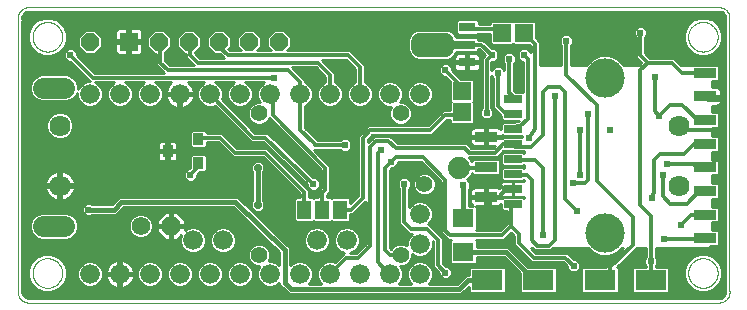
<source format=gbl>
G75*
%MOIN*%
%OFA0B0*%
%FSLAX25Y25*%
%IPPOS*%
%LPD*%
%AMOC8*
5,1,8,0,0,1.08239X$1,22.5*
%
%ADD10C,0.00000*%
%ADD11OC8,0.06200*%
%ADD12C,0.06200*%
%ADD13R,0.10433X0.06890*%
%ADD14C,0.13100*%
%ADD15C,0.07400*%
%ADD16R,0.07098X0.06299*%
%ADD17R,0.05512X0.03150*%
%ADD18R,0.07480X0.03150*%
%ADD19C,0.06000*%
%ADD20R,0.06000X0.06000*%
%ADD21R,0.06000X0.02500*%
%ADD22C,0.05543*%
%ADD23C,0.06600*%
%ADD24C,0.07050*%
%ADD25OC8,0.06000*%
%ADD26R,0.07600X0.03200*%
%ADD27C,0.07000*%
%ADD28R,0.04600X0.06300*%
%ADD29R,0.03543X0.03937*%
%ADD30C,0.01200*%
%ADD31C,0.02400*%
%ADD32C,0.01000*%
%ADD33C,0.01600*%
%ADD34OC8,0.02400*%
D10*
X0058802Y0005150D02*
X0058802Y0096488D01*
X0058791Y0096607D01*
X0058783Y0096726D01*
X0058780Y0096845D01*
X0058781Y0096964D01*
X0058786Y0097083D01*
X0058794Y0097202D01*
X0058807Y0097320D01*
X0058824Y0097438D01*
X0058844Y0097556D01*
X0058869Y0097672D01*
X0058897Y0097788D01*
X0058929Y0097903D01*
X0058965Y0098016D01*
X0059005Y0098129D01*
X0059049Y0098240D01*
X0059096Y0098349D01*
X0059147Y0098457D01*
X0059201Y0098563D01*
X0059259Y0098667D01*
X0059320Y0098769D01*
X0059385Y0098869D01*
X0059453Y0098967D01*
X0059524Y0099062D01*
X0059599Y0099155D01*
X0059676Y0099246D01*
X0059757Y0099334D01*
X0059840Y0099419D01*
X0059926Y0099501D01*
X0060015Y0099580D01*
X0060107Y0099657D01*
X0060201Y0099730D01*
X0060297Y0099800D01*
X0060396Y0099867D01*
X0060496Y0099930D01*
X0060599Y0099990D01*
X0060704Y0100047D01*
X0060811Y0100100D01*
X0060919Y0100149D01*
X0061029Y0100195D01*
X0061141Y0100237D01*
X0061253Y0100276D01*
X0061367Y0100310D01*
X0061483Y0100341D01*
X0061599Y0100368D01*
X0061716Y0100391D01*
X0061833Y0100410D01*
X0061951Y0100425D01*
X0292069Y0100425D01*
X0292185Y0100436D01*
X0292302Y0100443D01*
X0292419Y0100447D01*
X0292535Y0100446D01*
X0292652Y0100442D01*
X0292768Y0100434D01*
X0292884Y0100422D01*
X0293000Y0100406D01*
X0293115Y0100387D01*
X0293229Y0100364D01*
X0293343Y0100337D01*
X0293455Y0100306D01*
X0293567Y0100272D01*
X0293677Y0100234D01*
X0293786Y0100192D01*
X0293894Y0100147D01*
X0294000Y0100099D01*
X0294104Y0100047D01*
X0294207Y0099991D01*
X0294308Y0099933D01*
X0294406Y0099871D01*
X0294503Y0099805D01*
X0294598Y0099737D01*
X0294690Y0099666D01*
X0294780Y0099591D01*
X0294867Y0099514D01*
X0294952Y0099434D01*
X0295034Y0099351D01*
X0295114Y0099266D01*
X0295190Y0099178D01*
X0295264Y0099087D01*
X0295335Y0098995D01*
X0295402Y0098899D01*
X0295467Y0098802D01*
X0295528Y0098703D01*
X0295586Y0098602D01*
X0295640Y0098499D01*
X0295692Y0098394D01*
X0295739Y0098287D01*
X0295784Y0098179D01*
X0295824Y0098070D01*
X0295861Y0097959D01*
X0295895Y0097848D01*
X0295924Y0097735D01*
X0295951Y0097621D01*
X0295973Y0097507D01*
X0295991Y0097391D01*
X0296006Y0097276D01*
X0296006Y0005937D01*
X0296017Y0005821D01*
X0296024Y0005704D01*
X0296028Y0005587D01*
X0296027Y0005471D01*
X0296023Y0005354D01*
X0296015Y0005238D01*
X0296003Y0005122D01*
X0295987Y0005006D01*
X0295968Y0004891D01*
X0295945Y0004777D01*
X0295918Y0004663D01*
X0295887Y0004551D01*
X0295853Y0004439D01*
X0295815Y0004329D01*
X0295773Y0004220D01*
X0295728Y0004112D01*
X0295680Y0004006D01*
X0295628Y0003902D01*
X0295572Y0003799D01*
X0295514Y0003698D01*
X0295452Y0003600D01*
X0295386Y0003503D01*
X0295318Y0003408D01*
X0295247Y0003316D01*
X0295172Y0003226D01*
X0295095Y0003139D01*
X0295015Y0003054D01*
X0294932Y0002972D01*
X0294847Y0002892D01*
X0294759Y0002816D01*
X0294668Y0002742D01*
X0294576Y0002671D01*
X0294480Y0002604D01*
X0294383Y0002539D01*
X0294284Y0002478D01*
X0294183Y0002420D01*
X0294080Y0002366D01*
X0293975Y0002314D01*
X0293868Y0002267D01*
X0293760Y0002222D01*
X0293651Y0002182D01*
X0293540Y0002145D01*
X0293429Y0002111D01*
X0293316Y0002082D01*
X0293202Y0002055D01*
X0293088Y0002033D01*
X0292972Y0002015D01*
X0292857Y0002000D01*
X0062739Y0002000D01*
X0062623Y0001989D01*
X0062506Y0001982D01*
X0062389Y0001978D01*
X0062273Y0001979D01*
X0062156Y0001983D01*
X0062040Y0001991D01*
X0061924Y0002003D01*
X0061808Y0002019D01*
X0061693Y0002038D01*
X0061579Y0002061D01*
X0061465Y0002088D01*
X0061353Y0002119D01*
X0061241Y0002153D01*
X0061131Y0002191D01*
X0061022Y0002233D01*
X0060914Y0002278D01*
X0060808Y0002326D01*
X0060704Y0002378D01*
X0060601Y0002434D01*
X0060500Y0002492D01*
X0060402Y0002554D01*
X0060305Y0002620D01*
X0060210Y0002688D01*
X0060118Y0002759D01*
X0060028Y0002834D01*
X0059941Y0002911D01*
X0059856Y0002991D01*
X0059774Y0003074D01*
X0059694Y0003159D01*
X0059618Y0003247D01*
X0059544Y0003338D01*
X0059473Y0003430D01*
X0059406Y0003526D01*
X0059341Y0003623D01*
X0059280Y0003722D01*
X0059222Y0003823D01*
X0059168Y0003926D01*
X0059116Y0004031D01*
X0059069Y0004138D01*
X0059024Y0004246D01*
X0058984Y0004355D01*
X0058947Y0004466D01*
X0058913Y0004577D01*
X0058884Y0004690D01*
X0058857Y0004804D01*
X0058835Y0004918D01*
X0058817Y0005034D01*
X0058802Y0005149D01*
X0063723Y0011843D02*
X0063725Y0011983D01*
X0063731Y0012123D01*
X0063741Y0012262D01*
X0063755Y0012401D01*
X0063773Y0012540D01*
X0063794Y0012678D01*
X0063820Y0012816D01*
X0063850Y0012953D01*
X0063883Y0013088D01*
X0063921Y0013223D01*
X0063962Y0013357D01*
X0064007Y0013490D01*
X0064055Y0013621D01*
X0064108Y0013750D01*
X0064164Y0013879D01*
X0064223Y0014005D01*
X0064287Y0014130D01*
X0064353Y0014253D01*
X0064424Y0014374D01*
X0064497Y0014493D01*
X0064574Y0014610D01*
X0064655Y0014724D01*
X0064738Y0014836D01*
X0064825Y0014946D01*
X0064915Y0015054D01*
X0065007Y0015158D01*
X0065103Y0015260D01*
X0065202Y0015360D01*
X0065303Y0015456D01*
X0065407Y0015550D01*
X0065514Y0015640D01*
X0065623Y0015727D01*
X0065735Y0015812D01*
X0065849Y0015893D01*
X0065965Y0015971D01*
X0066083Y0016045D01*
X0066204Y0016116D01*
X0066326Y0016184D01*
X0066451Y0016248D01*
X0066577Y0016309D01*
X0066704Y0016366D01*
X0066834Y0016419D01*
X0066965Y0016469D01*
X0067097Y0016514D01*
X0067230Y0016557D01*
X0067365Y0016595D01*
X0067500Y0016629D01*
X0067637Y0016660D01*
X0067774Y0016687D01*
X0067912Y0016709D01*
X0068051Y0016728D01*
X0068190Y0016743D01*
X0068329Y0016754D01*
X0068469Y0016761D01*
X0068609Y0016764D01*
X0068749Y0016763D01*
X0068889Y0016758D01*
X0069028Y0016749D01*
X0069168Y0016736D01*
X0069307Y0016719D01*
X0069445Y0016698D01*
X0069583Y0016674D01*
X0069720Y0016645D01*
X0069856Y0016613D01*
X0069991Y0016576D01*
X0070125Y0016536D01*
X0070258Y0016492D01*
X0070389Y0016444D01*
X0070519Y0016393D01*
X0070648Y0016338D01*
X0070775Y0016279D01*
X0070900Y0016216D01*
X0071023Y0016151D01*
X0071145Y0016081D01*
X0071264Y0016008D01*
X0071382Y0015932D01*
X0071497Y0015853D01*
X0071610Y0015770D01*
X0071720Y0015684D01*
X0071828Y0015595D01*
X0071933Y0015503D01*
X0072036Y0015408D01*
X0072136Y0015310D01*
X0072233Y0015210D01*
X0072327Y0015106D01*
X0072419Y0015000D01*
X0072507Y0014892D01*
X0072592Y0014781D01*
X0072674Y0014667D01*
X0072753Y0014551D01*
X0072828Y0014434D01*
X0072900Y0014314D01*
X0072968Y0014192D01*
X0073033Y0014068D01*
X0073095Y0013942D01*
X0073153Y0013815D01*
X0073207Y0013686D01*
X0073258Y0013555D01*
X0073304Y0013423D01*
X0073347Y0013290D01*
X0073387Y0013156D01*
X0073422Y0013021D01*
X0073454Y0012884D01*
X0073481Y0012747D01*
X0073505Y0012609D01*
X0073525Y0012471D01*
X0073541Y0012332D01*
X0073553Y0012192D01*
X0073561Y0012053D01*
X0073565Y0011913D01*
X0073565Y0011773D01*
X0073561Y0011633D01*
X0073553Y0011494D01*
X0073541Y0011354D01*
X0073525Y0011215D01*
X0073505Y0011077D01*
X0073481Y0010939D01*
X0073454Y0010802D01*
X0073422Y0010665D01*
X0073387Y0010530D01*
X0073347Y0010396D01*
X0073304Y0010263D01*
X0073258Y0010131D01*
X0073207Y0010000D01*
X0073153Y0009871D01*
X0073095Y0009744D01*
X0073033Y0009618D01*
X0072968Y0009494D01*
X0072900Y0009372D01*
X0072828Y0009252D01*
X0072753Y0009135D01*
X0072674Y0009019D01*
X0072592Y0008905D01*
X0072507Y0008794D01*
X0072419Y0008686D01*
X0072327Y0008580D01*
X0072233Y0008476D01*
X0072136Y0008376D01*
X0072036Y0008278D01*
X0071933Y0008183D01*
X0071828Y0008091D01*
X0071720Y0008002D01*
X0071610Y0007916D01*
X0071497Y0007833D01*
X0071382Y0007754D01*
X0071264Y0007678D01*
X0071145Y0007605D01*
X0071023Y0007535D01*
X0070900Y0007470D01*
X0070775Y0007407D01*
X0070648Y0007348D01*
X0070519Y0007293D01*
X0070389Y0007242D01*
X0070258Y0007194D01*
X0070125Y0007150D01*
X0069991Y0007110D01*
X0069856Y0007073D01*
X0069720Y0007041D01*
X0069583Y0007012D01*
X0069445Y0006988D01*
X0069307Y0006967D01*
X0069168Y0006950D01*
X0069028Y0006937D01*
X0068889Y0006928D01*
X0068749Y0006923D01*
X0068609Y0006922D01*
X0068469Y0006925D01*
X0068329Y0006932D01*
X0068190Y0006943D01*
X0068051Y0006958D01*
X0067912Y0006977D01*
X0067774Y0006999D01*
X0067637Y0007026D01*
X0067500Y0007057D01*
X0067365Y0007091D01*
X0067230Y0007129D01*
X0067097Y0007172D01*
X0066965Y0007217D01*
X0066834Y0007267D01*
X0066704Y0007320D01*
X0066577Y0007377D01*
X0066451Y0007438D01*
X0066326Y0007502D01*
X0066204Y0007570D01*
X0066083Y0007641D01*
X0065965Y0007715D01*
X0065849Y0007793D01*
X0065735Y0007874D01*
X0065623Y0007959D01*
X0065514Y0008046D01*
X0065407Y0008136D01*
X0065303Y0008230D01*
X0065202Y0008326D01*
X0065103Y0008426D01*
X0065007Y0008528D01*
X0064915Y0008632D01*
X0064825Y0008740D01*
X0064738Y0008850D01*
X0064655Y0008962D01*
X0064574Y0009076D01*
X0064497Y0009193D01*
X0064424Y0009312D01*
X0064353Y0009433D01*
X0064287Y0009556D01*
X0064223Y0009681D01*
X0064164Y0009807D01*
X0064108Y0009936D01*
X0064055Y0010065D01*
X0064007Y0010196D01*
X0063962Y0010329D01*
X0063921Y0010463D01*
X0063883Y0010598D01*
X0063850Y0010733D01*
X0063820Y0010870D01*
X0063794Y0011008D01*
X0063773Y0011146D01*
X0063755Y0011285D01*
X0063741Y0011424D01*
X0063731Y0011563D01*
X0063725Y0011703D01*
X0063723Y0011843D01*
X0066085Y0027469D02*
X0066087Y0027548D01*
X0066093Y0027627D01*
X0066103Y0027706D01*
X0066117Y0027784D01*
X0066134Y0027861D01*
X0066156Y0027937D01*
X0066181Y0028012D01*
X0066211Y0028085D01*
X0066243Y0028157D01*
X0066280Y0028228D01*
X0066320Y0028296D01*
X0066363Y0028362D01*
X0066409Y0028426D01*
X0066459Y0028488D01*
X0066512Y0028547D01*
X0066567Y0028603D01*
X0066626Y0028657D01*
X0066687Y0028707D01*
X0066750Y0028755D01*
X0066816Y0028799D01*
X0066884Y0028840D01*
X0066954Y0028877D01*
X0067025Y0028911D01*
X0067099Y0028941D01*
X0067173Y0028967D01*
X0067249Y0028989D01*
X0067326Y0029008D01*
X0067404Y0029023D01*
X0067482Y0029034D01*
X0067561Y0029041D01*
X0067640Y0029044D01*
X0067719Y0029043D01*
X0067798Y0029038D01*
X0067877Y0029029D01*
X0067955Y0029016D01*
X0068032Y0028999D01*
X0068109Y0028979D01*
X0068184Y0028954D01*
X0068258Y0028926D01*
X0068331Y0028894D01*
X0068401Y0028859D01*
X0068470Y0028820D01*
X0068537Y0028777D01*
X0068602Y0028731D01*
X0068664Y0028683D01*
X0068724Y0028631D01*
X0068781Y0028576D01*
X0068835Y0028518D01*
X0068886Y0028458D01*
X0068934Y0028395D01*
X0068979Y0028330D01*
X0069021Y0028262D01*
X0069059Y0028193D01*
X0069093Y0028122D01*
X0069124Y0028049D01*
X0069152Y0027974D01*
X0069175Y0027899D01*
X0069195Y0027822D01*
X0069211Y0027745D01*
X0069223Y0027666D01*
X0069231Y0027588D01*
X0069235Y0027509D01*
X0069235Y0027429D01*
X0069231Y0027350D01*
X0069223Y0027272D01*
X0069211Y0027193D01*
X0069195Y0027116D01*
X0069175Y0027039D01*
X0069152Y0026964D01*
X0069124Y0026889D01*
X0069093Y0026816D01*
X0069059Y0026745D01*
X0069021Y0026676D01*
X0068979Y0026608D01*
X0068934Y0026543D01*
X0068886Y0026480D01*
X0068835Y0026420D01*
X0068781Y0026362D01*
X0068724Y0026307D01*
X0068664Y0026255D01*
X0068602Y0026207D01*
X0068537Y0026161D01*
X0068470Y0026118D01*
X0068401Y0026079D01*
X0068331Y0026044D01*
X0068258Y0026012D01*
X0068184Y0025984D01*
X0068109Y0025959D01*
X0068032Y0025939D01*
X0067955Y0025922D01*
X0067877Y0025909D01*
X0067798Y0025900D01*
X0067719Y0025895D01*
X0067640Y0025894D01*
X0067561Y0025897D01*
X0067482Y0025904D01*
X0067404Y0025915D01*
X0067326Y0025930D01*
X0067249Y0025949D01*
X0067173Y0025971D01*
X0067099Y0025997D01*
X0067025Y0026027D01*
X0066954Y0026061D01*
X0066884Y0026098D01*
X0066816Y0026139D01*
X0066750Y0026183D01*
X0066687Y0026231D01*
X0066626Y0026281D01*
X0066567Y0026335D01*
X0066512Y0026391D01*
X0066459Y0026450D01*
X0066409Y0026512D01*
X0066363Y0026576D01*
X0066320Y0026642D01*
X0066280Y0026710D01*
X0066243Y0026781D01*
X0066211Y0026853D01*
X0066181Y0026926D01*
X0066156Y0027001D01*
X0066134Y0027077D01*
X0066117Y0027154D01*
X0066103Y0027232D01*
X0066093Y0027311D01*
X0066087Y0027390D01*
X0066085Y0027469D01*
X0067660Y0027469D02*
X0067662Y0027548D01*
X0067668Y0027627D01*
X0067678Y0027706D01*
X0067692Y0027784D01*
X0067709Y0027861D01*
X0067731Y0027937D01*
X0067756Y0028012D01*
X0067786Y0028085D01*
X0067818Y0028157D01*
X0067855Y0028228D01*
X0067895Y0028296D01*
X0067938Y0028362D01*
X0067984Y0028426D01*
X0068034Y0028488D01*
X0068087Y0028547D01*
X0068142Y0028603D01*
X0068201Y0028657D01*
X0068262Y0028707D01*
X0068325Y0028755D01*
X0068391Y0028799D01*
X0068459Y0028840D01*
X0068529Y0028877D01*
X0068600Y0028911D01*
X0068674Y0028941D01*
X0068748Y0028967D01*
X0068824Y0028989D01*
X0068901Y0029008D01*
X0068979Y0029023D01*
X0069057Y0029034D01*
X0069136Y0029041D01*
X0069215Y0029044D01*
X0069294Y0029043D01*
X0069373Y0029038D01*
X0069452Y0029029D01*
X0069530Y0029016D01*
X0069607Y0028999D01*
X0069684Y0028979D01*
X0069759Y0028954D01*
X0069833Y0028926D01*
X0069906Y0028894D01*
X0069976Y0028859D01*
X0070045Y0028820D01*
X0070112Y0028777D01*
X0070177Y0028731D01*
X0070239Y0028683D01*
X0070299Y0028631D01*
X0070356Y0028576D01*
X0070410Y0028518D01*
X0070461Y0028458D01*
X0070509Y0028395D01*
X0070554Y0028330D01*
X0070596Y0028262D01*
X0070634Y0028193D01*
X0070668Y0028122D01*
X0070699Y0028049D01*
X0070727Y0027974D01*
X0070750Y0027899D01*
X0070770Y0027822D01*
X0070786Y0027745D01*
X0070798Y0027666D01*
X0070806Y0027588D01*
X0070810Y0027509D01*
X0070810Y0027429D01*
X0070806Y0027350D01*
X0070798Y0027272D01*
X0070786Y0027193D01*
X0070770Y0027116D01*
X0070750Y0027039D01*
X0070727Y0026964D01*
X0070699Y0026889D01*
X0070668Y0026816D01*
X0070634Y0026745D01*
X0070596Y0026676D01*
X0070554Y0026608D01*
X0070509Y0026543D01*
X0070461Y0026480D01*
X0070410Y0026420D01*
X0070356Y0026362D01*
X0070299Y0026307D01*
X0070239Y0026255D01*
X0070177Y0026207D01*
X0070112Y0026161D01*
X0070045Y0026118D01*
X0069976Y0026079D01*
X0069906Y0026044D01*
X0069833Y0026012D01*
X0069759Y0025984D01*
X0069684Y0025959D01*
X0069607Y0025939D01*
X0069530Y0025922D01*
X0069452Y0025909D01*
X0069373Y0025900D01*
X0069294Y0025895D01*
X0069215Y0025894D01*
X0069136Y0025897D01*
X0069057Y0025904D01*
X0068979Y0025915D01*
X0068901Y0025930D01*
X0068824Y0025949D01*
X0068748Y0025971D01*
X0068674Y0025997D01*
X0068600Y0026027D01*
X0068529Y0026061D01*
X0068459Y0026098D01*
X0068391Y0026139D01*
X0068325Y0026183D01*
X0068262Y0026231D01*
X0068201Y0026281D01*
X0068142Y0026335D01*
X0068087Y0026391D01*
X0068034Y0026450D01*
X0067984Y0026512D01*
X0067938Y0026576D01*
X0067895Y0026642D01*
X0067855Y0026710D01*
X0067818Y0026781D01*
X0067786Y0026853D01*
X0067756Y0026926D01*
X0067731Y0027001D01*
X0067709Y0027077D01*
X0067692Y0027154D01*
X0067678Y0027232D01*
X0067668Y0027311D01*
X0067662Y0027390D01*
X0067660Y0027469D01*
X0070809Y0027469D02*
X0070811Y0027548D01*
X0070817Y0027627D01*
X0070827Y0027706D01*
X0070841Y0027784D01*
X0070858Y0027861D01*
X0070880Y0027937D01*
X0070905Y0028012D01*
X0070935Y0028085D01*
X0070967Y0028157D01*
X0071004Y0028228D01*
X0071044Y0028296D01*
X0071087Y0028362D01*
X0071133Y0028426D01*
X0071183Y0028488D01*
X0071236Y0028547D01*
X0071291Y0028603D01*
X0071350Y0028657D01*
X0071411Y0028707D01*
X0071474Y0028755D01*
X0071540Y0028799D01*
X0071608Y0028840D01*
X0071678Y0028877D01*
X0071749Y0028911D01*
X0071823Y0028941D01*
X0071897Y0028967D01*
X0071973Y0028989D01*
X0072050Y0029008D01*
X0072128Y0029023D01*
X0072206Y0029034D01*
X0072285Y0029041D01*
X0072364Y0029044D01*
X0072443Y0029043D01*
X0072522Y0029038D01*
X0072601Y0029029D01*
X0072679Y0029016D01*
X0072756Y0028999D01*
X0072833Y0028979D01*
X0072908Y0028954D01*
X0072982Y0028926D01*
X0073055Y0028894D01*
X0073125Y0028859D01*
X0073194Y0028820D01*
X0073261Y0028777D01*
X0073326Y0028731D01*
X0073388Y0028683D01*
X0073448Y0028631D01*
X0073505Y0028576D01*
X0073559Y0028518D01*
X0073610Y0028458D01*
X0073658Y0028395D01*
X0073703Y0028330D01*
X0073745Y0028262D01*
X0073783Y0028193D01*
X0073817Y0028122D01*
X0073848Y0028049D01*
X0073876Y0027974D01*
X0073899Y0027899D01*
X0073919Y0027822D01*
X0073935Y0027745D01*
X0073947Y0027666D01*
X0073955Y0027588D01*
X0073959Y0027509D01*
X0073959Y0027429D01*
X0073955Y0027350D01*
X0073947Y0027272D01*
X0073935Y0027193D01*
X0073919Y0027116D01*
X0073899Y0027039D01*
X0073876Y0026964D01*
X0073848Y0026889D01*
X0073817Y0026816D01*
X0073783Y0026745D01*
X0073745Y0026676D01*
X0073703Y0026608D01*
X0073658Y0026543D01*
X0073610Y0026480D01*
X0073559Y0026420D01*
X0073505Y0026362D01*
X0073448Y0026307D01*
X0073388Y0026255D01*
X0073326Y0026207D01*
X0073261Y0026161D01*
X0073194Y0026118D01*
X0073125Y0026079D01*
X0073055Y0026044D01*
X0072982Y0026012D01*
X0072908Y0025984D01*
X0072833Y0025959D01*
X0072756Y0025939D01*
X0072679Y0025922D01*
X0072601Y0025909D01*
X0072522Y0025900D01*
X0072443Y0025895D01*
X0072364Y0025894D01*
X0072285Y0025897D01*
X0072206Y0025904D01*
X0072128Y0025915D01*
X0072050Y0025930D01*
X0071973Y0025949D01*
X0071897Y0025971D01*
X0071823Y0025997D01*
X0071749Y0026027D01*
X0071678Y0026061D01*
X0071608Y0026098D01*
X0071540Y0026139D01*
X0071474Y0026183D01*
X0071411Y0026231D01*
X0071350Y0026281D01*
X0071291Y0026335D01*
X0071236Y0026391D01*
X0071183Y0026450D01*
X0071133Y0026512D01*
X0071087Y0026576D01*
X0071044Y0026642D01*
X0071004Y0026710D01*
X0070967Y0026781D01*
X0070935Y0026853D01*
X0070905Y0026926D01*
X0070880Y0027001D01*
X0070858Y0027077D01*
X0070841Y0027154D01*
X0070827Y0027232D01*
X0070817Y0027311D01*
X0070811Y0027390D01*
X0070809Y0027469D01*
X0072384Y0027469D02*
X0072386Y0027548D01*
X0072392Y0027627D01*
X0072402Y0027706D01*
X0072416Y0027784D01*
X0072433Y0027861D01*
X0072455Y0027937D01*
X0072480Y0028012D01*
X0072510Y0028085D01*
X0072542Y0028157D01*
X0072579Y0028228D01*
X0072619Y0028296D01*
X0072662Y0028362D01*
X0072708Y0028426D01*
X0072758Y0028488D01*
X0072811Y0028547D01*
X0072866Y0028603D01*
X0072925Y0028657D01*
X0072986Y0028707D01*
X0073049Y0028755D01*
X0073115Y0028799D01*
X0073183Y0028840D01*
X0073253Y0028877D01*
X0073324Y0028911D01*
X0073398Y0028941D01*
X0073472Y0028967D01*
X0073548Y0028989D01*
X0073625Y0029008D01*
X0073703Y0029023D01*
X0073781Y0029034D01*
X0073860Y0029041D01*
X0073939Y0029044D01*
X0074018Y0029043D01*
X0074097Y0029038D01*
X0074176Y0029029D01*
X0074254Y0029016D01*
X0074331Y0028999D01*
X0074408Y0028979D01*
X0074483Y0028954D01*
X0074557Y0028926D01*
X0074630Y0028894D01*
X0074700Y0028859D01*
X0074769Y0028820D01*
X0074836Y0028777D01*
X0074901Y0028731D01*
X0074963Y0028683D01*
X0075023Y0028631D01*
X0075080Y0028576D01*
X0075134Y0028518D01*
X0075185Y0028458D01*
X0075233Y0028395D01*
X0075278Y0028330D01*
X0075320Y0028262D01*
X0075358Y0028193D01*
X0075392Y0028122D01*
X0075423Y0028049D01*
X0075451Y0027974D01*
X0075474Y0027899D01*
X0075494Y0027822D01*
X0075510Y0027745D01*
X0075522Y0027666D01*
X0075530Y0027588D01*
X0075534Y0027509D01*
X0075534Y0027429D01*
X0075530Y0027350D01*
X0075522Y0027272D01*
X0075510Y0027193D01*
X0075494Y0027116D01*
X0075474Y0027039D01*
X0075451Y0026964D01*
X0075423Y0026889D01*
X0075392Y0026816D01*
X0075358Y0026745D01*
X0075320Y0026676D01*
X0075278Y0026608D01*
X0075233Y0026543D01*
X0075185Y0026480D01*
X0075134Y0026420D01*
X0075080Y0026362D01*
X0075023Y0026307D01*
X0074963Y0026255D01*
X0074901Y0026207D01*
X0074836Y0026161D01*
X0074769Y0026118D01*
X0074700Y0026079D01*
X0074630Y0026044D01*
X0074557Y0026012D01*
X0074483Y0025984D01*
X0074408Y0025959D01*
X0074331Y0025939D01*
X0074254Y0025922D01*
X0074176Y0025909D01*
X0074097Y0025900D01*
X0074018Y0025895D01*
X0073939Y0025894D01*
X0073860Y0025897D01*
X0073781Y0025904D01*
X0073703Y0025915D01*
X0073625Y0025930D01*
X0073548Y0025949D01*
X0073472Y0025971D01*
X0073398Y0025997D01*
X0073324Y0026027D01*
X0073253Y0026061D01*
X0073183Y0026098D01*
X0073115Y0026139D01*
X0073049Y0026183D01*
X0072986Y0026231D01*
X0072925Y0026281D01*
X0072866Y0026335D01*
X0072811Y0026391D01*
X0072758Y0026450D01*
X0072708Y0026512D01*
X0072662Y0026576D01*
X0072619Y0026642D01*
X0072579Y0026710D01*
X0072542Y0026781D01*
X0072510Y0026853D01*
X0072480Y0026926D01*
X0072455Y0027001D01*
X0072433Y0027077D01*
X0072416Y0027154D01*
X0072402Y0027232D01*
X0072392Y0027311D01*
X0072386Y0027390D01*
X0072384Y0027469D01*
X0070809Y0073531D02*
X0070811Y0073610D01*
X0070817Y0073689D01*
X0070827Y0073768D01*
X0070841Y0073846D01*
X0070858Y0073923D01*
X0070880Y0073999D01*
X0070905Y0074074D01*
X0070935Y0074147D01*
X0070967Y0074219D01*
X0071004Y0074290D01*
X0071044Y0074358D01*
X0071087Y0074424D01*
X0071133Y0074488D01*
X0071183Y0074550D01*
X0071236Y0074609D01*
X0071291Y0074665D01*
X0071350Y0074719D01*
X0071411Y0074769D01*
X0071474Y0074817D01*
X0071540Y0074861D01*
X0071608Y0074902D01*
X0071678Y0074939D01*
X0071749Y0074973D01*
X0071823Y0075003D01*
X0071897Y0075029D01*
X0071973Y0075051D01*
X0072050Y0075070D01*
X0072128Y0075085D01*
X0072206Y0075096D01*
X0072285Y0075103D01*
X0072364Y0075106D01*
X0072443Y0075105D01*
X0072522Y0075100D01*
X0072601Y0075091D01*
X0072679Y0075078D01*
X0072756Y0075061D01*
X0072833Y0075041D01*
X0072908Y0075016D01*
X0072982Y0074988D01*
X0073055Y0074956D01*
X0073125Y0074921D01*
X0073194Y0074882D01*
X0073261Y0074839D01*
X0073326Y0074793D01*
X0073388Y0074745D01*
X0073448Y0074693D01*
X0073505Y0074638D01*
X0073559Y0074580D01*
X0073610Y0074520D01*
X0073658Y0074457D01*
X0073703Y0074392D01*
X0073745Y0074324D01*
X0073783Y0074255D01*
X0073817Y0074184D01*
X0073848Y0074111D01*
X0073876Y0074036D01*
X0073899Y0073961D01*
X0073919Y0073884D01*
X0073935Y0073807D01*
X0073947Y0073728D01*
X0073955Y0073650D01*
X0073959Y0073571D01*
X0073959Y0073491D01*
X0073955Y0073412D01*
X0073947Y0073334D01*
X0073935Y0073255D01*
X0073919Y0073178D01*
X0073899Y0073101D01*
X0073876Y0073026D01*
X0073848Y0072951D01*
X0073817Y0072878D01*
X0073783Y0072807D01*
X0073745Y0072738D01*
X0073703Y0072670D01*
X0073658Y0072605D01*
X0073610Y0072542D01*
X0073559Y0072482D01*
X0073505Y0072424D01*
X0073448Y0072369D01*
X0073388Y0072317D01*
X0073326Y0072269D01*
X0073261Y0072223D01*
X0073194Y0072180D01*
X0073125Y0072141D01*
X0073055Y0072106D01*
X0072982Y0072074D01*
X0072908Y0072046D01*
X0072833Y0072021D01*
X0072756Y0072001D01*
X0072679Y0071984D01*
X0072601Y0071971D01*
X0072522Y0071962D01*
X0072443Y0071957D01*
X0072364Y0071956D01*
X0072285Y0071959D01*
X0072206Y0071966D01*
X0072128Y0071977D01*
X0072050Y0071992D01*
X0071973Y0072011D01*
X0071897Y0072033D01*
X0071823Y0072059D01*
X0071749Y0072089D01*
X0071678Y0072123D01*
X0071608Y0072160D01*
X0071540Y0072201D01*
X0071474Y0072245D01*
X0071411Y0072293D01*
X0071350Y0072343D01*
X0071291Y0072397D01*
X0071236Y0072453D01*
X0071183Y0072512D01*
X0071133Y0072574D01*
X0071087Y0072638D01*
X0071044Y0072704D01*
X0071004Y0072772D01*
X0070967Y0072843D01*
X0070935Y0072915D01*
X0070905Y0072988D01*
X0070880Y0073063D01*
X0070858Y0073139D01*
X0070841Y0073216D01*
X0070827Y0073294D01*
X0070817Y0073373D01*
X0070811Y0073452D01*
X0070809Y0073531D01*
X0067660Y0073531D02*
X0067662Y0073610D01*
X0067668Y0073689D01*
X0067678Y0073768D01*
X0067692Y0073846D01*
X0067709Y0073923D01*
X0067731Y0073999D01*
X0067756Y0074074D01*
X0067786Y0074147D01*
X0067818Y0074219D01*
X0067855Y0074290D01*
X0067895Y0074358D01*
X0067938Y0074424D01*
X0067984Y0074488D01*
X0068034Y0074550D01*
X0068087Y0074609D01*
X0068142Y0074665D01*
X0068201Y0074719D01*
X0068262Y0074769D01*
X0068325Y0074817D01*
X0068391Y0074861D01*
X0068459Y0074902D01*
X0068529Y0074939D01*
X0068600Y0074973D01*
X0068674Y0075003D01*
X0068748Y0075029D01*
X0068824Y0075051D01*
X0068901Y0075070D01*
X0068979Y0075085D01*
X0069057Y0075096D01*
X0069136Y0075103D01*
X0069215Y0075106D01*
X0069294Y0075105D01*
X0069373Y0075100D01*
X0069452Y0075091D01*
X0069530Y0075078D01*
X0069607Y0075061D01*
X0069684Y0075041D01*
X0069759Y0075016D01*
X0069833Y0074988D01*
X0069906Y0074956D01*
X0069976Y0074921D01*
X0070045Y0074882D01*
X0070112Y0074839D01*
X0070177Y0074793D01*
X0070239Y0074745D01*
X0070299Y0074693D01*
X0070356Y0074638D01*
X0070410Y0074580D01*
X0070461Y0074520D01*
X0070509Y0074457D01*
X0070554Y0074392D01*
X0070596Y0074324D01*
X0070634Y0074255D01*
X0070668Y0074184D01*
X0070699Y0074111D01*
X0070727Y0074036D01*
X0070750Y0073961D01*
X0070770Y0073884D01*
X0070786Y0073807D01*
X0070798Y0073728D01*
X0070806Y0073650D01*
X0070810Y0073571D01*
X0070810Y0073491D01*
X0070806Y0073412D01*
X0070798Y0073334D01*
X0070786Y0073255D01*
X0070770Y0073178D01*
X0070750Y0073101D01*
X0070727Y0073026D01*
X0070699Y0072951D01*
X0070668Y0072878D01*
X0070634Y0072807D01*
X0070596Y0072738D01*
X0070554Y0072670D01*
X0070509Y0072605D01*
X0070461Y0072542D01*
X0070410Y0072482D01*
X0070356Y0072424D01*
X0070299Y0072369D01*
X0070239Y0072317D01*
X0070177Y0072269D01*
X0070112Y0072223D01*
X0070045Y0072180D01*
X0069976Y0072141D01*
X0069906Y0072106D01*
X0069833Y0072074D01*
X0069759Y0072046D01*
X0069684Y0072021D01*
X0069607Y0072001D01*
X0069530Y0071984D01*
X0069452Y0071971D01*
X0069373Y0071962D01*
X0069294Y0071957D01*
X0069215Y0071956D01*
X0069136Y0071959D01*
X0069057Y0071966D01*
X0068979Y0071977D01*
X0068901Y0071992D01*
X0068824Y0072011D01*
X0068748Y0072033D01*
X0068674Y0072059D01*
X0068600Y0072089D01*
X0068529Y0072123D01*
X0068459Y0072160D01*
X0068391Y0072201D01*
X0068325Y0072245D01*
X0068262Y0072293D01*
X0068201Y0072343D01*
X0068142Y0072397D01*
X0068087Y0072453D01*
X0068034Y0072512D01*
X0067984Y0072574D01*
X0067938Y0072638D01*
X0067895Y0072704D01*
X0067855Y0072772D01*
X0067818Y0072843D01*
X0067786Y0072915D01*
X0067756Y0072988D01*
X0067731Y0073063D01*
X0067709Y0073139D01*
X0067692Y0073216D01*
X0067678Y0073294D01*
X0067668Y0073373D01*
X0067662Y0073452D01*
X0067660Y0073531D01*
X0066085Y0073531D02*
X0066087Y0073610D01*
X0066093Y0073689D01*
X0066103Y0073768D01*
X0066117Y0073846D01*
X0066134Y0073923D01*
X0066156Y0073999D01*
X0066181Y0074074D01*
X0066211Y0074147D01*
X0066243Y0074219D01*
X0066280Y0074290D01*
X0066320Y0074358D01*
X0066363Y0074424D01*
X0066409Y0074488D01*
X0066459Y0074550D01*
X0066512Y0074609D01*
X0066567Y0074665D01*
X0066626Y0074719D01*
X0066687Y0074769D01*
X0066750Y0074817D01*
X0066816Y0074861D01*
X0066884Y0074902D01*
X0066954Y0074939D01*
X0067025Y0074973D01*
X0067099Y0075003D01*
X0067173Y0075029D01*
X0067249Y0075051D01*
X0067326Y0075070D01*
X0067404Y0075085D01*
X0067482Y0075096D01*
X0067561Y0075103D01*
X0067640Y0075106D01*
X0067719Y0075105D01*
X0067798Y0075100D01*
X0067877Y0075091D01*
X0067955Y0075078D01*
X0068032Y0075061D01*
X0068109Y0075041D01*
X0068184Y0075016D01*
X0068258Y0074988D01*
X0068331Y0074956D01*
X0068401Y0074921D01*
X0068470Y0074882D01*
X0068537Y0074839D01*
X0068602Y0074793D01*
X0068664Y0074745D01*
X0068724Y0074693D01*
X0068781Y0074638D01*
X0068835Y0074580D01*
X0068886Y0074520D01*
X0068934Y0074457D01*
X0068979Y0074392D01*
X0069021Y0074324D01*
X0069059Y0074255D01*
X0069093Y0074184D01*
X0069124Y0074111D01*
X0069152Y0074036D01*
X0069175Y0073961D01*
X0069195Y0073884D01*
X0069211Y0073807D01*
X0069223Y0073728D01*
X0069231Y0073650D01*
X0069235Y0073571D01*
X0069235Y0073491D01*
X0069231Y0073412D01*
X0069223Y0073334D01*
X0069211Y0073255D01*
X0069195Y0073178D01*
X0069175Y0073101D01*
X0069152Y0073026D01*
X0069124Y0072951D01*
X0069093Y0072878D01*
X0069059Y0072807D01*
X0069021Y0072738D01*
X0068979Y0072670D01*
X0068934Y0072605D01*
X0068886Y0072542D01*
X0068835Y0072482D01*
X0068781Y0072424D01*
X0068724Y0072369D01*
X0068664Y0072317D01*
X0068602Y0072269D01*
X0068537Y0072223D01*
X0068470Y0072180D01*
X0068401Y0072141D01*
X0068331Y0072106D01*
X0068258Y0072074D01*
X0068184Y0072046D01*
X0068109Y0072021D01*
X0068032Y0072001D01*
X0067955Y0071984D01*
X0067877Y0071971D01*
X0067798Y0071962D01*
X0067719Y0071957D01*
X0067640Y0071956D01*
X0067561Y0071959D01*
X0067482Y0071966D01*
X0067404Y0071977D01*
X0067326Y0071992D01*
X0067249Y0072011D01*
X0067173Y0072033D01*
X0067099Y0072059D01*
X0067025Y0072089D01*
X0066954Y0072123D01*
X0066884Y0072160D01*
X0066816Y0072201D01*
X0066750Y0072245D01*
X0066687Y0072293D01*
X0066626Y0072343D01*
X0066567Y0072397D01*
X0066512Y0072453D01*
X0066459Y0072512D01*
X0066409Y0072574D01*
X0066363Y0072638D01*
X0066320Y0072704D01*
X0066280Y0072772D01*
X0066243Y0072843D01*
X0066211Y0072915D01*
X0066181Y0072988D01*
X0066156Y0073063D01*
X0066134Y0073139D01*
X0066117Y0073216D01*
X0066103Y0073294D01*
X0066093Y0073373D01*
X0066087Y0073452D01*
X0066085Y0073531D01*
X0072384Y0073531D02*
X0072386Y0073610D01*
X0072392Y0073689D01*
X0072402Y0073768D01*
X0072416Y0073846D01*
X0072433Y0073923D01*
X0072455Y0073999D01*
X0072480Y0074074D01*
X0072510Y0074147D01*
X0072542Y0074219D01*
X0072579Y0074290D01*
X0072619Y0074358D01*
X0072662Y0074424D01*
X0072708Y0074488D01*
X0072758Y0074550D01*
X0072811Y0074609D01*
X0072866Y0074665D01*
X0072925Y0074719D01*
X0072986Y0074769D01*
X0073049Y0074817D01*
X0073115Y0074861D01*
X0073183Y0074902D01*
X0073253Y0074939D01*
X0073324Y0074973D01*
X0073398Y0075003D01*
X0073472Y0075029D01*
X0073548Y0075051D01*
X0073625Y0075070D01*
X0073703Y0075085D01*
X0073781Y0075096D01*
X0073860Y0075103D01*
X0073939Y0075106D01*
X0074018Y0075105D01*
X0074097Y0075100D01*
X0074176Y0075091D01*
X0074254Y0075078D01*
X0074331Y0075061D01*
X0074408Y0075041D01*
X0074483Y0075016D01*
X0074557Y0074988D01*
X0074630Y0074956D01*
X0074700Y0074921D01*
X0074769Y0074882D01*
X0074836Y0074839D01*
X0074901Y0074793D01*
X0074963Y0074745D01*
X0075023Y0074693D01*
X0075080Y0074638D01*
X0075134Y0074580D01*
X0075185Y0074520D01*
X0075233Y0074457D01*
X0075278Y0074392D01*
X0075320Y0074324D01*
X0075358Y0074255D01*
X0075392Y0074184D01*
X0075423Y0074111D01*
X0075451Y0074036D01*
X0075474Y0073961D01*
X0075494Y0073884D01*
X0075510Y0073807D01*
X0075522Y0073728D01*
X0075530Y0073650D01*
X0075534Y0073571D01*
X0075534Y0073491D01*
X0075530Y0073412D01*
X0075522Y0073334D01*
X0075510Y0073255D01*
X0075494Y0073178D01*
X0075474Y0073101D01*
X0075451Y0073026D01*
X0075423Y0072951D01*
X0075392Y0072878D01*
X0075358Y0072807D01*
X0075320Y0072738D01*
X0075278Y0072670D01*
X0075233Y0072605D01*
X0075185Y0072542D01*
X0075134Y0072482D01*
X0075080Y0072424D01*
X0075023Y0072369D01*
X0074963Y0072317D01*
X0074901Y0072269D01*
X0074836Y0072223D01*
X0074769Y0072180D01*
X0074700Y0072141D01*
X0074630Y0072106D01*
X0074557Y0072074D01*
X0074483Y0072046D01*
X0074408Y0072021D01*
X0074331Y0072001D01*
X0074254Y0071984D01*
X0074176Y0071971D01*
X0074097Y0071962D01*
X0074018Y0071957D01*
X0073939Y0071956D01*
X0073860Y0071959D01*
X0073781Y0071966D01*
X0073703Y0071977D01*
X0073625Y0071992D01*
X0073548Y0072011D01*
X0073472Y0072033D01*
X0073398Y0072059D01*
X0073324Y0072089D01*
X0073253Y0072123D01*
X0073183Y0072160D01*
X0073115Y0072201D01*
X0073049Y0072245D01*
X0072986Y0072293D01*
X0072925Y0072343D01*
X0072866Y0072397D01*
X0072811Y0072453D01*
X0072758Y0072512D01*
X0072708Y0072574D01*
X0072662Y0072638D01*
X0072619Y0072704D01*
X0072579Y0072772D01*
X0072542Y0072843D01*
X0072510Y0072915D01*
X0072480Y0072988D01*
X0072455Y0073063D01*
X0072433Y0073139D01*
X0072416Y0073216D01*
X0072402Y0073294D01*
X0072392Y0073373D01*
X0072386Y0073452D01*
X0072384Y0073531D01*
X0063723Y0090583D02*
X0063725Y0090723D01*
X0063731Y0090863D01*
X0063741Y0091002D01*
X0063755Y0091141D01*
X0063773Y0091280D01*
X0063794Y0091418D01*
X0063820Y0091556D01*
X0063850Y0091693D01*
X0063883Y0091828D01*
X0063921Y0091963D01*
X0063962Y0092097D01*
X0064007Y0092230D01*
X0064055Y0092361D01*
X0064108Y0092490D01*
X0064164Y0092619D01*
X0064223Y0092745D01*
X0064287Y0092870D01*
X0064353Y0092993D01*
X0064424Y0093114D01*
X0064497Y0093233D01*
X0064574Y0093350D01*
X0064655Y0093464D01*
X0064738Y0093576D01*
X0064825Y0093686D01*
X0064915Y0093794D01*
X0065007Y0093898D01*
X0065103Y0094000D01*
X0065202Y0094100D01*
X0065303Y0094196D01*
X0065407Y0094290D01*
X0065514Y0094380D01*
X0065623Y0094467D01*
X0065735Y0094552D01*
X0065849Y0094633D01*
X0065965Y0094711D01*
X0066083Y0094785D01*
X0066204Y0094856D01*
X0066326Y0094924D01*
X0066451Y0094988D01*
X0066577Y0095049D01*
X0066704Y0095106D01*
X0066834Y0095159D01*
X0066965Y0095209D01*
X0067097Y0095254D01*
X0067230Y0095297D01*
X0067365Y0095335D01*
X0067500Y0095369D01*
X0067637Y0095400D01*
X0067774Y0095427D01*
X0067912Y0095449D01*
X0068051Y0095468D01*
X0068190Y0095483D01*
X0068329Y0095494D01*
X0068469Y0095501D01*
X0068609Y0095504D01*
X0068749Y0095503D01*
X0068889Y0095498D01*
X0069028Y0095489D01*
X0069168Y0095476D01*
X0069307Y0095459D01*
X0069445Y0095438D01*
X0069583Y0095414D01*
X0069720Y0095385D01*
X0069856Y0095353D01*
X0069991Y0095316D01*
X0070125Y0095276D01*
X0070258Y0095232D01*
X0070389Y0095184D01*
X0070519Y0095133D01*
X0070648Y0095078D01*
X0070775Y0095019D01*
X0070900Y0094956D01*
X0071023Y0094891D01*
X0071145Y0094821D01*
X0071264Y0094748D01*
X0071382Y0094672D01*
X0071497Y0094593D01*
X0071610Y0094510D01*
X0071720Y0094424D01*
X0071828Y0094335D01*
X0071933Y0094243D01*
X0072036Y0094148D01*
X0072136Y0094050D01*
X0072233Y0093950D01*
X0072327Y0093846D01*
X0072419Y0093740D01*
X0072507Y0093632D01*
X0072592Y0093521D01*
X0072674Y0093407D01*
X0072753Y0093291D01*
X0072828Y0093174D01*
X0072900Y0093054D01*
X0072968Y0092932D01*
X0073033Y0092808D01*
X0073095Y0092682D01*
X0073153Y0092555D01*
X0073207Y0092426D01*
X0073258Y0092295D01*
X0073304Y0092163D01*
X0073347Y0092030D01*
X0073387Y0091896D01*
X0073422Y0091761D01*
X0073454Y0091624D01*
X0073481Y0091487D01*
X0073505Y0091349D01*
X0073525Y0091211D01*
X0073541Y0091072D01*
X0073553Y0090932D01*
X0073561Y0090793D01*
X0073565Y0090653D01*
X0073565Y0090513D01*
X0073561Y0090373D01*
X0073553Y0090234D01*
X0073541Y0090094D01*
X0073525Y0089955D01*
X0073505Y0089817D01*
X0073481Y0089679D01*
X0073454Y0089542D01*
X0073422Y0089405D01*
X0073387Y0089270D01*
X0073347Y0089136D01*
X0073304Y0089003D01*
X0073258Y0088871D01*
X0073207Y0088740D01*
X0073153Y0088611D01*
X0073095Y0088484D01*
X0073033Y0088358D01*
X0072968Y0088234D01*
X0072900Y0088112D01*
X0072828Y0087992D01*
X0072753Y0087875D01*
X0072674Y0087759D01*
X0072592Y0087645D01*
X0072507Y0087534D01*
X0072419Y0087426D01*
X0072327Y0087320D01*
X0072233Y0087216D01*
X0072136Y0087116D01*
X0072036Y0087018D01*
X0071933Y0086923D01*
X0071828Y0086831D01*
X0071720Y0086742D01*
X0071610Y0086656D01*
X0071497Y0086573D01*
X0071382Y0086494D01*
X0071264Y0086418D01*
X0071145Y0086345D01*
X0071023Y0086275D01*
X0070900Y0086210D01*
X0070775Y0086147D01*
X0070648Y0086088D01*
X0070519Y0086033D01*
X0070389Y0085982D01*
X0070258Y0085934D01*
X0070125Y0085890D01*
X0069991Y0085850D01*
X0069856Y0085813D01*
X0069720Y0085781D01*
X0069583Y0085752D01*
X0069445Y0085728D01*
X0069307Y0085707D01*
X0069168Y0085690D01*
X0069028Y0085677D01*
X0068889Y0085668D01*
X0068749Y0085663D01*
X0068609Y0085662D01*
X0068469Y0085665D01*
X0068329Y0085672D01*
X0068190Y0085683D01*
X0068051Y0085698D01*
X0067912Y0085717D01*
X0067774Y0085739D01*
X0067637Y0085766D01*
X0067500Y0085797D01*
X0067365Y0085831D01*
X0067230Y0085869D01*
X0067097Y0085912D01*
X0066965Y0085957D01*
X0066834Y0086007D01*
X0066704Y0086060D01*
X0066577Y0086117D01*
X0066451Y0086178D01*
X0066326Y0086242D01*
X0066204Y0086310D01*
X0066083Y0086381D01*
X0065965Y0086455D01*
X0065849Y0086533D01*
X0065735Y0086614D01*
X0065623Y0086699D01*
X0065514Y0086786D01*
X0065407Y0086876D01*
X0065303Y0086970D01*
X0065202Y0087066D01*
X0065103Y0087166D01*
X0065007Y0087268D01*
X0064915Y0087372D01*
X0064825Y0087480D01*
X0064738Y0087590D01*
X0064655Y0087702D01*
X0064574Y0087816D01*
X0064497Y0087933D01*
X0064424Y0088052D01*
X0064353Y0088173D01*
X0064287Y0088296D01*
X0064223Y0088421D01*
X0064164Y0088547D01*
X0064108Y0088676D01*
X0064055Y0088805D01*
X0064007Y0088936D01*
X0063962Y0089069D01*
X0063921Y0089203D01*
X0063883Y0089338D01*
X0063850Y0089473D01*
X0063820Y0089610D01*
X0063794Y0089748D01*
X0063773Y0089886D01*
X0063755Y0090025D01*
X0063741Y0090164D01*
X0063731Y0090303D01*
X0063725Y0090443D01*
X0063723Y0090583D01*
X0282227Y0090583D02*
X0282229Y0090723D01*
X0282235Y0090863D01*
X0282245Y0091002D01*
X0282259Y0091141D01*
X0282277Y0091280D01*
X0282298Y0091418D01*
X0282324Y0091556D01*
X0282354Y0091693D01*
X0282387Y0091828D01*
X0282425Y0091963D01*
X0282466Y0092097D01*
X0282511Y0092230D01*
X0282559Y0092361D01*
X0282612Y0092490D01*
X0282668Y0092619D01*
X0282727Y0092745D01*
X0282791Y0092870D01*
X0282857Y0092993D01*
X0282928Y0093114D01*
X0283001Y0093233D01*
X0283078Y0093350D01*
X0283159Y0093464D01*
X0283242Y0093576D01*
X0283329Y0093686D01*
X0283419Y0093794D01*
X0283511Y0093898D01*
X0283607Y0094000D01*
X0283706Y0094100D01*
X0283807Y0094196D01*
X0283911Y0094290D01*
X0284018Y0094380D01*
X0284127Y0094467D01*
X0284239Y0094552D01*
X0284353Y0094633D01*
X0284469Y0094711D01*
X0284587Y0094785D01*
X0284708Y0094856D01*
X0284830Y0094924D01*
X0284955Y0094988D01*
X0285081Y0095049D01*
X0285208Y0095106D01*
X0285338Y0095159D01*
X0285469Y0095209D01*
X0285601Y0095254D01*
X0285734Y0095297D01*
X0285869Y0095335D01*
X0286004Y0095369D01*
X0286141Y0095400D01*
X0286278Y0095427D01*
X0286416Y0095449D01*
X0286555Y0095468D01*
X0286694Y0095483D01*
X0286833Y0095494D01*
X0286973Y0095501D01*
X0287113Y0095504D01*
X0287253Y0095503D01*
X0287393Y0095498D01*
X0287532Y0095489D01*
X0287672Y0095476D01*
X0287811Y0095459D01*
X0287949Y0095438D01*
X0288087Y0095414D01*
X0288224Y0095385D01*
X0288360Y0095353D01*
X0288495Y0095316D01*
X0288629Y0095276D01*
X0288762Y0095232D01*
X0288893Y0095184D01*
X0289023Y0095133D01*
X0289152Y0095078D01*
X0289279Y0095019D01*
X0289404Y0094956D01*
X0289527Y0094891D01*
X0289649Y0094821D01*
X0289768Y0094748D01*
X0289886Y0094672D01*
X0290001Y0094593D01*
X0290114Y0094510D01*
X0290224Y0094424D01*
X0290332Y0094335D01*
X0290437Y0094243D01*
X0290540Y0094148D01*
X0290640Y0094050D01*
X0290737Y0093950D01*
X0290831Y0093846D01*
X0290923Y0093740D01*
X0291011Y0093632D01*
X0291096Y0093521D01*
X0291178Y0093407D01*
X0291257Y0093291D01*
X0291332Y0093174D01*
X0291404Y0093054D01*
X0291472Y0092932D01*
X0291537Y0092808D01*
X0291599Y0092682D01*
X0291657Y0092555D01*
X0291711Y0092426D01*
X0291762Y0092295D01*
X0291808Y0092163D01*
X0291851Y0092030D01*
X0291891Y0091896D01*
X0291926Y0091761D01*
X0291958Y0091624D01*
X0291985Y0091487D01*
X0292009Y0091349D01*
X0292029Y0091211D01*
X0292045Y0091072D01*
X0292057Y0090932D01*
X0292065Y0090793D01*
X0292069Y0090653D01*
X0292069Y0090513D01*
X0292065Y0090373D01*
X0292057Y0090234D01*
X0292045Y0090094D01*
X0292029Y0089955D01*
X0292009Y0089817D01*
X0291985Y0089679D01*
X0291958Y0089542D01*
X0291926Y0089405D01*
X0291891Y0089270D01*
X0291851Y0089136D01*
X0291808Y0089003D01*
X0291762Y0088871D01*
X0291711Y0088740D01*
X0291657Y0088611D01*
X0291599Y0088484D01*
X0291537Y0088358D01*
X0291472Y0088234D01*
X0291404Y0088112D01*
X0291332Y0087992D01*
X0291257Y0087875D01*
X0291178Y0087759D01*
X0291096Y0087645D01*
X0291011Y0087534D01*
X0290923Y0087426D01*
X0290831Y0087320D01*
X0290737Y0087216D01*
X0290640Y0087116D01*
X0290540Y0087018D01*
X0290437Y0086923D01*
X0290332Y0086831D01*
X0290224Y0086742D01*
X0290114Y0086656D01*
X0290001Y0086573D01*
X0289886Y0086494D01*
X0289768Y0086418D01*
X0289649Y0086345D01*
X0289527Y0086275D01*
X0289404Y0086210D01*
X0289279Y0086147D01*
X0289152Y0086088D01*
X0289023Y0086033D01*
X0288893Y0085982D01*
X0288762Y0085934D01*
X0288629Y0085890D01*
X0288495Y0085850D01*
X0288360Y0085813D01*
X0288224Y0085781D01*
X0288087Y0085752D01*
X0287949Y0085728D01*
X0287811Y0085707D01*
X0287672Y0085690D01*
X0287532Y0085677D01*
X0287393Y0085668D01*
X0287253Y0085663D01*
X0287113Y0085662D01*
X0286973Y0085665D01*
X0286833Y0085672D01*
X0286694Y0085683D01*
X0286555Y0085698D01*
X0286416Y0085717D01*
X0286278Y0085739D01*
X0286141Y0085766D01*
X0286004Y0085797D01*
X0285869Y0085831D01*
X0285734Y0085869D01*
X0285601Y0085912D01*
X0285469Y0085957D01*
X0285338Y0086007D01*
X0285208Y0086060D01*
X0285081Y0086117D01*
X0284955Y0086178D01*
X0284830Y0086242D01*
X0284708Y0086310D01*
X0284587Y0086381D01*
X0284469Y0086455D01*
X0284353Y0086533D01*
X0284239Y0086614D01*
X0284127Y0086699D01*
X0284018Y0086786D01*
X0283911Y0086876D01*
X0283807Y0086970D01*
X0283706Y0087066D01*
X0283607Y0087166D01*
X0283511Y0087268D01*
X0283419Y0087372D01*
X0283329Y0087480D01*
X0283242Y0087590D01*
X0283159Y0087702D01*
X0283078Y0087816D01*
X0283001Y0087933D01*
X0282928Y0088052D01*
X0282857Y0088173D01*
X0282791Y0088296D01*
X0282727Y0088421D01*
X0282668Y0088547D01*
X0282612Y0088676D01*
X0282559Y0088805D01*
X0282511Y0088936D01*
X0282466Y0089069D01*
X0282425Y0089203D01*
X0282387Y0089338D01*
X0282354Y0089473D01*
X0282324Y0089610D01*
X0282298Y0089748D01*
X0282277Y0089886D01*
X0282259Y0090025D01*
X0282245Y0090164D01*
X0282235Y0090303D01*
X0282229Y0090443D01*
X0282227Y0090583D01*
X0282227Y0011843D02*
X0282229Y0011983D01*
X0282235Y0012123D01*
X0282245Y0012262D01*
X0282259Y0012401D01*
X0282277Y0012540D01*
X0282298Y0012678D01*
X0282324Y0012816D01*
X0282354Y0012953D01*
X0282387Y0013088D01*
X0282425Y0013223D01*
X0282466Y0013357D01*
X0282511Y0013490D01*
X0282559Y0013621D01*
X0282612Y0013750D01*
X0282668Y0013879D01*
X0282727Y0014005D01*
X0282791Y0014130D01*
X0282857Y0014253D01*
X0282928Y0014374D01*
X0283001Y0014493D01*
X0283078Y0014610D01*
X0283159Y0014724D01*
X0283242Y0014836D01*
X0283329Y0014946D01*
X0283419Y0015054D01*
X0283511Y0015158D01*
X0283607Y0015260D01*
X0283706Y0015360D01*
X0283807Y0015456D01*
X0283911Y0015550D01*
X0284018Y0015640D01*
X0284127Y0015727D01*
X0284239Y0015812D01*
X0284353Y0015893D01*
X0284469Y0015971D01*
X0284587Y0016045D01*
X0284708Y0016116D01*
X0284830Y0016184D01*
X0284955Y0016248D01*
X0285081Y0016309D01*
X0285208Y0016366D01*
X0285338Y0016419D01*
X0285469Y0016469D01*
X0285601Y0016514D01*
X0285734Y0016557D01*
X0285869Y0016595D01*
X0286004Y0016629D01*
X0286141Y0016660D01*
X0286278Y0016687D01*
X0286416Y0016709D01*
X0286555Y0016728D01*
X0286694Y0016743D01*
X0286833Y0016754D01*
X0286973Y0016761D01*
X0287113Y0016764D01*
X0287253Y0016763D01*
X0287393Y0016758D01*
X0287532Y0016749D01*
X0287672Y0016736D01*
X0287811Y0016719D01*
X0287949Y0016698D01*
X0288087Y0016674D01*
X0288224Y0016645D01*
X0288360Y0016613D01*
X0288495Y0016576D01*
X0288629Y0016536D01*
X0288762Y0016492D01*
X0288893Y0016444D01*
X0289023Y0016393D01*
X0289152Y0016338D01*
X0289279Y0016279D01*
X0289404Y0016216D01*
X0289527Y0016151D01*
X0289649Y0016081D01*
X0289768Y0016008D01*
X0289886Y0015932D01*
X0290001Y0015853D01*
X0290114Y0015770D01*
X0290224Y0015684D01*
X0290332Y0015595D01*
X0290437Y0015503D01*
X0290540Y0015408D01*
X0290640Y0015310D01*
X0290737Y0015210D01*
X0290831Y0015106D01*
X0290923Y0015000D01*
X0291011Y0014892D01*
X0291096Y0014781D01*
X0291178Y0014667D01*
X0291257Y0014551D01*
X0291332Y0014434D01*
X0291404Y0014314D01*
X0291472Y0014192D01*
X0291537Y0014068D01*
X0291599Y0013942D01*
X0291657Y0013815D01*
X0291711Y0013686D01*
X0291762Y0013555D01*
X0291808Y0013423D01*
X0291851Y0013290D01*
X0291891Y0013156D01*
X0291926Y0013021D01*
X0291958Y0012884D01*
X0291985Y0012747D01*
X0292009Y0012609D01*
X0292029Y0012471D01*
X0292045Y0012332D01*
X0292057Y0012192D01*
X0292065Y0012053D01*
X0292069Y0011913D01*
X0292069Y0011773D01*
X0292065Y0011633D01*
X0292057Y0011494D01*
X0292045Y0011354D01*
X0292029Y0011215D01*
X0292009Y0011077D01*
X0291985Y0010939D01*
X0291958Y0010802D01*
X0291926Y0010665D01*
X0291891Y0010530D01*
X0291851Y0010396D01*
X0291808Y0010263D01*
X0291762Y0010131D01*
X0291711Y0010000D01*
X0291657Y0009871D01*
X0291599Y0009744D01*
X0291537Y0009618D01*
X0291472Y0009494D01*
X0291404Y0009372D01*
X0291332Y0009252D01*
X0291257Y0009135D01*
X0291178Y0009019D01*
X0291096Y0008905D01*
X0291011Y0008794D01*
X0290923Y0008686D01*
X0290831Y0008580D01*
X0290737Y0008476D01*
X0290640Y0008376D01*
X0290540Y0008278D01*
X0290437Y0008183D01*
X0290332Y0008091D01*
X0290224Y0008002D01*
X0290114Y0007916D01*
X0290001Y0007833D01*
X0289886Y0007754D01*
X0289768Y0007678D01*
X0289649Y0007605D01*
X0289527Y0007535D01*
X0289404Y0007470D01*
X0289279Y0007407D01*
X0289152Y0007348D01*
X0289023Y0007293D01*
X0288893Y0007242D01*
X0288762Y0007194D01*
X0288629Y0007150D01*
X0288495Y0007110D01*
X0288360Y0007073D01*
X0288224Y0007041D01*
X0288087Y0007012D01*
X0287949Y0006988D01*
X0287811Y0006967D01*
X0287672Y0006950D01*
X0287532Y0006937D01*
X0287393Y0006928D01*
X0287253Y0006923D01*
X0287113Y0006922D01*
X0286973Y0006925D01*
X0286833Y0006932D01*
X0286694Y0006943D01*
X0286555Y0006958D01*
X0286416Y0006977D01*
X0286278Y0006999D01*
X0286141Y0007026D01*
X0286004Y0007057D01*
X0285869Y0007091D01*
X0285734Y0007129D01*
X0285601Y0007172D01*
X0285469Y0007217D01*
X0285338Y0007267D01*
X0285208Y0007320D01*
X0285081Y0007377D01*
X0284955Y0007438D01*
X0284830Y0007502D01*
X0284708Y0007570D01*
X0284587Y0007641D01*
X0284469Y0007715D01*
X0284353Y0007793D01*
X0284239Y0007874D01*
X0284127Y0007959D01*
X0284018Y0008046D01*
X0283911Y0008136D01*
X0283807Y0008230D01*
X0283706Y0008326D01*
X0283607Y0008426D01*
X0283511Y0008528D01*
X0283419Y0008632D01*
X0283329Y0008740D01*
X0283242Y0008850D01*
X0283159Y0008962D01*
X0283078Y0009076D01*
X0283001Y0009193D01*
X0282928Y0009312D01*
X0282857Y0009433D01*
X0282791Y0009556D01*
X0282727Y0009681D01*
X0282668Y0009807D01*
X0282612Y0009936D01*
X0282559Y0010065D01*
X0282511Y0010196D01*
X0282466Y0010329D01*
X0282425Y0010463D01*
X0282387Y0010598D01*
X0282354Y0010733D01*
X0282324Y0010870D01*
X0282298Y0011008D01*
X0282277Y0011146D01*
X0282259Y0011285D01*
X0282245Y0011424D01*
X0282235Y0011563D01*
X0282229Y0011703D01*
X0282227Y0011843D01*
D11*
X0109802Y0027500D03*
D12*
X0099802Y0027500D03*
D13*
X0215337Y0009500D03*
X0232266Y0009500D03*
X0252837Y0009500D03*
X0269766Y0009500D03*
D14*
X0254491Y0025150D03*
X0254491Y0076850D03*
D15*
X0205802Y0047000D03*
D16*
X0207302Y0030125D03*
X0207302Y0018875D03*
D17*
X0208601Y0082098D03*
X0208601Y0093902D03*
D18*
X0207601Y0088000D03*
D19*
X0192916Y0087000D02*
X0192916Y0089000D01*
X0201286Y0089000D01*
X0201286Y0087000D01*
X0192916Y0087000D01*
D20*
X0220152Y0092000D03*
X0227452Y0092000D03*
X0206802Y0072650D03*
X0206802Y0065350D03*
X0095802Y0089000D03*
D21*
X0223852Y0069800D03*
X0223852Y0064800D03*
X0223852Y0059800D03*
X0223852Y0054800D03*
X0223852Y0049800D03*
X0223852Y0044800D03*
X0223852Y0039800D03*
X0223852Y0034800D03*
D22*
X0194296Y0041472D03*
X0186422Y0017850D03*
X0139178Y0017850D03*
X0139178Y0065094D03*
X0186422Y0065094D03*
D23*
X0182802Y0071500D03*
X0192802Y0071500D03*
X0172802Y0071500D03*
X0162802Y0071500D03*
X0152802Y0071500D03*
X0142802Y0071500D03*
X0132802Y0071500D03*
X0122802Y0071500D03*
X0112802Y0071500D03*
X0102802Y0071500D03*
X0092802Y0071500D03*
X0082802Y0071500D03*
X0192802Y0031500D03*
X0192802Y0021500D03*
X0192802Y0011500D03*
X0182802Y0011500D03*
X0172802Y0011500D03*
X0162802Y0011500D03*
X0152802Y0011500D03*
X0142802Y0011500D03*
X0132802Y0011500D03*
X0122802Y0011500D03*
X0112802Y0011500D03*
X0102802Y0011500D03*
X0092802Y0011500D03*
X0082802Y0011500D03*
X0117177Y0022750D03*
X0127177Y0022750D03*
X0158427Y0022750D03*
X0168427Y0022750D03*
D24*
X0072802Y0041000D03*
X0072802Y0061000D03*
X0279302Y0061000D03*
X0279302Y0041000D03*
D25*
X0145802Y0089000D03*
X0135802Y0089000D03*
X0125802Y0089000D03*
X0115802Y0089000D03*
X0105802Y0089000D03*
X0082802Y0089000D03*
D26*
X0214802Y0057250D03*
X0214802Y0047250D03*
X0214802Y0037250D03*
X0287802Y0039189D03*
X0287802Y0031315D03*
X0287802Y0023441D03*
X0287802Y0047063D03*
X0287802Y0054937D03*
X0287802Y0062811D03*
X0287802Y0070685D03*
X0287802Y0078559D03*
D27*
X0074309Y0073531D02*
X0067309Y0073531D01*
X0067309Y0027469D02*
X0074309Y0027469D01*
D28*
X0154302Y0033000D03*
X0160302Y0033000D03*
X0166302Y0033000D03*
D29*
X0118920Y0048563D03*
X0108683Y0052500D03*
X0118920Y0056437D03*
D30*
X0119483Y0057000D01*
X0126302Y0057000D01*
X0131302Y0052000D01*
X0141302Y0052000D01*
X0154302Y0039000D01*
X0154302Y0033000D01*
X0160302Y0033000D02*
X0160302Y0038500D01*
X0161302Y0039500D01*
X0161302Y0047000D01*
X0143802Y0064500D01*
X0143802Y0070500D01*
X0142802Y0071500D01*
X0152802Y0071500D02*
X0152802Y0075500D01*
X0148802Y0079500D01*
X0108802Y0079500D01*
X0106302Y0082000D01*
X0106302Y0088500D01*
X0105802Y0089000D01*
X0115802Y0089000D02*
X0116302Y0088500D01*
X0116302Y0084500D01*
X0118802Y0082000D01*
X0158802Y0082000D01*
X0162802Y0078000D01*
X0162802Y0071500D01*
X0172802Y0071500D02*
X0172802Y0080500D01*
X0168802Y0084500D01*
X0128802Y0084500D01*
X0126302Y0087000D01*
X0126302Y0088500D01*
X0125802Y0089000D01*
X0144302Y0077000D02*
X0083802Y0077000D01*
X0076302Y0084500D01*
X0122802Y0071500D02*
X0137302Y0057000D01*
X0141302Y0057000D01*
X0157302Y0041500D01*
X0169802Y0033000D02*
X0173802Y0037000D01*
X0173802Y0057000D01*
X0176302Y0059500D01*
X0196302Y0059500D01*
X0201302Y0064500D01*
X0205952Y0064500D01*
X0206802Y0065350D01*
X0215052Y0065250D02*
X0215052Y0082750D01*
X0216802Y0084500D01*
X0213302Y0088000D01*
X0207601Y0088000D01*
X0208802Y0093250D02*
X0208601Y0093902D01*
X0208802Y0093250D02*
X0220052Y0093250D01*
X0220052Y0092000D01*
X0220152Y0092000D01*
X0227452Y0092000D02*
X0227552Y0092000D01*
X0231302Y0088250D01*
X0231302Y0059750D01*
X0229052Y0057000D01*
X0229802Y0054000D02*
X0233802Y0058000D01*
X0233802Y0072250D01*
X0235552Y0074000D01*
X0239552Y0074000D01*
X0241302Y0072250D01*
X0241302Y0036500D01*
X0245302Y0032500D01*
X0251802Y0042500D02*
X0263802Y0030500D01*
X0263802Y0021250D01*
X0256302Y0013750D01*
X0256302Y0009500D01*
X0252837Y0009500D01*
X0244052Y0014250D02*
X0241302Y0017000D01*
X0230802Y0017000D01*
X0225802Y0022000D01*
X0225802Y0025000D01*
X0223302Y0027500D01*
X0223302Y0034250D01*
X0223852Y0034800D01*
X0223802Y0034500D01*
X0216302Y0035750D02*
X0214802Y0037250D01*
X0219052Y0037250D01*
X0221302Y0039500D01*
X0218802Y0042000D01*
X0221302Y0039500D02*
X0223552Y0039500D01*
X0223852Y0039800D01*
X0228552Y0044500D02*
X0230052Y0043000D01*
X0230052Y0022750D01*
X0231802Y0021000D01*
X0235802Y0021000D01*
X0237802Y0023000D01*
X0237802Y0071000D01*
X0241552Y0078000D02*
X0251802Y0067750D01*
X0251802Y0042500D01*
X0248802Y0043000D02*
X0247802Y0042000D01*
X0243802Y0042000D01*
X0248802Y0043000D02*
X0248802Y0064780D01*
X0246302Y0059500D02*
X0246302Y0044500D01*
X0233802Y0047000D02*
X0231302Y0049500D01*
X0225052Y0049500D01*
X0223852Y0049800D01*
X0220602Y0054800D02*
X0217802Y0052000D01*
X0209302Y0052000D01*
X0207802Y0053500D01*
X0184802Y0053500D01*
X0182302Y0056000D01*
X0178302Y0056000D01*
X0176302Y0054000D01*
X0176302Y0021000D01*
X0172302Y0017000D01*
X0168302Y0017000D01*
X0162802Y0011500D01*
X0178802Y0015500D02*
X0178802Y0016500D01*
X0178802Y0052000D01*
X0179802Y0053000D01*
X0183302Y0049000D02*
X0184802Y0050500D01*
X0193802Y0050500D01*
X0201302Y0043000D01*
X0201302Y0026000D01*
X0202802Y0024500D01*
X0220302Y0024500D01*
X0223302Y0027500D01*
X0216302Y0029500D02*
X0216302Y0035750D01*
X0207552Y0030750D02*
X0207302Y0030125D01*
X0207302Y0030500D02*
X0207552Y0030750D01*
X0198802Y0023000D02*
X0195302Y0026500D01*
X0189802Y0026500D01*
X0187552Y0028750D01*
X0187552Y0041500D01*
X0181302Y0047000D02*
X0183302Y0049000D01*
X0181302Y0047000D02*
X0181302Y0019500D01*
X0182802Y0018000D01*
X0183302Y0018000D01*
X0186422Y0017880D01*
X0186422Y0017850D01*
X0181302Y0013000D02*
X0179802Y0014500D01*
X0178802Y0015500D02*
X0181302Y0013000D01*
X0182802Y0011500D01*
X0198802Y0014500D02*
X0201302Y0012000D01*
X0198802Y0014500D02*
X0198802Y0023000D01*
X0169802Y0033000D02*
X0166302Y0033000D01*
X0205802Y0047000D02*
X0213802Y0047000D01*
X0214802Y0047250D01*
X0223852Y0044800D02*
X0225052Y0044500D01*
X0228552Y0044500D01*
X0233802Y0047000D02*
X0233802Y0024500D01*
X0266302Y0034500D02*
X0266302Y0079500D01*
X0268802Y0082000D01*
X0266302Y0084500D01*
X0266302Y0092000D01*
X0268802Y0082000D02*
X0276802Y0082000D01*
X0280243Y0078559D01*
X0287802Y0078559D01*
X0271052Y0077250D02*
X0271052Y0065750D01*
X0272552Y0064250D01*
X0276302Y0068000D01*
X0280302Y0068000D01*
X0285491Y0062811D01*
X0287802Y0062811D01*
X0293802Y0059500D02*
X0281302Y0059500D01*
X0279802Y0061000D01*
X0279302Y0061000D01*
X0293802Y0059500D02*
X0293802Y0069500D01*
X0288987Y0069500D01*
X0287802Y0070685D01*
X0287802Y0054937D02*
X0284239Y0054937D01*
X0280802Y0051500D01*
X0272802Y0051500D01*
X0270802Y0049500D01*
X0270802Y0038750D01*
X0270052Y0037000D01*
X0273802Y0037500D02*
X0276302Y0035000D01*
X0281802Y0035000D01*
X0286302Y0039500D01*
X0284991Y0039500D01*
X0287802Y0039189D01*
X0273802Y0037500D02*
X0273802Y0044500D01*
X0275052Y0048250D02*
X0283802Y0048250D01*
X0285052Y0047000D01*
X0287552Y0047000D01*
X0287802Y0047063D01*
X0269802Y0031000D02*
X0266302Y0034500D01*
X0269802Y0031000D02*
X0269802Y0015750D01*
X0269802Y0009500D01*
X0269766Y0009500D01*
X0274052Y0023250D02*
X0287552Y0023250D01*
X0287802Y0023441D01*
X0283117Y0031315D02*
X0279802Y0028000D01*
X0283117Y0031315D02*
X0287802Y0031315D01*
X0287552Y0032000D01*
X0229802Y0054000D02*
X0224652Y0054000D01*
X0223852Y0054800D01*
X0220602Y0054800D01*
X0214802Y0057250D02*
X0214802Y0060500D01*
X0216302Y0062000D01*
X0221502Y0064800D02*
X0218802Y0067500D01*
X0218802Y0078500D01*
X0222552Y0083250D02*
X0222552Y0072000D01*
X0223802Y0070750D01*
X0223852Y0069800D01*
X0223852Y0064800D02*
X0221502Y0064800D01*
X0226302Y0060750D02*
X0228802Y0063250D01*
X0228802Y0083250D01*
X0227552Y0084500D01*
X0241552Y0089250D02*
X0241552Y0078000D01*
X0206802Y0074000D02*
X0206802Y0072650D01*
X0206802Y0074000D02*
X0201302Y0079500D01*
X0152802Y0071500D02*
X0152802Y0059500D01*
X0157387Y0055103D01*
X0157990Y0054500D01*
X0167802Y0054500D01*
X0118920Y0048563D02*
X0118920Y0047118D01*
X0116302Y0044500D01*
X0108683Y0052500D02*
X0108683Y0057118D01*
X0103802Y0062000D01*
X0223852Y0059800D02*
X0225052Y0060750D01*
X0226302Y0060750D01*
D31*
X0229052Y0057000D03*
X0216302Y0062000D03*
X0215052Y0065250D03*
X0237802Y0071000D03*
X0248802Y0064780D03*
X0246302Y0059500D03*
X0256302Y0059500D03*
X0272552Y0064250D03*
X0271052Y0077250D03*
X0241552Y0089250D03*
X0227552Y0084500D03*
X0222552Y0083250D03*
X0216802Y0084500D03*
X0218802Y0078500D03*
X0201302Y0079500D03*
X0144302Y0077000D03*
X0103802Y0062000D03*
X0116302Y0044500D03*
X0082302Y0033000D03*
X0157302Y0041500D03*
X0183302Y0049000D03*
X0179802Y0053000D03*
X0167802Y0054500D03*
X0187552Y0041500D03*
X0207302Y0041250D03*
X0218802Y0042000D03*
X0243802Y0042000D03*
X0246302Y0044500D03*
X0270052Y0037000D03*
X0273802Y0044500D03*
X0275052Y0048250D03*
X0245302Y0032500D03*
X0233802Y0024500D03*
X0216302Y0029500D03*
X0244052Y0014250D03*
X0269802Y0015750D03*
X0274052Y0023250D03*
X0279802Y0028000D03*
X0201302Y0012000D03*
X0076302Y0084500D03*
X0266302Y0092000D03*
D32*
X0267902Y0090489D02*
X0268502Y0091089D01*
X0268502Y0092911D01*
X0267213Y0094200D01*
X0265390Y0094200D01*
X0264102Y0092911D01*
X0264102Y0091089D01*
X0264702Y0090489D01*
X0264702Y0083837D01*
X0266539Y0082000D01*
X0265839Y0081300D01*
X0260718Y0081300D01*
X0258767Y0083251D01*
X0255992Y0084400D01*
X0252989Y0084400D01*
X0250214Y0083251D01*
X0248263Y0081300D01*
X0243152Y0081300D01*
X0243152Y0087739D01*
X0243752Y0088339D01*
X0243752Y0090161D01*
X0242463Y0091450D01*
X0240640Y0091450D01*
X0239352Y0090161D01*
X0239352Y0088339D01*
X0239952Y0087739D01*
X0239952Y0081300D01*
X0232902Y0081300D01*
X0232902Y0088913D01*
X0231964Y0089850D01*
X0231452Y0090363D01*
X0231452Y0095414D01*
X0230866Y0096000D01*
X0224037Y0096000D01*
X0223802Y0095764D01*
X0223566Y0096000D01*
X0216737Y0096000D01*
X0216152Y0095414D01*
X0216152Y0094850D01*
X0212357Y0094850D01*
X0212357Y0095891D01*
X0211771Y0096476D01*
X0205431Y0096476D01*
X0204845Y0095891D01*
X0204845Y0091913D01*
X0205431Y0091327D01*
X0211771Y0091327D01*
X0212094Y0091650D01*
X0216152Y0091650D01*
X0216152Y0088586D01*
X0216737Y0088000D01*
X0223566Y0088000D01*
X0223802Y0088236D01*
X0224037Y0088000D01*
X0229289Y0088000D01*
X0229702Y0087587D01*
X0229702Y0085461D01*
X0228463Y0086700D01*
X0226640Y0086700D01*
X0225352Y0085411D01*
X0225352Y0083589D01*
X0226640Y0082300D01*
X0227202Y0082300D01*
X0227202Y0072050D01*
X0224764Y0072050D01*
X0224152Y0072663D01*
X0224152Y0081739D01*
X0224752Y0082339D01*
X0224752Y0084161D01*
X0223463Y0085450D01*
X0221640Y0085450D01*
X0220352Y0084161D01*
X0220352Y0082339D01*
X0220952Y0081739D01*
X0220952Y0079461D01*
X0219713Y0080700D01*
X0217890Y0080700D01*
X0216652Y0079461D01*
X0216652Y0082087D01*
X0216864Y0082300D01*
X0217713Y0082300D01*
X0219002Y0083589D01*
X0219002Y0085411D01*
X0217713Y0086700D01*
X0216864Y0086700D01*
X0213964Y0089600D01*
X0212341Y0089600D01*
X0212341Y0089989D01*
X0211755Y0090575D01*
X0204963Y0090575D01*
X0204677Y0091266D01*
X0203552Y0092391D01*
X0202081Y0093000D01*
X0192120Y0093000D01*
X0190650Y0092391D01*
X0189525Y0091266D01*
X0188916Y0089796D01*
X0188916Y0086204D01*
X0189525Y0084734D01*
X0190650Y0083609D01*
X0192120Y0083000D01*
X0202081Y0083000D01*
X0203552Y0083609D01*
X0204677Y0084734D01*
X0204963Y0085425D01*
X0211755Y0085425D01*
X0212341Y0086011D01*
X0212341Y0086400D01*
X0212639Y0086400D01*
X0214539Y0084500D01*
X0214389Y0084350D01*
X0213452Y0083413D01*
X0213452Y0066761D01*
X0212852Y0066161D01*
X0212852Y0064339D01*
X0214140Y0063050D01*
X0215963Y0063050D01*
X0217252Y0064339D01*
X0217252Y0066161D01*
X0216652Y0066761D01*
X0216652Y0077539D01*
X0217202Y0076989D01*
X0217202Y0066837D01*
X0218139Y0065900D01*
X0219852Y0064187D01*
X0219852Y0063136D01*
X0220437Y0062550D01*
X0225839Y0062550D01*
X0225639Y0062350D01*
X0225144Y0062350D01*
X0224578Y0062416D01*
X0224495Y0062350D01*
X0224389Y0062350D01*
X0224089Y0062050D01*
X0220437Y0062050D01*
X0219852Y0061464D01*
X0219852Y0059685D01*
X0219802Y0059771D01*
X0219523Y0060050D01*
X0219181Y0060248D01*
X0218799Y0060350D01*
X0215102Y0060350D01*
X0215102Y0057550D01*
X0220102Y0057550D01*
X0220102Y0057886D01*
X0220437Y0057550D01*
X0226852Y0057550D01*
X0226852Y0057050D01*
X0220437Y0057050D01*
X0220102Y0056714D01*
X0220102Y0056950D01*
X0215102Y0056950D01*
X0215102Y0057550D01*
X0214502Y0057550D01*
X0214502Y0060350D01*
X0210804Y0060350D01*
X0210423Y0060248D01*
X0210081Y0060050D01*
X0209801Y0059771D01*
X0209604Y0059429D01*
X0209502Y0059047D01*
X0209502Y0057550D01*
X0214501Y0057550D01*
X0214501Y0056950D01*
X0209502Y0056950D01*
X0209502Y0055453D01*
X0209604Y0055071D01*
X0209801Y0054729D01*
X0210081Y0054450D01*
X0210423Y0054252D01*
X0210804Y0054150D01*
X0214502Y0054150D01*
X0214502Y0056950D01*
X0215102Y0056950D01*
X0215102Y0054150D01*
X0217689Y0054150D01*
X0217139Y0053600D01*
X0209964Y0053600D01*
X0208464Y0055100D01*
X0185464Y0055100D01*
X0182964Y0057600D01*
X0177639Y0057600D01*
X0176702Y0056663D01*
X0175402Y0055363D01*
X0175402Y0056337D01*
X0176964Y0057900D01*
X0196964Y0057900D01*
X0201964Y0062900D01*
X0202802Y0062900D01*
X0202802Y0061936D01*
X0203387Y0061350D01*
X0210216Y0061350D01*
X0210802Y0061936D01*
X0210802Y0068764D01*
X0210566Y0069000D01*
X0210802Y0069236D01*
X0210802Y0076064D01*
X0210216Y0076650D01*
X0206414Y0076650D01*
X0203502Y0079563D01*
X0203502Y0080411D01*
X0202213Y0081700D01*
X0200390Y0081700D01*
X0199102Y0080411D01*
X0199102Y0078589D01*
X0200390Y0077300D01*
X0201239Y0077300D01*
X0202802Y0075737D01*
X0202802Y0069236D01*
X0203037Y0069000D01*
X0202802Y0068764D01*
X0202802Y0066100D01*
X0200639Y0066100D01*
X0199702Y0065163D01*
X0195639Y0061100D01*
X0175639Y0061100D01*
X0174702Y0060163D01*
X0172202Y0057663D01*
X0172202Y0037663D01*
X0169602Y0035063D01*
X0169602Y0036564D01*
X0169016Y0037150D01*
X0163587Y0037150D01*
X0163302Y0036864D01*
X0163016Y0037150D01*
X0161902Y0037150D01*
X0161902Y0037837D01*
X0161964Y0037900D01*
X0162902Y0038837D01*
X0162902Y0047663D01*
X0157664Y0052900D01*
X0166290Y0052900D01*
X0166890Y0052300D01*
X0168713Y0052300D01*
X0170002Y0053589D01*
X0170002Y0055411D01*
X0168713Y0056700D01*
X0166890Y0056700D01*
X0166290Y0056100D01*
X0158659Y0056100D01*
X0158506Y0056247D01*
X0158050Y0056703D01*
X0158030Y0056703D01*
X0154402Y0060183D01*
X0154402Y0067508D01*
X0155237Y0067855D01*
X0156447Y0069064D01*
X0157102Y0070645D01*
X0157102Y0072355D01*
X0156447Y0073936D01*
X0155237Y0075145D01*
X0154402Y0075492D01*
X0154402Y0076163D01*
X0153464Y0077100D01*
X0150164Y0080400D01*
X0158139Y0080400D01*
X0161202Y0077337D01*
X0161202Y0075492D01*
X0160366Y0075145D01*
X0159156Y0073936D01*
X0158502Y0072355D01*
X0158502Y0070645D01*
X0159156Y0069064D01*
X0160366Y0067855D01*
X0161946Y0067200D01*
X0163657Y0067200D01*
X0165237Y0067855D01*
X0166447Y0069064D01*
X0167102Y0070645D01*
X0167102Y0072355D01*
X0166447Y0073936D01*
X0165237Y0075145D01*
X0164402Y0075492D01*
X0164402Y0078663D01*
X0163464Y0079600D01*
X0160164Y0082900D01*
X0168139Y0082900D01*
X0171202Y0079837D01*
X0171202Y0075492D01*
X0170366Y0075145D01*
X0169156Y0073936D01*
X0168502Y0072355D01*
X0168502Y0070645D01*
X0169156Y0069064D01*
X0170366Y0067855D01*
X0171946Y0067200D01*
X0173657Y0067200D01*
X0175237Y0067855D01*
X0176447Y0069064D01*
X0177102Y0070645D01*
X0177102Y0072355D01*
X0176447Y0073936D01*
X0175237Y0075145D01*
X0174402Y0075492D01*
X0174402Y0081163D01*
X0173464Y0082100D01*
X0169464Y0086100D01*
X0148558Y0086100D01*
X0149802Y0087343D01*
X0149802Y0090657D01*
X0147458Y0093000D01*
X0144145Y0093000D01*
X0141802Y0090657D01*
X0141802Y0087343D01*
X0143045Y0086100D01*
X0138558Y0086100D01*
X0139802Y0087343D01*
X0139802Y0090657D01*
X0137458Y0093000D01*
X0134145Y0093000D01*
X0131802Y0090657D01*
X0131802Y0087343D01*
X0133045Y0086100D01*
X0129464Y0086100D01*
X0129011Y0086553D01*
X0129802Y0087343D01*
X0129802Y0090657D01*
X0127458Y0093000D01*
X0124145Y0093000D01*
X0121802Y0090657D01*
X0121802Y0087343D01*
X0124145Y0085000D01*
X0126039Y0085000D01*
X0127202Y0083837D01*
X0127439Y0083600D01*
X0119464Y0083600D01*
X0117902Y0085163D01*
X0117902Y0085443D01*
X0119802Y0087343D01*
X0119802Y0090657D01*
X0117458Y0093000D01*
X0114145Y0093000D01*
X0111802Y0090657D01*
X0111802Y0087343D01*
X0114145Y0085000D01*
X0114702Y0085000D01*
X0114702Y0083837D01*
X0117202Y0081337D01*
X0117439Y0081100D01*
X0109464Y0081100D01*
X0107902Y0082663D01*
X0107902Y0085443D01*
X0109802Y0087343D01*
X0109802Y0090657D01*
X0107458Y0093000D01*
X0104145Y0093000D01*
X0101802Y0090657D01*
X0101802Y0087343D01*
X0104145Y0085000D01*
X0104702Y0085000D01*
X0104702Y0081337D01*
X0107202Y0078837D01*
X0107439Y0078600D01*
X0084464Y0078600D01*
X0078502Y0084563D01*
X0078502Y0085411D01*
X0077213Y0086700D01*
X0075390Y0086700D01*
X0074102Y0085411D01*
X0074102Y0083589D01*
X0075390Y0082300D01*
X0076239Y0082300D01*
X0082202Y0076337D01*
X0082739Y0075800D01*
X0081946Y0075800D01*
X0080366Y0075145D01*
X0079156Y0073936D01*
X0078809Y0073099D01*
X0078809Y0074427D01*
X0078124Y0076081D01*
X0076858Y0077346D01*
X0075205Y0078031D01*
X0066414Y0078031D01*
X0064760Y0077346D01*
X0063495Y0076081D01*
X0062809Y0074427D01*
X0062809Y0072636D01*
X0063495Y0070982D01*
X0064760Y0069717D01*
X0066414Y0069031D01*
X0075205Y0069031D01*
X0076858Y0069717D01*
X0078124Y0070982D01*
X0078502Y0071893D01*
X0078502Y0070645D01*
X0079156Y0069064D01*
X0080366Y0067855D01*
X0081946Y0067200D01*
X0083657Y0067200D01*
X0085237Y0067855D01*
X0086447Y0069064D01*
X0087102Y0070645D01*
X0087102Y0072355D01*
X0086447Y0073936D01*
X0085237Y0075145D01*
X0084623Y0075400D01*
X0090981Y0075400D01*
X0090366Y0075145D01*
X0089156Y0073936D01*
X0088502Y0072355D01*
X0088502Y0070645D01*
X0089156Y0069064D01*
X0090366Y0067855D01*
X0091946Y0067200D01*
X0093657Y0067200D01*
X0095237Y0067855D01*
X0096447Y0069064D01*
X0097102Y0070645D01*
X0097102Y0072355D01*
X0096447Y0073936D01*
X0095237Y0075145D01*
X0094623Y0075400D01*
X0100981Y0075400D01*
X0100366Y0075145D01*
X0099156Y0073936D01*
X0098502Y0072355D01*
X0098502Y0070645D01*
X0099156Y0069064D01*
X0100366Y0067855D01*
X0101946Y0067200D01*
X0103657Y0067200D01*
X0105237Y0067855D01*
X0106447Y0069064D01*
X0107102Y0070645D01*
X0107102Y0072355D01*
X0106447Y0073936D01*
X0105237Y0075145D01*
X0104623Y0075400D01*
X0110003Y0075400D01*
X0109675Y0075161D01*
X0109140Y0074627D01*
X0108696Y0074016D01*
X0108353Y0073343D01*
X0108120Y0072624D01*
X0108018Y0071984D01*
X0112317Y0071984D01*
X0112317Y0071016D01*
X0108018Y0071016D01*
X0108120Y0070376D01*
X0108353Y0069657D01*
X0108696Y0068984D01*
X0109140Y0068373D01*
X0109675Y0067839D01*
X0110286Y0067395D01*
X0110959Y0067052D01*
X0111678Y0066818D01*
X0112317Y0066717D01*
X0112317Y0071016D01*
X0113286Y0071016D01*
X0113286Y0071984D01*
X0117585Y0071984D01*
X0117483Y0072624D01*
X0117250Y0073343D01*
X0116907Y0074016D01*
X0116463Y0074627D01*
X0115929Y0075161D01*
X0115600Y0075400D01*
X0120981Y0075400D01*
X0120366Y0075145D01*
X0119156Y0073936D01*
X0118502Y0072355D01*
X0118502Y0070645D01*
X0119156Y0069064D01*
X0120366Y0067855D01*
X0121946Y0067200D01*
X0123657Y0067200D01*
X0124493Y0067546D01*
X0136639Y0055400D01*
X0140654Y0055400D01*
X0155102Y0041404D01*
X0155102Y0040589D01*
X0156390Y0039300D01*
X0158213Y0039300D01*
X0159502Y0040589D01*
X0159502Y0042411D01*
X0158213Y0043700D01*
X0157330Y0043700D01*
X0142424Y0058140D01*
X0141964Y0058600D01*
X0141949Y0058600D01*
X0141939Y0058610D01*
X0141289Y0058600D01*
X0137964Y0058600D01*
X0126755Y0069809D01*
X0127102Y0070645D01*
X0127102Y0072355D01*
X0126447Y0073936D01*
X0125237Y0075145D01*
X0124623Y0075400D01*
X0130981Y0075400D01*
X0130366Y0075145D01*
X0129156Y0073936D01*
X0128502Y0072355D01*
X0128502Y0070645D01*
X0129156Y0069064D01*
X0130366Y0067855D01*
X0131946Y0067200D01*
X0133657Y0067200D01*
X0135237Y0067855D01*
X0136447Y0069064D01*
X0137102Y0070645D01*
X0137102Y0072355D01*
X0136447Y0073936D01*
X0135237Y0075145D01*
X0134623Y0075400D01*
X0140981Y0075400D01*
X0140366Y0075145D01*
X0139156Y0073936D01*
X0138502Y0072355D01*
X0138502Y0070645D01*
X0139156Y0069064D01*
X0139354Y0068866D01*
X0138428Y0068866D01*
X0137041Y0068292D01*
X0135980Y0067231D01*
X0135406Y0065845D01*
X0135406Y0064344D01*
X0135980Y0062958D01*
X0137041Y0061897D01*
X0138428Y0061323D01*
X0139928Y0061323D01*
X0141314Y0061897D01*
X0142375Y0062958D01*
X0142582Y0063457D01*
X0143139Y0062900D01*
X0159702Y0046337D01*
X0159702Y0040163D01*
X0158702Y0039163D01*
X0158702Y0037150D01*
X0157587Y0037150D01*
X0157302Y0036864D01*
X0157016Y0037150D01*
X0155902Y0037150D01*
X0155902Y0039663D01*
X0142902Y0052663D01*
X0141964Y0053600D01*
X0131964Y0053600D01*
X0127902Y0057663D01*
X0126964Y0058600D01*
X0121691Y0058600D01*
X0121691Y0058820D01*
X0121106Y0059405D01*
X0116734Y0059405D01*
X0116148Y0058820D01*
X0116148Y0054054D01*
X0116734Y0053469D01*
X0121106Y0053469D01*
X0121691Y0054054D01*
X0121691Y0055400D01*
X0125639Y0055400D01*
X0130639Y0050400D01*
X0140639Y0050400D01*
X0152702Y0038337D01*
X0152702Y0037150D01*
X0151587Y0037150D01*
X0151002Y0036564D01*
X0151002Y0029436D01*
X0151587Y0028850D01*
X0157016Y0028850D01*
X0157302Y0029136D01*
X0157587Y0028850D01*
X0163016Y0028850D01*
X0163302Y0029136D01*
X0163587Y0028850D01*
X0169016Y0028850D01*
X0169602Y0029436D01*
X0169602Y0031400D01*
X0170464Y0031400D01*
X0174464Y0035400D01*
X0174702Y0035637D01*
X0174702Y0021663D01*
X0171639Y0018600D01*
X0169644Y0018600D01*
X0170862Y0019105D01*
X0172072Y0020314D01*
X0172727Y0021895D01*
X0172727Y0023605D01*
X0172072Y0025186D01*
X0170862Y0026395D01*
X0169282Y0027050D01*
X0167571Y0027050D01*
X0165991Y0026395D01*
X0164781Y0025186D01*
X0164127Y0023605D01*
X0164127Y0021895D01*
X0164781Y0020314D01*
X0165991Y0019105D01*
X0167513Y0018474D01*
X0164493Y0015454D01*
X0163657Y0015800D01*
X0161946Y0015800D01*
X0160366Y0015145D01*
X0159156Y0013936D01*
X0158502Y0012355D01*
X0158502Y0010645D01*
X0159156Y0009064D01*
X0159920Y0008300D01*
X0155683Y0008300D01*
X0156447Y0009064D01*
X0157102Y0010645D01*
X0157102Y0012355D01*
X0156447Y0013936D01*
X0155237Y0015145D01*
X0153657Y0015800D01*
X0151946Y0015800D01*
X0150366Y0015145D01*
X0149602Y0014381D01*
X0149602Y0018771D01*
X0149613Y0018782D01*
X0149602Y0019513D01*
X0149602Y0020246D01*
X0149590Y0020257D01*
X0149590Y0020273D01*
X0149065Y0020782D01*
X0148547Y0021300D01*
X0148531Y0021300D01*
X0132565Y0036782D01*
X0132047Y0037300D01*
X0132031Y0037300D01*
X0132019Y0037311D01*
X0131288Y0037300D01*
X0092556Y0037300D01*
X0091502Y0036246D01*
X0090056Y0034800D01*
X0083613Y0034800D01*
X0083213Y0035200D01*
X0081390Y0035200D01*
X0080102Y0033911D01*
X0080102Y0032089D01*
X0081390Y0030800D01*
X0083213Y0030800D01*
X0083613Y0031200D01*
X0091547Y0031200D01*
X0094047Y0033700D01*
X0130572Y0033700D01*
X0146002Y0018738D01*
X0146002Y0014381D01*
X0145237Y0015145D01*
X0143657Y0015800D01*
X0142411Y0015800D01*
X0142950Y0017100D01*
X0142950Y0018601D01*
X0142375Y0019987D01*
X0141314Y0021048D01*
X0139928Y0021622D01*
X0138428Y0021622D01*
X0137041Y0021048D01*
X0135980Y0019987D01*
X0135406Y0018601D01*
X0135406Y0017100D01*
X0135980Y0015714D01*
X0137041Y0014653D01*
X0138428Y0014079D01*
X0139299Y0014079D01*
X0139156Y0013936D01*
X0138502Y0012355D01*
X0138502Y0010645D01*
X0139156Y0009064D01*
X0140366Y0007855D01*
X0141946Y0007200D01*
X0143657Y0007200D01*
X0145237Y0007855D01*
X0146002Y0008619D01*
X0146002Y0007754D01*
X0147056Y0006700D01*
X0149056Y0004700D01*
X0206547Y0004700D01*
X0207602Y0005754D01*
X0209120Y0007273D01*
X0209120Y0005641D01*
X0209706Y0005055D01*
X0220968Y0005055D01*
X0221554Y0005641D01*
X0221554Y0013359D01*
X0220968Y0013945D01*
X0209706Y0013945D01*
X0209120Y0013359D01*
X0209120Y0011300D01*
X0208056Y0011300D01*
X0205056Y0008300D01*
X0195683Y0008300D01*
X0196447Y0009064D01*
X0197102Y0010645D01*
X0197102Y0012355D01*
X0196447Y0013936D01*
X0195237Y0015145D01*
X0193657Y0015800D01*
X0191946Y0015800D01*
X0190366Y0015145D01*
X0189156Y0013936D01*
X0188502Y0012355D01*
X0188502Y0010645D01*
X0189156Y0009064D01*
X0189920Y0008300D01*
X0185683Y0008300D01*
X0186447Y0009064D01*
X0187102Y0010645D01*
X0187102Y0012355D01*
X0186447Y0013936D01*
X0186304Y0014079D01*
X0187172Y0014079D01*
X0188559Y0014653D01*
X0189619Y0015714D01*
X0190194Y0017100D01*
X0190194Y0018027D01*
X0190366Y0017855D01*
X0191946Y0017200D01*
X0193657Y0017200D01*
X0195237Y0017855D01*
X0196447Y0019064D01*
X0197102Y0020645D01*
X0197102Y0022355D01*
X0197044Y0022495D01*
X0197202Y0022337D01*
X0197202Y0013837D01*
X0199102Y0011937D01*
X0199102Y0011089D01*
X0200390Y0009800D01*
X0202213Y0009800D01*
X0203502Y0011089D01*
X0203502Y0012911D01*
X0202213Y0014200D01*
X0201364Y0014200D01*
X0200402Y0015163D01*
X0200402Y0023663D01*
X0199464Y0024600D01*
X0195964Y0028100D01*
X0195483Y0028100D01*
X0196447Y0029064D01*
X0197102Y0030645D01*
X0197102Y0032355D01*
X0196447Y0033936D01*
X0195237Y0035145D01*
X0193657Y0035800D01*
X0191946Y0035800D01*
X0190366Y0035145D01*
X0189156Y0033936D01*
X0189152Y0033924D01*
X0189152Y0039989D01*
X0189752Y0040589D01*
X0189752Y0042411D01*
X0188463Y0043700D01*
X0186640Y0043700D01*
X0185352Y0042411D01*
X0185352Y0040589D01*
X0185952Y0039989D01*
X0185952Y0028087D01*
X0188202Y0025837D01*
X0189139Y0024900D01*
X0190120Y0024900D01*
X0189156Y0023936D01*
X0188502Y0022355D01*
X0188502Y0021071D01*
X0187172Y0021622D01*
X0185672Y0021622D01*
X0184286Y0021048D01*
X0183225Y0019987D01*
X0183181Y0019883D01*
X0182902Y0020163D01*
X0182902Y0046337D01*
X0183364Y0046800D01*
X0184213Y0046800D01*
X0185502Y0048089D01*
X0185502Y0048900D01*
X0193139Y0048900D01*
X0199702Y0042337D01*
X0199702Y0025337D01*
X0201202Y0023837D01*
X0202139Y0022900D01*
X0203213Y0022900D01*
X0202752Y0022439D01*
X0202752Y0015311D01*
X0203338Y0014726D01*
X0211265Y0014726D01*
X0211851Y0015311D01*
X0211851Y0017075D01*
X0220681Y0017075D01*
X0226050Y0011706D01*
X0226050Y0005641D01*
X0226635Y0005055D01*
X0237897Y0005055D01*
X0238483Y0005641D01*
X0238483Y0013359D01*
X0237897Y0013945D01*
X0228902Y0013945D01*
X0222172Y0020675D01*
X0211851Y0020675D01*
X0211851Y0022439D01*
X0211390Y0022900D01*
X0220964Y0022900D01*
X0223302Y0025237D01*
X0224202Y0024337D01*
X0224202Y0021337D01*
X0229202Y0016337D01*
X0230139Y0015400D01*
X0240639Y0015400D01*
X0241852Y0014187D01*
X0241852Y0013339D01*
X0243140Y0012050D01*
X0244963Y0012050D01*
X0246252Y0013339D01*
X0246252Y0015161D01*
X0244963Y0016450D01*
X0244114Y0016450D01*
X0241964Y0018600D01*
X0231464Y0018600D01*
X0229864Y0020200D01*
X0230339Y0020200D01*
X0231139Y0019400D01*
X0236464Y0019400D01*
X0237264Y0020200D01*
X0248763Y0020200D01*
X0250214Y0018749D01*
X0252989Y0017600D01*
X0255992Y0017600D01*
X0258767Y0018749D01*
X0260218Y0020200D01*
X0260489Y0020200D01*
X0254702Y0014413D01*
X0254702Y0013945D01*
X0247206Y0013945D01*
X0246620Y0013359D01*
X0246620Y0005641D01*
X0247206Y0005055D01*
X0258468Y0005055D01*
X0259054Y0005641D01*
X0259054Y0013359D01*
X0258613Y0013799D01*
X0264464Y0019650D01*
X0265014Y0020200D01*
X0268202Y0020200D01*
X0268202Y0017261D01*
X0267602Y0016661D01*
X0267602Y0014839D01*
X0268202Y0014239D01*
X0268202Y0013945D01*
X0264135Y0013945D01*
X0263550Y0013359D01*
X0263550Y0005641D01*
X0264135Y0005055D01*
X0275397Y0005055D01*
X0275983Y0005641D01*
X0275983Y0013359D01*
X0275397Y0013945D01*
X0271402Y0013945D01*
X0271402Y0014239D01*
X0272002Y0014839D01*
X0272002Y0016661D01*
X0271402Y0017261D01*
X0271402Y0020200D01*
X0289340Y0020200D01*
X0289981Y0020841D01*
X0292016Y0020841D01*
X0292602Y0021427D01*
X0292602Y0025455D01*
X0292016Y0026041D01*
X0290102Y0026041D01*
X0290102Y0028715D01*
X0292016Y0028715D01*
X0292602Y0029301D01*
X0292602Y0033329D01*
X0292016Y0033915D01*
X0290102Y0033915D01*
X0290102Y0036589D01*
X0292016Y0036589D01*
X0292602Y0037175D01*
X0292602Y0041203D01*
X0292016Y0041789D01*
X0290102Y0041789D01*
X0290102Y0044463D01*
X0292016Y0044463D01*
X0292602Y0045049D01*
X0292602Y0049077D01*
X0292016Y0049663D01*
X0290102Y0049663D01*
X0290102Y0052337D01*
X0292016Y0052337D01*
X0292602Y0052923D01*
X0292602Y0056951D01*
X0292016Y0057537D01*
X0290102Y0057537D01*
X0290102Y0060211D01*
X0292016Y0060211D01*
X0292602Y0060797D01*
X0292602Y0064825D01*
X0292016Y0065411D01*
X0290102Y0065411D01*
X0290102Y0067585D01*
X0291799Y0067585D01*
X0292181Y0067687D01*
X0292523Y0067885D01*
X0292802Y0068164D01*
X0292999Y0068506D01*
X0293102Y0068888D01*
X0293102Y0070385D01*
X0290102Y0070385D01*
X0290102Y0070985D01*
X0293102Y0070985D01*
X0293102Y0072483D01*
X0292999Y0072864D01*
X0292802Y0073206D01*
X0292523Y0073485D01*
X0292181Y0073683D01*
X0291799Y0073785D01*
X0290102Y0073785D01*
X0290102Y0075959D01*
X0292016Y0075959D01*
X0292602Y0076545D01*
X0292602Y0080573D01*
X0292016Y0081159D01*
X0289481Y0081159D01*
X0289340Y0081300D01*
X0279764Y0081300D01*
X0278402Y0082663D01*
X0277464Y0083600D01*
X0269464Y0083600D01*
X0267902Y0085163D01*
X0267902Y0090489D01*
X0268280Y0090868D02*
X0280727Y0090868D01*
X0280727Y0091860D02*
X0280727Y0089305D01*
X0281704Y0086945D01*
X0283511Y0085139D01*
X0285871Y0084161D01*
X0288425Y0084161D01*
X0290785Y0085139D01*
X0292592Y0086945D01*
X0293569Y0089305D01*
X0293569Y0091860D01*
X0292592Y0094220D01*
X0290785Y0096026D01*
X0288425Y0097004D01*
X0285871Y0097004D01*
X0283511Y0096026D01*
X0281704Y0094220D01*
X0280727Y0091860D01*
X0280729Y0091866D02*
X0268502Y0091866D01*
X0268502Y0092865D02*
X0281143Y0092865D01*
X0281556Y0093863D02*
X0267550Y0093863D01*
X0265053Y0093863D02*
X0231452Y0093863D01*
X0231452Y0092865D02*
X0264102Y0092865D01*
X0264102Y0091866D02*
X0231452Y0091866D01*
X0231452Y0090868D02*
X0240058Y0090868D01*
X0239352Y0089869D02*
X0231945Y0089869D01*
X0232902Y0088870D02*
X0239352Y0088870D01*
X0239818Y0087872D02*
X0232902Y0087872D01*
X0232902Y0086873D02*
X0239952Y0086873D01*
X0239952Y0085875D02*
X0232902Y0085875D01*
X0232902Y0084876D02*
X0239952Y0084876D01*
X0239952Y0083878D02*
X0232902Y0083878D01*
X0232902Y0082879D02*
X0239952Y0082879D01*
X0239952Y0081881D02*
X0232902Y0081881D01*
X0227202Y0081881D02*
X0224294Y0081881D01*
X0224152Y0080882D02*
X0227202Y0080882D01*
X0227202Y0079884D02*
X0224152Y0079884D01*
X0224152Y0078885D02*
X0227202Y0078885D01*
X0227202Y0077887D02*
X0224152Y0077887D01*
X0224152Y0076888D02*
X0227202Y0076888D01*
X0227202Y0075890D02*
X0224152Y0075890D01*
X0224152Y0074891D02*
X0227202Y0074891D01*
X0227202Y0073893D02*
X0224152Y0073893D01*
X0224152Y0072894D02*
X0227202Y0072894D01*
X0217202Y0072894D02*
X0216652Y0072894D01*
X0216652Y0071896D02*
X0217202Y0071896D01*
X0217202Y0070897D02*
X0216652Y0070897D01*
X0216652Y0069899D02*
X0217202Y0069899D01*
X0217202Y0068900D02*
X0216652Y0068900D01*
X0216652Y0067902D02*
X0217202Y0067902D01*
X0217202Y0066903D02*
X0216652Y0066903D01*
X0217252Y0065905D02*
X0218134Y0065905D01*
X0217252Y0064906D02*
X0219133Y0064906D01*
X0219852Y0063908D02*
X0216821Y0063908D01*
X0220078Y0062909D02*
X0210802Y0062909D01*
X0210776Y0061911D02*
X0220298Y0061911D01*
X0219852Y0060912D02*
X0199976Y0060912D01*
X0198978Y0059914D02*
X0209944Y0059914D01*
X0209502Y0058915D02*
X0197979Y0058915D01*
X0196981Y0057917D02*
X0209502Y0057917D01*
X0209502Y0056918D02*
X0183646Y0056918D01*
X0184645Y0055920D02*
X0209502Y0055920D01*
X0209690Y0054921D02*
X0208643Y0054921D01*
X0209642Y0053923D02*
X0217461Y0053923D01*
X0215102Y0054921D02*
X0214502Y0054921D01*
X0214502Y0055920D02*
X0215102Y0055920D01*
X0215102Y0056918D02*
X0214502Y0056918D01*
X0214502Y0057917D02*
X0215102Y0057917D01*
X0215102Y0058915D02*
X0214502Y0058915D01*
X0214502Y0059914D02*
X0215102Y0059914D01*
X0219659Y0059914D02*
X0219852Y0059914D01*
X0220102Y0056918D02*
X0220305Y0056918D01*
X0220614Y0052550D02*
X0219402Y0051337D01*
X0218464Y0050400D01*
X0209048Y0050400D01*
X0209786Y0049662D01*
X0210002Y0049142D01*
X0210002Y0049264D01*
X0210587Y0049850D01*
X0219016Y0049850D01*
X0219602Y0049264D01*
X0219602Y0045236D01*
X0219016Y0044650D01*
X0210587Y0044650D01*
X0210112Y0045125D01*
X0209786Y0044338D01*
X0208556Y0043107D01*
X0209502Y0042161D01*
X0209502Y0040339D01*
X0209102Y0039939D01*
X0209102Y0034274D01*
X0210384Y0034274D01*
X0210081Y0034450D01*
X0209801Y0034729D01*
X0209604Y0035071D01*
X0209502Y0035453D01*
X0209502Y0036950D01*
X0214501Y0036950D01*
X0214501Y0037550D01*
X0209502Y0037550D01*
X0209502Y0039047D01*
X0209604Y0039429D01*
X0209801Y0039771D01*
X0210081Y0040050D01*
X0210423Y0040248D01*
X0210804Y0040350D01*
X0214502Y0040350D01*
X0214502Y0037550D01*
X0215102Y0037550D01*
X0219730Y0037550D01*
X0219931Y0037350D01*
X0220273Y0037152D01*
X0220654Y0037050D01*
X0223727Y0037050D01*
X0223727Y0039675D01*
X0223977Y0039675D01*
X0223977Y0037050D01*
X0227049Y0037050D01*
X0227431Y0037152D01*
X0227502Y0037193D01*
X0227502Y0036814D01*
X0227266Y0037050D01*
X0220437Y0037050D01*
X0220102Y0036714D01*
X0220102Y0036950D01*
X0215102Y0036950D01*
X0215102Y0037550D01*
X0215102Y0040350D01*
X0218799Y0040350D01*
X0219181Y0040248D01*
X0219352Y0040149D01*
X0219352Y0041247D01*
X0219454Y0041629D01*
X0219651Y0041971D01*
X0219931Y0042250D01*
X0220273Y0042448D01*
X0220654Y0042550D01*
X0223727Y0042550D01*
X0223727Y0039925D01*
X0223977Y0039925D01*
X0223977Y0042550D01*
X0227049Y0042550D01*
X0227431Y0042448D01*
X0227502Y0042407D01*
X0227502Y0042786D01*
X0227266Y0042550D01*
X0220437Y0042550D01*
X0219852Y0043136D01*
X0219852Y0046464D01*
X0220437Y0047050D01*
X0227266Y0047050D01*
X0227502Y0046814D01*
X0227502Y0047786D01*
X0227266Y0047550D01*
X0220437Y0047550D01*
X0219852Y0048136D01*
X0219852Y0051464D01*
X0220437Y0052050D01*
X0227266Y0052050D01*
X0227502Y0051814D01*
X0227502Y0052400D01*
X0223989Y0052400D01*
X0223839Y0052550D01*
X0220614Y0052550D01*
X0220313Y0051926D02*
X0219990Y0051926D01*
X0219852Y0050927D02*
X0218991Y0050927D01*
X0219852Y0049929D02*
X0209520Y0049929D01*
X0219602Y0048930D02*
X0219852Y0048930D01*
X0220056Y0047932D02*
X0219602Y0047932D01*
X0219602Y0046933D02*
X0220320Y0046933D01*
X0219852Y0045934D02*
X0219602Y0045934D01*
X0219852Y0044936D02*
X0219302Y0044936D01*
X0219852Y0043937D02*
X0209386Y0043937D01*
X0210034Y0044936D02*
X0210301Y0044936D01*
X0208724Y0042939D02*
X0220048Y0042939D01*
X0219634Y0041940D02*
X0209502Y0041940D01*
X0209502Y0040942D02*
X0219352Y0040942D01*
X0223727Y0040942D02*
X0223977Y0040942D01*
X0223977Y0041940D02*
X0223727Y0041940D01*
X0223727Y0039943D02*
X0223977Y0039943D01*
X0223977Y0038945D02*
X0223727Y0038945D01*
X0223727Y0037946D02*
X0223977Y0037946D01*
X0227368Y0036948D02*
X0227502Y0036948D01*
X0220335Y0036948D02*
X0220102Y0036948D01*
X0219852Y0034815D02*
X0219852Y0033136D01*
X0220437Y0032550D01*
X0221702Y0032550D01*
X0221702Y0028163D01*
X0219639Y0026100D01*
X0211390Y0026100D01*
X0211851Y0026561D01*
X0211851Y0033689D01*
X0211389Y0034150D01*
X0214502Y0034150D01*
X0214502Y0036950D01*
X0215102Y0036950D01*
X0215102Y0034150D01*
X0218799Y0034150D01*
X0219181Y0034252D01*
X0219523Y0034450D01*
X0219802Y0034729D01*
X0219852Y0034815D01*
X0219852Y0033952D02*
X0211587Y0033952D01*
X0211851Y0032954D02*
X0220034Y0032954D01*
X0221702Y0031955D02*
X0211851Y0031955D01*
X0211851Y0030957D02*
X0221702Y0030957D01*
X0221702Y0029958D02*
X0211851Y0029958D01*
X0211851Y0028960D02*
X0221702Y0028960D01*
X0221500Y0027961D02*
X0211851Y0027961D01*
X0211851Y0026963D02*
X0220502Y0026963D01*
X0223030Y0024966D02*
X0223573Y0024966D01*
X0224202Y0023967D02*
X0222032Y0023967D01*
X0221033Y0022969D02*
X0224202Y0022969D01*
X0224202Y0021970D02*
X0211851Y0021970D01*
X0211851Y0020972D02*
X0224567Y0020972D01*
X0225566Y0019973D02*
X0222874Y0019973D01*
X0223872Y0018975D02*
X0226564Y0018975D01*
X0227563Y0017976D02*
X0224871Y0017976D01*
X0225869Y0016978D02*
X0228561Y0016978D01*
X0229560Y0015979D02*
X0226868Y0015979D01*
X0227866Y0014981D02*
X0241058Y0014981D01*
X0241852Y0013982D02*
X0228865Y0013982D01*
X0224772Y0012984D02*
X0221554Y0012984D01*
X0221554Y0011985D02*
X0225771Y0011985D01*
X0226050Y0010987D02*
X0221554Y0010987D01*
X0221554Y0009988D02*
X0226050Y0009988D01*
X0226050Y0008990D02*
X0221554Y0008990D01*
X0221554Y0007991D02*
X0226050Y0007991D01*
X0226050Y0006993D02*
X0221554Y0006993D01*
X0221554Y0005994D02*
X0226050Y0005994D01*
X0238483Y0005994D02*
X0246620Y0005994D01*
X0246620Y0006993D02*
X0238483Y0006993D01*
X0238483Y0007991D02*
X0246620Y0007991D01*
X0246620Y0008990D02*
X0238483Y0008990D01*
X0238483Y0009988D02*
X0246620Y0009988D01*
X0246620Y0010987D02*
X0238483Y0010987D01*
X0238483Y0011985D02*
X0246620Y0011985D01*
X0246620Y0012984D02*
X0245896Y0012984D01*
X0246252Y0013982D02*
X0254702Y0013982D01*
X0255270Y0014981D02*
X0246252Y0014981D01*
X0245434Y0015979D02*
X0256268Y0015979D01*
X0257267Y0016978D02*
X0243587Y0016978D01*
X0242588Y0017976D02*
X0252081Y0017976D01*
X0249989Y0018975D02*
X0231090Y0018975D01*
X0230566Y0019973D02*
X0230091Y0019973D01*
X0237038Y0019973D02*
X0248990Y0019973D01*
X0256901Y0017976D02*
X0258265Y0017976D01*
X0258993Y0018975D02*
X0259264Y0018975D01*
X0259991Y0019973D02*
X0260262Y0019973D01*
X0263789Y0018975D02*
X0268202Y0018975D01*
X0268202Y0019973D02*
X0264788Y0019973D01*
X0262790Y0017976D02*
X0268202Y0017976D01*
X0267918Y0016978D02*
X0261792Y0016978D01*
X0260793Y0015979D02*
X0267602Y0015979D01*
X0267602Y0014981D02*
X0259795Y0014981D01*
X0258796Y0013982D02*
X0268202Y0013982D01*
X0271402Y0013982D02*
X0281084Y0013982D01*
X0280727Y0013120D02*
X0280727Y0010565D01*
X0281704Y0008205D01*
X0283511Y0006399D01*
X0285871Y0005421D01*
X0288425Y0005421D01*
X0290785Y0006399D01*
X0292592Y0008205D01*
X0293569Y0010565D01*
X0293569Y0013120D01*
X0292592Y0015480D01*
X0290785Y0017286D01*
X0288425Y0018264D01*
X0285871Y0018264D01*
X0283511Y0017286D01*
X0281704Y0015480D01*
X0280727Y0013120D01*
X0280727Y0012984D02*
X0275983Y0012984D01*
X0275983Y0011985D02*
X0280727Y0011985D01*
X0280727Y0010987D02*
X0275983Y0010987D01*
X0275983Y0009988D02*
X0280966Y0009988D01*
X0281379Y0008990D02*
X0275983Y0008990D01*
X0275983Y0007991D02*
X0281918Y0007991D01*
X0282917Y0006993D02*
X0275983Y0006993D01*
X0275983Y0005994D02*
X0284488Y0005994D01*
X0289808Y0005994D02*
X0294491Y0005994D01*
X0294506Y0005854D02*
X0294506Y0005317D01*
X0294296Y0004593D01*
X0293793Y0003963D01*
X0293087Y0003575D01*
X0292734Y0003500D01*
X0063265Y0003500D01*
X0063190Y0003559D01*
X0062656Y0003500D01*
X0062119Y0003500D01*
X0061394Y0003710D01*
X0060765Y0004213D01*
X0060376Y0004919D01*
X0060302Y0005272D01*
X0060302Y0095962D01*
X0060361Y0096036D01*
X0060302Y0096571D01*
X0060302Y0097107D01*
X0060303Y0097193D01*
X0060732Y0098172D01*
X0061593Y0098805D01*
X0062080Y0098925D01*
X0291543Y0098925D01*
X0291617Y0098866D01*
X0292152Y0098925D01*
X0292689Y0098925D01*
X0293414Y0098715D01*
X0294043Y0098212D01*
X0294432Y0097506D01*
X0294506Y0097153D01*
X0294506Y0006463D01*
X0294447Y0006389D01*
X0294506Y0005854D01*
X0294413Y0004996D02*
X0206843Y0004996D01*
X0207841Y0005994D02*
X0209120Y0005994D01*
X0209120Y0006993D02*
X0208840Y0006993D01*
X0205746Y0008990D02*
X0196372Y0008990D01*
X0196830Y0009988D02*
X0200202Y0009988D01*
X0199204Y0010987D02*
X0197102Y0010987D01*
X0197102Y0011985D02*
X0199054Y0011985D01*
X0198055Y0012984D02*
X0196841Y0012984D01*
X0197202Y0013982D02*
X0196401Y0013982D01*
X0197202Y0014981D02*
X0195402Y0014981D01*
X0197202Y0015979D02*
X0189729Y0015979D01*
X0190143Y0016978D02*
X0197202Y0016978D01*
X0197202Y0017976D02*
X0195359Y0017976D01*
X0196357Y0018975D02*
X0197202Y0018975D01*
X0197202Y0019973D02*
X0196823Y0019973D01*
X0197102Y0020972D02*
X0197202Y0020972D01*
X0197202Y0021970D02*
X0197102Y0021970D01*
X0200402Y0021970D02*
X0202752Y0021970D01*
X0202752Y0020972D02*
X0200402Y0020972D01*
X0200402Y0019973D02*
X0202752Y0019973D01*
X0202752Y0018975D02*
X0200402Y0018975D01*
X0200402Y0017976D02*
X0202752Y0017976D01*
X0202752Y0016978D02*
X0200402Y0016978D01*
X0200402Y0015979D02*
X0202752Y0015979D01*
X0203083Y0014981D02*
X0200584Y0014981D01*
X0202431Y0013982D02*
X0223774Y0013982D01*
X0222775Y0014981D02*
X0211520Y0014981D01*
X0211851Y0015979D02*
X0221777Y0015979D01*
X0220778Y0016978D02*
X0211851Y0016978D01*
X0209120Y0012984D02*
X0203429Y0012984D01*
X0203502Y0011985D02*
X0209120Y0011985D01*
X0207743Y0010987D02*
X0203399Y0010987D01*
X0202401Y0009988D02*
X0206744Y0009988D01*
X0190201Y0014981D02*
X0188886Y0014981D01*
X0189203Y0013982D02*
X0186401Y0013982D01*
X0186841Y0012984D02*
X0188762Y0012984D01*
X0188502Y0011985D02*
X0187102Y0011985D01*
X0187102Y0010987D02*
X0188502Y0010987D01*
X0188774Y0009988D02*
X0186830Y0009988D01*
X0186372Y0008990D02*
X0189231Y0008990D01*
X0190194Y0017976D02*
X0190244Y0017976D01*
X0184209Y0020972D02*
X0182902Y0020972D01*
X0182902Y0021970D02*
X0188502Y0021970D01*
X0188756Y0022969D02*
X0182902Y0022969D01*
X0182902Y0023967D02*
X0189188Y0023967D01*
X0189073Y0024966D02*
X0182902Y0024966D01*
X0182902Y0025964D02*
X0188075Y0025964D01*
X0187076Y0026963D02*
X0182902Y0026963D01*
X0182902Y0027961D02*
X0186078Y0027961D01*
X0185952Y0028960D02*
X0182902Y0028960D01*
X0182902Y0029958D02*
X0185952Y0029958D01*
X0185952Y0030957D02*
X0182902Y0030957D01*
X0182902Y0031955D02*
X0185952Y0031955D01*
X0185952Y0032954D02*
X0182902Y0032954D01*
X0182902Y0033952D02*
X0185952Y0033952D01*
X0185952Y0034951D02*
X0182902Y0034951D01*
X0182902Y0035949D02*
X0185952Y0035949D01*
X0185952Y0036948D02*
X0182902Y0036948D01*
X0182902Y0037946D02*
X0185952Y0037946D01*
X0185952Y0038945D02*
X0182902Y0038945D01*
X0182902Y0039943D02*
X0185952Y0039943D01*
X0185352Y0040942D02*
X0182902Y0040942D01*
X0182902Y0041940D02*
X0185352Y0041940D01*
X0185879Y0042939D02*
X0182902Y0042939D01*
X0182902Y0043937D02*
X0191427Y0043937D01*
X0191099Y0043609D02*
X0190524Y0042223D01*
X0190524Y0040722D01*
X0191099Y0039336D01*
X0192160Y0038275D01*
X0193546Y0037701D01*
X0195046Y0037701D01*
X0196433Y0038275D01*
X0197494Y0039336D01*
X0198068Y0040722D01*
X0198068Y0042223D01*
X0197494Y0043609D01*
X0196433Y0044670D01*
X0195046Y0045244D01*
X0193546Y0045244D01*
X0192160Y0044670D01*
X0191099Y0043609D01*
X0190821Y0042939D02*
X0189224Y0042939D01*
X0189752Y0041940D02*
X0190524Y0041940D01*
X0190524Y0040942D02*
X0189752Y0040942D01*
X0189152Y0039943D02*
X0190847Y0039943D01*
X0191490Y0038945D02*
X0189152Y0038945D01*
X0189152Y0037946D02*
X0192953Y0037946D01*
X0195639Y0037946D02*
X0199702Y0037946D01*
X0199702Y0036948D02*
X0189152Y0036948D01*
X0189152Y0035949D02*
X0199702Y0035949D01*
X0199702Y0034951D02*
X0195432Y0034951D01*
X0196430Y0033952D02*
X0199702Y0033952D01*
X0199702Y0032954D02*
X0196854Y0032954D01*
X0197102Y0031955D02*
X0199702Y0031955D01*
X0199702Y0030957D02*
X0197102Y0030957D01*
X0196817Y0029958D02*
X0199702Y0029958D01*
X0199702Y0028960D02*
X0196342Y0028960D01*
X0196103Y0027961D02*
X0199702Y0027961D01*
X0199702Y0026963D02*
X0197102Y0026963D01*
X0198100Y0025964D02*
X0199702Y0025964D01*
X0200073Y0024966D02*
X0199099Y0024966D01*
X0200097Y0023967D02*
X0201072Y0023967D01*
X0200402Y0022969D02*
X0202070Y0022969D01*
X0183219Y0019973D02*
X0183091Y0019973D01*
X0174702Y0021970D02*
X0172727Y0021970D01*
X0172727Y0022969D02*
X0174702Y0022969D01*
X0174702Y0023967D02*
X0172577Y0023967D01*
X0172163Y0024966D02*
X0174702Y0024966D01*
X0174702Y0025964D02*
X0171293Y0025964D01*
X0169492Y0026963D02*
X0174702Y0026963D01*
X0174702Y0027961D02*
X0141662Y0027961D01*
X0142691Y0026963D02*
X0157361Y0026963D01*
X0157571Y0027050D02*
X0155991Y0026395D01*
X0154781Y0025186D01*
X0154127Y0023605D01*
X0154127Y0021895D01*
X0154781Y0020314D01*
X0155991Y0019105D01*
X0157571Y0018450D01*
X0159282Y0018450D01*
X0160862Y0019105D01*
X0162072Y0020314D01*
X0162727Y0021895D01*
X0162727Y0023605D01*
X0162072Y0025186D01*
X0160862Y0026395D01*
X0159282Y0027050D01*
X0157571Y0027050D01*
X0159492Y0026963D02*
X0167361Y0026963D01*
X0165560Y0025964D02*
X0161293Y0025964D01*
X0162163Y0024966D02*
X0164690Y0024966D01*
X0164277Y0023967D02*
X0162577Y0023967D01*
X0162727Y0022969D02*
X0164127Y0022969D01*
X0164127Y0021970D02*
X0162727Y0021970D01*
X0162344Y0020972D02*
X0164509Y0020972D01*
X0165122Y0019973D02*
X0161731Y0019973D01*
X0160549Y0018975D02*
X0166305Y0018975D01*
X0167015Y0017976D02*
X0149602Y0017976D01*
X0149602Y0016978D02*
X0166017Y0016978D01*
X0165018Y0015979D02*
X0149602Y0015979D01*
X0149602Y0014981D02*
X0150201Y0014981D01*
X0155402Y0014981D02*
X0160201Y0014981D01*
X0159203Y0013982D02*
X0156401Y0013982D01*
X0156841Y0012984D02*
X0158762Y0012984D01*
X0158502Y0011985D02*
X0157102Y0011985D01*
X0157102Y0010987D02*
X0158502Y0010987D01*
X0158774Y0009988D02*
X0156830Y0009988D01*
X0156372Y0008990D02*
X0159231Y0008990D01*
X0148760Y0004996D02*
X0060360Y0004996D01*
X0060302Y0005994D02*
X0065984Y0005994D01*
X0065007Y0006399D02*
X0067367Y0005421D01*
X0069921Y0005421D01*
X0072281Y0006399D01*
X0074088Y0008205D01*
X0075065Y0010565D01*
X0075065Y0013120D01*
X0074088Y0015480D01*
X0072281Y0017286D01*
X0069921Y0018264D01*
X0067367Y0018264D01*
X0065007Y0017286D01*
X0063200Y0015480D01*
X0062223Y0013120D01*
X0062223Y0010565D01*
X0063200Y0008205D01*
X0065007Y0006399D01*
X0064413Y0006993D02*
X0060302Y0006993D01*
X0060302Y0007991D02*
X0063415Y0007991D01*
X0062875Y0008990D02*
X0060302Y0008990D01*
X0060302Y0009988D02*
X0062462Y0009988D01*
X0062223Y0010987D02*
X0060302Y0010987D01*
X0060302Y0011985D02*
X0062223Y0011985D01*
X0062223Y0012984D02*
X0060302Y0012984D01*
X0060302Y0013982D02*
X0062580Y0013982D01*
X0062994Y0014981D02*
X0060302Y0014981D01*
X0060302Y0015979D02*
X0063700Y0015979D01*
X0064698Y0016978D02*
X0060302Y0016978D01*
X0060302Y0017976D02*
X0066673Y0017976D01*
X0070616Y0017976D02*
X0135406Y0017976D01*
X0135457Y0016978D02*
X0072590Y0016978D01*
X0073588Y0015979D02*
X0091054Y0015979D01*
X0090959Y0015948D02*
X0090286Y0015605D01*
X0089675Y0015161D01*
X0089140Y0014627D01*
X0088696Y0014016D01*
X0088353Y0013343D01*
X0088120Y0012624D01*
X0088018Y0011984D01*
X0092317Y0011984D01*
X0092317Y0011016D01*
X0088018Y0011016D01*
X0088120Y0010376D01*
X0088353Y0009657D01*
X0088696Y0008984D01*
X0089140Y0008373D01*
X0089675Y0007839D01*
X0090286Y0007395D01*
X0090959Y0007052D01*
X0091678Y0006818D01*
X0092317Y0006717D01*
X0092317Y0011016D01*
X0093286Y0011016D01*
X0093286Y0011984D01*
X0097585Y0011984D01*
X0097483Y0012624D01*
X0097250Y0013343D01*
X0096907Y0014016D01*
X0096463Y0014627D01*
X0095929Y0015161D01*
X0095317Y0015605D01*
X0094644Y0015948D01*
X0093926Y0016182D01*
X0093286Y0016283D01*
X0093286Y0011984D01*
X0092317Y0011984D01*
X0092317Y0016283D01*
X0091678Y0016182D01*
X0090959Y0015948D01*
X0092317Y0015979D02*
X0093286Y0015979D01*
X0093286Y0014981D02*
X0092317Y0014981D01*
X0092317Y0013982D02*
X0093286Y0013982D01*
X0093286Y0012984D02*
X0092317Y0012984D01*
X0092317Y0011985D02*
X0093286Y0011985D01*
X0093286Y0011016D02*
X0097585Y0011016D01*
X0097483Y0010376D01*
X0097250Y0009657D01*
X0096907Y0008984D01*
X0096463Y0008373D01*
X0095929Y0007839D01*
X0095317Y0007395D01*
X0094644Y0007052D01*
X0093926Y0006818D01*
X0093286Y0006717D01*
X0093286Y0011016D01*
X0093286Y0010987D02*
X0092317Y0010987D01*
X0092317Y0009988D02*
X0093286Y0009988D01*
X0093286Y0008990D02*
X0092317Y0008990D01*
X0092317Y0007991D02*
X0093286Y0007991D01*
X0093286Y0006993D02*
X0092317Y0006993D01*
X0091141Y0006993D02*
X0072875Y0006993D01*
X0073874Y0007991D02*
X0080229Y0007991D01*
X0080366Y0007855D02*
X0081946Y0007200D01*
X0083657Y0007200D01*
X0085237Y0007855D01*
X0086447Y0009064D01*
X0087102Y0010645D01*
X0087102Y0012355D01*
X0086447Y0013936D01*
X0085237Y0015145D01*
X0083657Y0015800D01*
X0081946Y0015800D01*
X0080366Y0015145D01*
X0079156Y0013936D01*
X0078502Y0012355D01*
X0078502Y0010645D01*
X0079156Y0009064D01*
X0080366Y0007855D01*
X0079231Y0008990D02*
X0074413Y0008990D01*
X0074826Y0009988D02*
X0078774Y0009988D01*
X0078502Y0010987D02*
X0075065Y0010987D01*
X0075065Y0011985D02*
X0078502Y0011985D01*
X0078762Y0012984D02*
X0075065Y0012984D01*
X0074708Y0013982D02*
X0079203Y0013982D01*
X0080201Y0014981D02*
X0074295Y0014981D01*
X0085402Y0014981D02*
X0089494Y0014981D01*
X0088679Y0013982D02*
X0086401Y0013982D01*
X0086841Y0012984D02*
X0088237Y0012984D01*
X0088019Y0011985D02*
X0087102Y0011985D01*
X0087102Y0010987D02*
X0088023Y0010987D01*
X0088246Y0009988D02*
X0086830Y0009988D01*
X0086372Y0008990D02*
X0088694Y0008990D01*
X0089522Y0007991D02*
X0085374Y0007991D01*
X0094462Y0006993D02*
X0146763Y0006993D01*
X0146002Y0007991D02*
X0145374Y0007991D01*
X0140229Y0007991D02*
X0135374Y0007991D01*
X0135237Y0007855D02*
X0136447Y0009064D01*
X0137102Y0010645D01*
X0137102Y0012355D01*
X0136447Y0013936D01*
X0135237Y0015145D01*
X0133657Y0015800D01*
X0131946Y0015800D01*
X0130366Y0015145D01*
X0129156Y0013936D01*
X0128502Y0012355D01*
X0128502Y0010645D01*
X0129156Y0009064D01*
X0130366Y0007855D01*
X0131946Y0007200D01*
X0133657Y0007200D01*
X0135237Y0007855D01*
X0136372Y0008990D02*
X0139231Y0008990D01*
X0138774Y0009988D02*
X0136830Y0009988D01*
X0137102Y0010987D02*
X0138502Y0010987D01*
X0138502Y0011985D02*
X0137102Y0011985D01*
X0136841Y0012984D02*
X0138762Y0012984D01*
X0139203Y0013982D02*
X0136401Y0013982D01*
X0136714Y0014981D02*
X0135402Y0014981D01*
X0135871Y0015979D02*
X0094549Y0015979D01*
X0096109Y0014981D02*
X0100201Y0014981D01*
X0100366Y0015145D02*
X0099156Y0013936D01*
X0098502Y0012355D01*
X0098502Y0010645D01*
X0099156Y0009064D01*
X0100366Y0007855D01*
X0101946Y0007200D01*
X0103657Y0007200D01*
X0105237Y0007855D01*
X0106447Y0009064D01*
X0107102Y0010645D01*
X0107102Y0012355D01*
X0106447Y0013936D01*
X0105237Y0015145D01*
X0103657Y0015800D01*
X0101946Y0015800D01*
X0100366Y0015145D01*
X0099203Y0013982D02*
X0096924Y0013982D01*
X0097367Y0012984D02*
X0098762Y0012984D01*
X0098502Y0011985D02*
X0097585Y0011985D01*
X0097580Y0010987D02*
X0098502Y0010987D01*
X0098774Y0009988D02*
X0097357Y0009988D01*
X0096910Y0008990D02*
X0099231Y0008990D01*
X0100229Y0007991D02*
X0096081Y0007991D01*
X0105374Y0007991D02*
X0110229Y0007991D01*
X0110366Y0007855D02*
X0111946Y0007200D01*
X0113657Y0007200D01*
X0115237Y0007855D01*
X0116447Y0009064D01*
X0117102Y0010645D01*
X0117102Y0012355D01*
X0116447Y0013936D01*
X0115237Y0015145D01*
X0113657Y0015800D01*
X0111946Y0015800D01*
X0110366Y0015145D01*
X0109156Y0013936D01*
X0108502Y0012355D01*
X0108502Y0010645D01*
X0109156Y0009064D01*
X0110366Y0007855D01*
X0109231Y0008990D02*
X0106372Y0008990D01*
X0106830Y0009988D02*
X0108774Y0009988D01*
X0108502Y0010987D02*
X0107102Y0010987D01*
X0107102Y0011985D02*
X0108502Y0011985D01*
X0108762Y0012984D02*
X0106841Y0012984D01*
X0106401Y0013982D02*
X0109203Y0013982D01*
X0110201Y0014981D02*
X0105402Y0014981D01*
X0113531Y0020314D02*
X0114741Y0019105D01*
X0116321Y0018450D01*
X0118032Y0018450D01*
X0119612Y0019105D01*
X0120822Y0020314D01*
X0121477Y0021895D01*
X0121477Y0023605D01*
X0120822Y0025186D01*
X0119612Y0026395D01*
X0118032Y0027050D01*
X0116321Y0027050D01*
X0114741Y0026395D01*
X0114402Y0026056D01*
X0114402Y0027200D01*
X0110102Y0027200D01*
X0110102Y0027800D01*
X0114402Y0027800D01*
X0114402Y0029405D01*
X0111707Y0032100D01*
X0110102Y0032100D01*
X0110102Y0027800D01*
X0109502Y0027800D01*
X0109502Y0032100D01*
X0107896Y0032100D01*
X0105202Y0029405D01*
X0105202Y0027800D01*
X0109501Y0027800D01*
X0109501Y0027200D01*
X0105202Y0027200D01*
X0105202Y0025595D01*
X0107896Y0022900D01*
X0109502Y0022900D01*
X0109502Y0027200D01*
X0110102Y0027200D01*
X0110102Y0022900D01*
X0111707Y0022900D01*
X0113205Y0024398D01*
X0112877Y0023605D01*
X0112877Y0021895D01*
X0113531Y0020314D01*
X0113872Y0019973D02*
X0060302Y0019973D01*
X0060302Y0018975D02*
X0115055Y0018975D01*
X0113259Y0020972D02*
X0060302Y0020972D01*
X0060302Y0021970D02*
X0112877Y0021970D01*
X0112877Y0022969D02*
X0111776Y0022969D01*
X0112774Y0023967D02*
X0113027Y0023967D01*
X0110102Y0023967D02*
X0109502Y0023967D01*
X0109502Y0022969D02*
X0110102Y0022969D01*
X0107827Y0022969D02*
X0075205Y0022969D01*
X0076858Y0023654D01*
X0078124Y0024919D01*
X0078809Y0026573D01*
X0078809Y0028364D01*
X0078124Y0030018D01*
X0076858Y0031283D01*
X0075205Y0031968D01*
X0066414Y0031968D01*
X0064760Y0031283D01*
X0063495Y0030018D01*
X0062809Y0028364D01*
X0062809Y0026573D01*
X0063495Y0024919D01*
X0064760Y0023654D01*
X0066414Y0022969D01*
X0060302Y0022969D01*
X0060302Y0023967D02*
X0064447Y0023967D01*
X0063475Y0024966D02*
X0060302Y0024966D01*
X0060302Y0025964D02*
X0063062Y0025964D01*
X0062809Y0026963D02*
X0060302Y0026963D01*
X0060302Y0027961D02*
X0062809Y0027961D01*
X0063056Y0028960D02*
X0060302Y0028960D01*
X0060302Y0029958D02*
X0063470Y0029958D01*
X0064434Y0030957D02*
X0060302Y0030957D01*
X0060302Y0031955D02*
X0066383Y0031955D01*
X0060302Y0032954D02*
X0080102Y0032954D01*
X0080143Y0033952D02*
X0060302Y0033952D01*
X0060302Y0034951D02*
X0081141Y0034951D01*
X0083462Y0034951D02*
X0090207Y0034951D01*
X0091205Y0035949D02*
X0060302Y0035949D01*
X0060302Y0036948D02*
X0069830Y0036948D01*
X0069528Y0037167D02*
X0070168Y0036702D01*
X0070873Y0036343D01*
X0071625Y0036099D01*
X0072302Y0035992D01*
X0072302Y0040500D01*
X0073302Y0040500D01*
X0073302Y0041500D01*
X0077810Y0041500D01*
X0077703Y0042177D01*
X0077458Y0042929D01*
X0077099Y0043634D01*
X0076634Y0044274D01*
X0076075Y0044833D01*
X0075435Y0045298D01*
X0074730Y0045657D01*
X0073978Y0045901D01*
X0073302Y0046008D01*
X0073302Y0041500D01*
X0072302Y0041500D01*
X0072302Y0046008D01*
X0071625Y0045901D01*
X0070873Y0045657D01*
X0070168Y0045298D01*
X0069528Y0044833D01*
X0068969Y0044274D01*
X0068504Y0043634D01*
X0068145Y0042929D01*
X0067900Y0042177D01*
X0067793Y0041500D01*
X0072302Y0041500D01*
X0072302Y0040500D01*
X0067793Y0040500D01*
X0067900Y0039823D01*
X0068145Y0039071D01*
X0068504Y0038366D01*
X0068969Y0037726D01*
X0069528Y0037167D01*
X0068809Y0037946D02*
X0060302Y0037946D01*
X0060302Y0038945D02*
X0068209Y0038945D01*
X0067881Y0039943D02*
X0060302Y0039943D01*
X0060302Y0040942D02*
X0072302Y0040942D01*
X0072302Y0041940D02*
X0073302Y0041940D01*
X0073302Y0040942D02*
X0137002Y0040942D01*
X0137002Y0041940D02*
X0077740Y0041940D01*
X0077453Y0042939D02*
X0114751Y0042939D01*
X0115390Y0042300D02*
X0117213Y0042300D01*
X0118502Y0043589D01*
X0118502Y0044437D01*
X0119659Y0045594D01*
X0121106Y0045594D01*
X0121691Y0046180D01*
X0121691Y0050946D01*
X0121106Y0051531D01*
X0116734Y0051531D01*
X0116148Y0050946D01*
X0116148Y0046700D01*
X0115390Y0046700D01*
X0114102Y0045411D01*
X0114102Y0043589D01*
X0115390Y0042300D01*
X0114102Y0043937D02*
X0076879Y0043937D01*
X0075933Y0044936D02*
X0114102Y0044936D01*
X0114625Y0045934D02*
X0073768Y0045934D01*
X0073302Y0045934D02*
X0072302Y0045934D01*
X0071835Y0045934D02*
X0060302Y0045934D01*
X0060302Y0044936D02*
X0069670Y0044936D01*
X0068725Y0043937D02*
X0060302Y0043937D01*
X0060302Y0042939D02*
X0068150Y0042939D01*
X0067863Y0041940D02*
X0060302Y0041940D01*
X0072302Y0042939D02*
X0073302Y0042939D01*
X0073302Y0043937D02*
X0072302Y0043937D01*
X0072302Y0044936D02*
X0073302Y0044936D01*
X0073302Y0040500D02*
X0077810Y0040500D01*
X0077703Y0039823D01*
X0077458Y0039071D01*
X0077099Y0038366D01*
X0076634Y0037726D01*
X0076075Y0037167D01*
X0075435Y0036702D01*
X0074730Y0036343D01*
X0073978Y0036099D01*
X0073302Y0035992D01*
X0073302Y0040500D01*
X0073302Y0039943D02*
X0072302Y0039943D01*
X0072302Y0038945D02*
X0073302Y0038945D01*
X0073302Y0037946D02*
X0072302Y0037946D01*
X0072302Y0036948D02*
X0073302Y0036948D01*
X0075773Y0036948D02*
X0092204Y0036948D01*
X0093301Y0032954D02*
X0131342Y0032954D01*
X0132371Y0031955D02*
X0111852Y0031955D01*
X0112850Y0030957D02*
X0133401Y0030957D01*
X0134431Y0029958D02*
X0113849Y0029958D01*
X0114402Y0028960D02*
X0135460Y0028960D01*
X0136490Y0027961D02*
X0114402Y0027961D01*
X0114402Y0026963D02*
X0116111Y0026963D01*
X0118242Y0026963D02*
X0126111Y0026963D01*
X0126321Y0027050D02*
X0124741Y0026395D01*
X0123531Y0025186D01*
X0122877Y0023605D01*
X0122877Y0021895D01*
X0123531Y0020314D01*
X0124741Y0019105D01*
X0126321Y0018450D01*
X0128032Y0018450D01*
X0129612Y0019105D01*
X0130822Y0020314D01*
X0131477Y0021895D01*
X0131477Y0023605D01*
X0130822Y0025186D01*
X0129612Y0026395D01*
X0128032Y0027050D01*
X0126321Y0027050D01*
X0128242Y0026963D02*
X0137520Y0026963D01*
X0138550Y0025964D02*
X0130043Y0025964D01*
X0130913Y0024966D02*
X0139579Y0024966D01*
X0140609Y0023967D02*
X0131327Y0023967D01*
X0131477Y0022969D02*
X0141639Y0022969D01*
X0142668Y0021970D02*
X0131477Y0021970D01*
X0131094Y0020972D02*
X0136965Y0020972D01*
X0135975Y0019973D02*
X0130481Y0019973D01*
X0129299Y0018975D02*
X0135561Y0018975D01*
X0141391Y0020972D02*
X0143698Y0020972D01*
X0144728Y0019973D02*
X0142381Y0019973D01*
X0142795Y0018975D02*
X0145758Y0018975D01*
X0146002Y0017976D02*
X0142950Y0017976D01*
X0142899Y0016978D02*
X0146002Y0016978D01*
X0146002Y0015979D02*
X0142485Y0015979D01*
X0145402Y0014981D02*
X0146002Y0014981D01*
X0149610Y0018975D02*
X0156305Y0018975D01*
X0155122Y0019973D02*
X0149602Y0019973D01*
X0148875Y0020972D02*
X0154509Y0020972D01*
X0154127Y0021970D02*
X0147840Y0021970D01*
X0146810Y0022969D02*
X0154127Y0022969D01*
X0154277Y0023967D02*
X0145780Y0023967D01*
X0144751Y0024966D02*
X0154690Y0024966D01*
X0155560Y0025964D02*
X0143721Y0025964D01*
X0140632Y0028960D02*
X0151478Y0028960D01*
X0151002Y0029958D02*
X0139602Y0029958D01*
X0138572Y0030957D02*
X0151002Y0030957D01*
X0151002Y0031955D02*
X0137543Y0031955D01*
X0137890Y0032300D02*
X0139713Y0032300D01*
X0141002Y0033589D01*
X0141002Y0035411D01*
X0140602Y0035811D01*
X0140602Y0045689D01*
X0141002Y0046089D01*
X0141002Y0047911D01*
X0139713Y0049200D01*
X0137890Y0049200D01*
X0136602Y0047911D01*
X0136602Y0046089D01*
X0137002Y0045689D01*
X0137002Y0035811D01*
X0136602Y0035411D01*
X0136602Y0033589D01*
X0137890Y0032300D01*
X0137236Y0032954D02*
X0136513Y0032954D01*
X0136602Y0033952D02*
X0135483Y0033952D01*
X0134454Y0034951D02*
X0136602Y0034951D01*
X0137002Y0035949D02*
X0133424Y0035949D01*
X0132399Y0036948D02*
X0137002Y0036948D01*
X0137002Y0037946D02*
X0076794Y0037946D01*
X0077394Y0038945D02*
X0137002Y0038945D01*
X0137002Y0039943D02*
X0077722Y0039943D01*
X0060302Y0046933D02*
X0116148Y0046933D01*
X0116148Y0047932D02*
X0060302Y0047932D01*
X0060302Y0048930D02*
X0116148Y0048930D01*
X0116148Y0049929D02*
X0111839Y0049929D01*
X0111853Y0049953D02*
X0111955Y0050334D01*
X0111955Y0052114D01*
X0109069Y0052114D01*
X0109069Y0049031D01*
X0110653Y0049031D01*
X0111034Y0049134D01*
X0111376Y0049331D01*
X0111655Y0049610D01*
X0111853Y0049953D01*
X0111955Y0050927D02*
X0116148Y0050927D01*
X0111955Y0051926D02*
X0129113Y0051926D01*
X0128115Y0052924D02*
X0111955Y0052924D01*
X0111955Y0052886D02*
X0111955Y0054666D01*
X0111853Y0055047D01*
X0111655Y0055390D01*
X0111376Y0055669D01*
X0111034Y0055866D01*
X0110653Y0055968D01*
X0109069Y0055968D01*
X0109069Y0052886D01*
X0108298Y0052886D01*
X0108298Y0055968D01*
X0106714Y0055968D01*
X0106333Y0055866D01*
X0105991Y0055669D01*
X0105712Y0055390D01*
X0105514Y0055047D01*
X0105412Y0054666D01*
X0105412Y0052886D01*
X0108298Y0052886D01*
X0108298Y0052114D01*
X0109069Y0052114D01*
X0109069Y0052886D01*
X0111955Y0052886D01*
X0111955Y0053923D02*
X0116280Y0053923D01*
X0116148Y0054921D02*
X0111887Y0054921D01*
X0110835Y0055920D02*
X0116148Y0055920D01*
X0116148Y0056918D02*
X0074771Y0056918D01*
X0075365Y0057164D02*
X0076638Y0058437D01*
X0077327Y0060100D01*
X0077327Y0061900D01*
X0076638Y0063563D01*
X0075365Y0064836D01*
X0073702Y0065525D01*
X0071901Y0065525D01*
X0070238Y0064836D01*
X0068965Y0063563D01*
X0068277Y0061900D01*
X0068277Y0060100D01*
X0068965Y0058437D01*
X0070238Y0057164D01*
X0071901Y0056475D01*
X0073702Y0056475D01*
X0075365Y0057164D01*
X0076118Y0057917D02*
X0116148Y0057917D01*
X0116243Y0058915D02*
X0076836Y0058915D01*
X0077249Y0059914D02*
X0132125Y0059914D01*
X0131127Y0060912D02*
X0077327Y0060912D01*
X0077322Y0061911D02*
X0130128Y0061911D01*
X0129130Y0062909D02*
X0076909Y0062909D01*
X0076293Y0063908D02*
X0128131Y0063908D01*
X0127133Y0064906D02*
X0075196Y0064906D01*
X0070408Y0064906D02*
X0060302Y0064906D01*
X0060302Y0063908D02*
X0069310Y0063908D01*
X0068695Y0062909D02*
X0060302Y0062909D01*
X0060302Y0061911D02*
X0068281Y0061911D01*
X0068277Y0060912D02*
X0060302Y0060912D01*
X0060302Y0059914D02*
X0068354Y0059914D01*
X0068767Y0058915D02*
X0060302Y0058915D01*
X0060302Y0057917D02*
X0069486Y0057917D01*
X0070832Y0056918D02*
X0060302Y0056918D01*
X0060302Y0055920D02*
X0106532Y0055920D01*
X0105480Y0054921D02*
X0060302Y0054921D01*
X0060302Y0053923D02*
X0105412Y0053923D01*
X0105412Y0052924D02*
X0060302Y0052924D01*
X0060302Y0051926D02*
X0105412Y0051926D01*
X0105412Y0052114D02*
X0105412Y0050334D01*
X0105514Y0049953D01*
X0105712Y0049610D01*
X0105991Y0049331D01*
X0106333Y0049134D01*
X0106714Y0049031D01*
X0108298Y0049031D01*
X0108298Y0052114D01*
X0105412Y0052114D01*
X0105412Y0050927D02*
X0060302Y0050927D01*
X0060302Y0049929D02*
X0105528Y0049929D01*
X0108298Y0049929D02*
X0109069Y0049929D01*
X0109069Y0050927D02*
X0108298Y0050927D01*
X0108298Y0051926D02*
X0109069Y0051926D01*
X0109069Y0052924D02*
X0108298Y0052924D01*
X0108298Y0053923D02*
X0109069Y0053923D01*
X0109069Y0054921D02*
X0108298Y0054921D01*
X0108298Y0055920D02*
X0109069Y0055920D01*
X0121560Y0053923D02*
X0127116Y0053923D01*
X0126118Y0054921D02*
X0121691Y0054921D01*
X0127648Y0057917D02*
X0134122Y0057917D01*
X0133124Y0058915D02*
X0121596Y0058915D01*
X0128646Y0056918D02*
X0135121Y0056918D01*
X0136119Y0055920D02*
X0129645Y0055920D01*
X0130643Y0054921D02*
X0141148Y0054921D01*
X0142179Y0053923D02*
X0131642Y0053923D01*
X0130112Y0050927D02*
X0121691Y0050927D01*
X0121691Y0049929D02*
X0141110Y0049929D01*
X0142109Y0048930D02*
X0139983Y0048930D01*
X0140981Y0047932D02*
X0143107Y0047932D01*
X0144106Y0046933D02*
X0141002Y0046933D01*
X0140847Y0045934D02*
X0145104Y0045934D01*
X0146103Y0044936D02*
X0140602Y0044936D01*
X0140602Y0043937D02*
X0147101Y0043937D01*
X0148100Y0042939D02*
X0140602Y0042939D01*
X0140602Y0041940D02*
X0149098Y0041940D01*
X0150097Y0040942D02*
X0140602Y0040942D01*
X0140602Y0039943D02*
X0151095Y0039943D01*
X0152094Y0038945D02*
X0140602Y0038945D01*
X0140602Y0037946D02*
X0152702Y0037946D01*
X0151385Y0036948D02*
X0140602Y0036948D01*
X0140602Y0035949D02*
X0151002Y0035949D01*
X0151002Y0034951D02*
X0141002Y0034951D01*
X0141002Y0033952D02*
X0151002Y0033952D01*
X0151002Y0032954D02*
X0140367Y0032954D01*
X0155902Y0037946D02*
X0158702Y0037946D01*
X0158702Y0038945D02*
X0155902Y0038945D01*
X0155747Y0039943D02*
X0155621Y0039943D01*
X0155102Y0040942D02*
X0154622Y0040942D01*
X0154547Y0041940D02*
X0153624Y0041940D01*
X0153517Y0042939D02*
X0152625Y0042939D01*
X0152486Y0043937D02*
X0151627Y0043937D01*
X0151455Y0044936D02*
X0150628Y0044936D01*
X0150424Y0045934D02*
X0149630Y0045934D01*
X0149394Y0046933D02*
X0148631Y0046933D01*
X0148363Y0047932D02*
X0147633Y0047932D01*
X0147332Y0048930D02*
X0146634Y0048930D01*
X0146302Y0049929D02*
X0145636Y0049929D01*
X0145271Y0050927D02*
X0144637Y0050927D01*
X0144240Y0051926D02*
X0143639Y0051926D01*
X0143209Y0052924D02*
X0142640Y0052924D01*
X0145747Y0054921D02*
X0151118Y0054921D01*
X0152116Y0053923D02*
X0146778Y0053923D01*
X0147808Y0052924D02*
X0153115Y0052924D01*
X0154113Y0051926D02*
X0148839Y0051926D01*
X0149870Y0050927D02*
X0155112Y0050927D01*
X0156110Y0049929D02*
X0150901Y0049929D01*
X0151931Y0048930D02*
X0157109Y0048930D01*
X0158107Y0047932D02*
X0152962Y0047932D01*
X0153993Y0046933D02*
X0159106Y0046933D01*
X0159702Y0045934D02*
X0155024Y0045934D01*
X0156054Y0044936D02*
X0159702Y0044936D01*
X0159702Y0043937D02*
X0157085Y0043937D01*
X0158974Y0042939D02*
X0159702Y0042939D01*
X0159702Y0041940D02*
X0159502Y0041940D01*
X0159502Y0040942D02*
X0159702Y0040942D01*
X0159482Y0039943D02*
X0158856Y0039943D01*
X0162011Y0037946D02*
X0172202Y0037946D01*
X0172202Y0038945D02*
X0162902Y0038945D01*
X0162902Y0039943D02*
X0172202Y0039943D01*
X0172202Y0040942D02*
X0162902Y0040942D01*
X0162902Y0041940D02*
X0172202Y0041940D01*
X0172202Y0042939D02*
X0162902Y0042939D01*
X0162902Y0043937D02*
X0172202Y0043937D01*
X0172202Y0044936D02*
X0162902Y0044936D01*
X0162902Y0045934D02*
X0172202Y0045934D01*
X0172202Y0046933D02*
X0162902Y0046933D01*
X0162633Y0047932D02*
X0172202Y0047932D01*
X0172202Y0048930D02*
X0161634Y0048930D01*
X0160636Y0049929D02*
X0172202Y0049929D01*
X0172202Y0050927D02*
X0159637Y0050927D01*
X0158639Y0051926D02*
X0172202Y0051926D01*
X0172202Y0052924D02*
X0169337Y0052924D01*
X0170002Y0053923D02*
X0172202Y0053923D01*
X0172202Y0054921D02*
X0170002Y0054921D01*
X0169493Y0055920D02*
X0172202Y0055920D01*
X0172202Y0056918D02*
X0157806Y0056918D01*
X0156765Y0057917D02*
X0172455Y0057917D01*
X0173454Y0058915D02*
X0155723Y0058915D01*
X0154682Y0059914D02*
X0174452Y0059914D01*
X0175451Y0060912D02*
X0154402Y0060912D01*
X0154402Y0061911D02*
X0184272Y0061911D01*
X0184286Y0061897D02*
X0185672Y0061323D01*
X0187172Y0061323D01*
X0188559Y0061897D01*
X0189619Y0062958D01*
X0190194Y0064344D01*
X0190194Y0065845D01*
X0189619Y0067231D01*
X0188559Y0068292D01*
X0187172Y0068866D01*
X0186249Y0068866D01*
X0186447Y0069064D01*
X0187102Y0070645D01*
X0187102Y0072355D01*
X0186447Y0073936D01*
X0185237Y0075145D01*
X0183657Y0075800D01*
X0181946Y0075800D01*
X0180366Y0075145D01*
X0179156Y0073936D01*
X0178502Y0072355D01*
X0178502Y0070645D01*
X0179156Y0069064D01*
X0180366Y0067855D01*
X0181946Y0067200D01*
X0183212Y0067200D01*
X0182650Y0065845D01*
X0182650Y0064344D01*
X0183225Y0062958D01*
X0184286Y0061897D01*
X0183273Y0062909D02*
X0154402Y0062909D01*
X0154402Y0063908D02*
X0182831Y0063908D01*
X0182650Y0064906D02*
X0154402Y0064906D01*
X0154402Y0065905D02*
X0182675Y0065905D01*
X0183089Y0066903D02*
X0154402Y0066903D01*
X0155284Y0067902D02*
X0160319Y0067902D01*
X0159320Y0068900D02*
X0156283Y0068900D01*
X0156793Y0069899D02*
X0158811Y0069899D01*
X0158502Y0070897D02*
X0157102Y0070897D01*
X0157102Y0071896D02*
X0158502Y0071896D01*
X0158725Y0072894D02*
X0156878Y0072894D01*
X0156465Y0073893D02*
X0159138Y0073893D01*
X0160112Y0074891D02*
X0155491Y0074891D01*
X0154402Y0075890D02*
X0161202Y0075890D01*
X0161202Y0076888D02*
X0153676Y0076888D01*
X0152677Y0077887D02*
X0160652Y0077887D01*
X0159653Y0078885D02*
X0151679Y0078885D01*
X0150680Y0079884D02*
X0158655Y0079884D01*
X0162182Y0080882D02*
X0170156Y0080882D01*
X0169158Y0081881D02*
X0161183Y0081881D01*
X0160185Y0082879D02*
X0168159Y0082879D01*
X0170688Y0084876D02*
X0189466Y0084876D01*
X0189052Y0085875D02*
X0169689Y0085875D01*
X0171686Y0083878D02*
X0190381Y0083878D01*
X0188916Y0086873D02*
X0149332Y0086873D01*
X0149802Y0087872D02*
X0188916Y0087872D01*
X0188916Y0088870D02*
X0149802Y0088870D01*
X0149802Y0089869D02*
X0188946Y0089869D01*
X0189360Y0090868D02*
X0149591Y0090868D01*
X0148592Y0091866D02*
X0190125Y0091866D01*
X0191793Y0092865D02*
X0147594Y0092865D01*
X0144009Y0092865D02*
X0137594Y0092865D01*
X0138592Y0091866D02*
X0143011Y0091866D01*
X0142012Y0090868D02*
X0139591Y0090868D01*
X0139802Y0089869D02*
X0141802Y0089869D01*
X0141802Y0088870D02*
X0139802Y0088870D01*
X0139802Y0087872D02*
X0141802Y0087872D01*
X0142271Y0086873D02*
X0139332Y0086873D01*
X0132271Y0086873D02*
X0129332Y0086873D01*
X0129802Y0087872D02*
X0131802Y0087872D01*
X0131802Y0088870D02*
X0129802Y0088870D01*
X0129802Y0089869D02*
X0131802Y0089869D01*
X0132012Y0090868D02*
X0129591Y0090868D01*
X0128592Y0091866D02*
X0133011Y0091866D01*
X0134009Y0092865D02*
X0127594Y0092865D01*
X0124009Y0092865D02*
X0117594Y0092865D01*
X0118592Y0091866D02*
X0123011Y0091866D01*
X0122012Y0090868D02*
X0119591Y0090868D01*
X0119802Y0089869D02*
X0121802Y0089869D01*
X0121802Y0088870D02*
X0119802Y0088870D01*
X0119802Y0087872D02*
X0121802Y0087872D01*
X0122271Y0086873D02*
X0119332Y0086873D01*
X0118333Y0085875D02*
X0123270Y0085875D01*
X0126162Y0084876D02*
X0118188Y0084876D01*
X0119186Y0083878D02*
X0127161Y0083878D01*
X0116658Y0081881D02*
X0108683Y0081881D01*
X0107902Y0082879D02*
X0115659Y0082879D01*
X0114702Y0083878D02*
X0107902Y0083878D01*
X0107902Y0084876D02*
X0114702Y0084876D01*
X0113270Y0085875D02*
X0108333Y0085875D01*
X0109332Y0086873D02*
X0112271Y0086873D01*
X0111802Y0087872D02*
X0109802Y0087872D01*
X0109802Y0088870D02*
X0111802Y0088870D01*
X0111802Y0089869D02*
X0109802Y0089869D01*
X0109591Y0090868D02*
X0112012Y0090868D01*
X0113011Y0091866D02*
X0108592Y0091866D01*
X0107594Y0092865D02*
X0114009Y0092865D01*
X0104009Y0092865D02*
X0100034Y0092865D01*
X0100002Y0092921D02*
X0099723Y0093200D01*
X0099381Y0093398D01*
X0098999Y0093500D01*
X0096302Y0093500D01*
X0096302Y0089500D01*
X0100302Y0089500D01*
X0100302Y0092197D01*
X0100199Y0092579D01*
X0100002Y0092921D01*
X0100302Y0091866D02*
X0103011Y0091866D01*
X0102012Y0090868D02*
X0100302Y0090868D01*
X0100302Y0089869D02*
X0101802Y0089869D01*
X0101802Y0088870D02*
X0096302Y0088870D01*
X0096302Y0088500D02*
X0096302Y0089500D01*
X0095302Y0089500D01*
X0095302Y0093500D01*
X0092604Y0093500D01*
X0092223Y0093398D01*
X0091881Y0093200D01*
X0091601Y0092921D01*
X0091404Y0092579D01*
X0091302Y0092197D01*
X0091302Y0089500D01*
X0095302Y0089500D01*
X0095302Y0088500D01*
X0096302Y0088500D01*
X0100302Y0088500D01*
X0100302Y0085803D01*
X0100199Y0085421D01*
X0100002Y0085079D01*
X0099723Y0084800D01*
X0099381Y0084602D01*
X0098999Y0084500D01*
X0096302Y0084500D01*
X0096302Y0088500D01*
X0096302Y0087872D02*
X0095302Y0087872D01*
X0095302Y0088500D02*
X0095302Y0084500D01*
X0092604Y0084500D01*
X0092223Y0084602D01*
X0091881Y0084800D01*
X0091601Y0085079D01*
X0091404Y0085421D01*
X0091302Y0085803D01*
X0091302Y0088500D01*
X0095302Y0088500D01*
X0095302Y0088870D02*
X0086802Y0088870D01*
X0086802Y0087872D02*
X0091302Y0087872D01*
X0091302Y0086873D02*
X0086332Y0086873D01*
X0086802Y0087343D02*
X0084458Y0085000D01*
X0081145Y0085000D01*
X0078802Y0087343D01*
X0078802Y0090657D01*
X0081145Y0093000D01*
X0084458Y0093000D01*
X0086802Y0090657D01*
X0086802Y0087343D01*
X0085333Y0085875D02*
X0091302Y0085875D01*
X0091804Y0084876D02*
X0078502Y0084876D01*
X0078038Y0085875D02*
X0080270Y0085875D01*
X0079271Y0086873D02*
X0074016Y0086873D01*
X0074088Y0086945D02*
X0075065Y0089305D01*
X0075065Y0091860D01*
X0074088Y0094220D01*
X0072281Y0096026D01*
X0069921Y0097004D01*
X0067367Y0097004D01*
X0065007Y0096026D01*
X0063200Y0094220D01*
X0062223Y0091860D01*
X0062223Y0089305D01*
X0063200Y0086945D01*
X0065007Y0085139D01*
X0067367Y0084161D01*
X0069921Y0084161D01*
X0072281Y0085139D01*
X0074088Y0086945D01*
X0074472Y0087872D02*
X0078802Y0087872D01*
X0078802Y0088870D02*
X0074885Y0088870D01*
X0075065Y0089869D02*
X0078802Y0089869D01*
X0079012Y0090868D02*
X0075065Y0090868D01*
X0075063Y0091866D02*
X0080011Y0091866D01*
X0081009Y0092865D02*
X0074649Y0092865D01*
X0074236Y0093863D02*
X0204845Y0093863D01*
X0204845Y0092865D02*
X0202409Y0092865D01*
X0204077Y0091866D02*
X0204891Y0091866D01*
X0204842Y0090868D02*
X0216152Y0090868D01*
X0216152Y0089869D02*
X0212341Y0089869D01*
X0214694Y0088870D02*
X0216152Y0088870D01*
X0215692Y0087872D02*
X0229417Y0087872D01*
X0229702Y0086873D02*
X0216691Y0086873D01*
X0218538Y0085875D02*
X0225815Y0085875D01*
X0225352Y0084876D02*
X0224036Y0084876D01*
X0224752Y0083878D02*
X0225352Y0083878D01*
X0224752Y0082879D02*
X0226061Y0082879D01*
X0229288Y0085875D02*
X0229702Y0085875D01*
X0221067Y0084876D02*
X0219002Y0084876D01*
X0219002Y0083878D02*
X0220352Y0083878D01*
X0220352Y0082879D02*
X0218292Y0082879D01*
X0216652Y0081881D02*
X0220809Y0081881D01*
X0220952Y0080882D02*
X0216652Y0080882D01*
X0216652Y0079884D02*
X0217074Y0079884D01*
X0220529Y0079884D02*
X0220952Y0079884D01*
X0217202Y0076888D02*
X0216652Y0076888D01*
X0216652Y0075890D02*
X0217202Y0075890D01*
X0217202Y0074891D02*
X0216652Y0074891D01*
X0216652Y0073893D02*
X0217202Y0073893D01*
X0213452Y0073893D02*
X0210802Y0073893D01*
X0210802Y0074891D02*
X0213452Y0074891D01*
X0213452Y0075890D02*
X0210802Y0075890D01*
X0213452Y0076888D02*
X0206176Y0076888D01*
X0205177Y0077887D02*
X0213452Y0077887D01*
X0213452Y0078885D02*
X0204179Y0078885D01*
X0204645Y0079603D02*
X0204924Y0079323D01*
X0205266Y0079126D01*
X0205647Y0079024D01*
X0208313Y0079024D01*
X0208313Y0081811D01*
X0204345Y0081811D01*
X0204345Y0080326D01*
X0204447Y0079945D01*
X0204645Y0079603D01*
X0204482Y0079884D02*
X0203502Y0079884D01*
X0203030Y0080882D02*
X0204345Y0080882D01*
X0204345Y0082386D02*
X0208313Y0082386D01*
X0208313Y0081811D01*
X0208888Y0081811D01*
X0208888Y0079024D01*
X0211554Y0079024D01*
X0211936Y0079126D01*
X0212278Y0079323D01*
X0212557Y0079603D01*
X0212754Y0079945D01*
X0212857Y0080326D01*
X0212857Y0081811D01*
X0208888Y0081811D01*
X0208888Y0082386D01*
X0208313Y0082386D01*
X0208313Y0085173D01*
X0205647Y0085173D01*
X0205266Y0085071D01*
X0204924Y0084874D01*
X0204645Y0084594D01*
X0204447Y0084252D01*
X0204345Y0083871D01*
X0204345Y0082386D01*
X0204345Y0082879D02*
X0172685Y0082879D01*
X0173683Y0081881D02*
X0208313Y0081881D01*
X0208888Y0081881D02*
X0213452Y0081881D01*
X0212857Y0082386D02*
X0212857Y0083871D01*
X0212754Y0084252D01*
X0212557Y0084594D01*
X0212278Y0084874D01*
X0211936Y0085071D01*
X0211554Y0085173D01*
X0208888Y0085173D01*
X0208888Y0082386D01*
X0212857Y0082386D01*
X0212857Y0082879D02*
X0213452Y0082879D01*
X0213917Y0083878D02*
X0212855Y0083878D01*
X0212273Y0084876D02*
X0214162Y0084876D01*
X0213164Y0085875D02*
X0212205Y0085875D01*
X0208888Y0084876D02*
X0208313Y0084876D01*
X0208313Y0083878D02*
X0208888Y0083878D01*
X0208888Y0082879D02*
X0208313Y0082879D01*
X0204929Y0084876D02*
X0204736Y0084876D01*
X0204347Y0083878D02*
X0203821Y0083878D01*
X0199573Y0080882D02*
X0174402Y0080882D01*
X0174402Y0079884D02*
X0199102Y0079884D01*
X0199102Y0078885D02*
X0174402Y0078885D01*
X0174402Y0077887D02*
X0199803Y0077887D01*
X0201650Y0076888D02*
X0174402Y0076888D01*
X0174402Y0075890D02*
X0202649Y0075890D01*
X0202802Y0074891D02*
X0195491Y0074891D01*
X0195237Y0075145D02*
X0193657Y0075800D01*
X0191946Y0075800D01*
X0190366Y0075145D01*
X0189156Y0073936D01*
X0188502Y0072355D01*
X0188502Y0070645D01*
X0189156Y0069064D01*
X0190366Y0067855D01*
X0191946Y0067200D01*
X0193657Y0067200D01*
X0195237Y0067855D01*
X0196447Y0069064D01*
X0197102Y0070645D01*
X0197102Y0072355D01*
X0196447Y0073936D01*
X0195237Y0075145D01*
X0196465Y0073893D02*
X0202802Y0073893D01*
X0202802Y0072894D02*
X0196878Y0072894D01*
X0197102Y0071896D02*
X0202802Y0071896D01*
X0202802Y0070897D02*
X0197102Y0070897D01*
X0196793Y0069899D02*
X0202802Y0069899D01*
X0202938Y0068900D02*
X0196283Y0068900D01*
X0195284Y0067902D02*
X0202802Y0067902D01*
X0202802Y0066903D02*
X0189755Y0066903D01*
X0190169Y0065905D02*
X0200444Y0065905D01*
X0199445Y0064906D02*
X0190194Y0064906D01*
X0190013Y0063908D02*
X0198447Y0063908D01*
X0197448Y0062909D02*
X0189571Y0062909D01*
X0188572Y0061911D02*
X0196450Y0061911D01*
X0200975Y0061911D02*
X0202827Y0061911D01*
X0210802Y0063908D02*
X0213283Y0063908D01*
X0212852Y0064906D02*
X0210802Y0064906D01*
X0210802Y0065905D02*
X0212852Y0065905D01*
X0213452Y0066903D02*
X0210802Y0066903D01*
X0210802Y0067902D02*
X0213452Y0067902D01*
X0213452Y0068900D02*
X0210666Y0068900D01*
X0210802Y0069899D02*
X0213452Y0069899D01*
X0213452Y0070897D02*
X0210802Y0070897D01*
X0210802Y0071896D02*
X0213452Y0071896D01*
X0213452Y0072894D02*
X0210802Y0072894D01*
X0208888Y0079884D02*
X0208313Y0079884D01*
X0208313Y0080882D02*
X0208888Y0080882D01*
X0212719Y0079884D02*
X0213452Y0079884D01*
X0213452Y0080882D02*
X0212857Y0080882D01*
X0190112Y0074891D02*
X0185491Y0074891D01*
X0186465Y0073893D02*
X0189138Y0073893D01*
X0188725Y0072894D02*
X0186878Y0072894D01*
X0187102Y0071896D02*
X0188502Y0071896D01*
X0188502Y0070897D02*
X0187102Y0070897D01*
X0186793Y0069899D02*
X0188811Y0069899D01*
X0189320Y0068900D02*
X0186283Y0068900D01*
X0188949Y0067902D02*
X0190319Y0067902D01*
X0180319Y0067902D02*
X0175284Y0067902D01*
X0176283Y0068900D02*
X0179320Y0068900D01*
X0178811Y0069899D02*
X0176793Y0069899D01*
X0177102Y0070897D02*
X0178502Y0070897D01*
X0178502Y0071896D02*
X0177102Y0071896D01*
X0176878Y0072894D02*
X0178725Y0072894D01*
X0179138Y0073893D02*
X0176465Y0073893D01*
X0175491Y0074891D02*
X0180112Y0074891D01*
X0171202Y0075890D02*
X0164402Y0075890D01*
X0164402Y0076888D02*
X0171202Y0076888D01*
X0171202Y0077887D02*
X0164402Y0077887D01*
X0164179Y0078885D02*
X0171202Y0078885D01*
X0171155Y0079884D02*
X0163180Y0079884D01*
X0165491Y0074891D02*
X0170112Y0074891D01*
X0169138Y0073893D02*
X0166465Y0073893D01*
X0166878Y0072894D02*
X0168725Y0072894D01*
X0168502Y0071896D02*
X0167102Y0071896D01*
X0167102Y0070897D02*
X0168502Y0070897D01*
X0168811Y0069899D02*
X0166793Y0069899D01*
X0166283Y0068900D02*
X0169320Y0068900D01*
X0170319Y0067902D02*
X0165284Y0067902D01*
X0146125Y0059914D02*
X0136651Y0059914D01*
X0137649Y0058915D02*
X0147124Y0058915D01*
X0148122Y0057917D02*
X0142655Y0057917D01*
X0143686Y0056918D02*
X0149121Y0056918D01*
X0150119Y0055920D02*
X0144716Y0055920D01*
X0145127Y0060912D02*
X0135652Y0060912D01*
X0134654Y0061911D02*
X0137028Y0061911D01*
X0136029Y0062909D02*
X0133655Y0062909D01*
X0132657Y0063908D02*
X0135587Y0063908D01*
X0135406Y0064906D02*
X0131658Y0064906D01*
X0130660Y0065905D02*
X0135431Y0065905D01*
X0135845Y0066903D02*
X0129661Y0066903D01*
X0130319Y0067902D02*
X0128663Y0067902D01*
X0129320Y0068900D02*
X0127664Y0068900D01*
X0126793Y0069899D02*
X0128811Y0069899D01*
X0128502Y0070897D02*
X0127102Y0070897D01*
X0127102Y0071896D02*
X0128502Y0071896D01*
X0128725Y0072894D02*
X0126878Y0072894D01*
X0126465Y0073893D02*
X0129138Y0073893D01*
X0130112Y0074891D02*
X0125491Y0074891D01*
X0120112Y0074891D02*
X0116198Y0074891D01*
X0116970Y0073893D02*
X0119138Y0073893D01*
X0118725Y0072894D02*
X0117396Y0072894D01*
X0118502Y0071896D02*
X0113286Y0071896D01*
X0113286Y0071016D02*
X0117585Y0071016D01*
X0117483Y0070376D01*
X0117250Y0069657D01*
X0116907Y0068984D01*
X0116463Y0068373D01*
X0115929Y0067839D01*
X0115317Y0067395D01*
X0114644Y0067052D01*
X0113926Y0066818D01*
X0113286Y0066717D01*
X0113286Y0071016D01*
X0113286Y0070897D02*
X0112317Y0070897D01*
X0112317Y0069899D02*
X0113286Y0069899D01*
X0113286Y0068900D02*
X0112317Y0068900D01*
X0112317Y0067902D02*
X0113286Y0067902D01*
X0113286Y0066903D02*
X0112317Y0066903D01*
X0111416Y0066903D02*
X0060302Y0066903D01*
X0060302Y0065905D02*
X0126134Y0065905D01*
X0125136Y0066903D02*
X0114187Y0066903D01*
X0115992Y0067902D02*
X0120319Y0067902D01*
X0119320Y0068900D02*
X0116846Y0068900D01*
X0117328Y0069899D02*
X0118811Y0069899D01*
X0118502Y0070897D02*
X0117566Y0070897D01*
X0112317Y0071896D02*
X0107102Y0071896D01*
X0107102Y0070897D02*
X0108037Y0070897D01*
X0108275Y0069899D02*
X0106793Y0069899D01*
X0106283Y0068900D02*
X0108757Y0068900D01*
X0109612Y0067902D02*
X0105284Y0067902D01*
X0100319Y0067902D02*
X0095284Y0067902D01*
X0096283Y0068900D02*
X0099320Y0068900D01*
X0098811Y0069899D02*
X0096793Y0069899D01*
X0097102Y0070897D02*
X0098502Y0070897D01*
X0098502Y0071896D02*
X0097102Y0071896D01*
X0096878Y0072894D02*
X0098725Y0072894D01*
X0099138Y0073893D02*
X0096465Y0073893D01*
X0095491Y0074891D02*
X0100112Y0074891D01*
X0105491Y0074891D02*
X0109405Y0074891D01*
X0108634Y0073893D02*
X0106465Y0073893D01*
X0106878Y0072894D02*
X0108208Y0072894D01*
X0107153Y0078885D02*
X0084179Y0078885D01*
X0083180Y0079884D02*
X0106155Y0079884D01*
X0105156Y0080882D02*
X0082182Y0080882D01*
X0081183Y0081881D02*
X0104702Y0081881D01*
X0104702Y0082879D02*
X0080185Y0082879D01*
X0079186Y0083878D02*
X0104702Y0083878D01*
X0104702Y0084876D02*
X0099799Y0084876D01*
X0100302Y0085875D02*
X0103270Y0085875D01*
X0102271Y0086873D02*
X0100302Y0086873D01*
X0100302Y0087872D02*
X0101802Y0087872D01*
X0096302Y0086873D02*
X0095302Y0086873D01*
X0095302Y0085875D02*
X0096302Y0085875D01*
X0096302Y0084876D02*
X0095302Y0084876D01*
X0095302Y0089869D02*
X0096302Y0089869D01*
X0096302Y0090868D02*
X0095302Y0090868D01*
X0095302Y0091866D02*
X0096302Y0091866D01*
X0096302Y0092865D02*
X0095302Y0092865D01*
X0091569Y0092865D02*
X0084594Y0092865D01*
X0085592Y0091866D02*
X0091302Y0091866D01*
X0091302Y0090868D02*
X0086591Y0090868D01*
X0086802Y0089869D02*
X0091302Y0089869D01*
X0074565Y0085875D02*
X0073017Y0085875D01*
X0074102Y0084876D02*
X0071648Y0084876D01*
X0074102Y0083878D02*
X0060302Y0083878D01*
X0060302Y0084876D02*
X0065641Y0084876D01*
X0064271Y0085875D02*
X0060302Y0085875D01*
X0060302Y0086873D02*
X0063272Y0086873D01*
X0062817Y0087872D02*
X0060302Y0087872D01*
X0060302Y0088870D02*
X0062403Y0088870D01*
X0062223Y0089869D02*
X0060302Y0089869D01*
X0060302Y0090868D02*
X0062223Y0090868D01*
X0062225Y0091866D02*
X0060302Y0091866D01*
X0060302Y0092865D02*
X0062639Y0092865D01*
X0063053Y0093863D02*
X0060302Y0093863D01*
X0060302Y0094862D02*
X0063842Y0094862D01*
X0064840Y0095860D02*
X0060302Y0095860D01*
X0060302Y0096859D02*
X0067016Y0096859D01*
X0070272Y0096859D02*
X0285520Y0096859D01*
X0283344Y0095860D02*
X0231006Y0095860D01*
X0231452Y0094862D02*
X0282346Y0094862D01*
X0288776Y0096859D02*
X0294506Y0096859D01*
X0294506Y0095860D02*
X0290952Y0095860D01*
X0291950Y0094862D02*
X0294506Y0094862D01*
X0294506Y0093863D02*
X0292740Y0093863D01*
X0293153Y0092865D02*
X0294506Y0092865D01*
X0294506Y0091866D02*
X0293567Y0091866D01*
X0293569Y0090868D02*
X0294506Y0090868D01*
X0294506Y0089869D02*
X0293569Y0089869D01*
X0293389Y0088870D02*
X0294506Y0088870D01*
X0294506Y0087872D02*
X0292976Y0087872D01*
X0292520Y0086873D02*
X0294506Y0086873D01*
X0294506Y0085875D02*
X0291521Y0085875D01*
X0290152Y0084876D02*
X0294506Y0084876D01*
X0294506Y0083878D02*
X0269186Y0083878D01*
X0268188Y0084876D02*
X0284145Y0084876D01*
X0282775Y0085875D02*
X0267902Y0085875D01*
X0267902Y0086873D02*
X0281776Y0086873D01*
X0281321Y0087872D02*
X0267902Y0087872D01*
X0267902Y0088870D02*
X0280907Y0088870D01*
X0280727Y0089869D02*
X0267902Y0089869D01*
X0264702Y0089869D02*
X0243752Y0089869D01*
X0243752Y0088870D02*
X0264702Y0088870D01*
X0264702Y0087872D02*
X0243285Y0087872D01*
X0243152Y0086873D02*
X0264702Y0086873D01*
X0264702Y0085875D02*
X0243152Y0085875D01*
X0243152Y0084876D02*
X0264702Y0084876D01*
X0264702Y0083878D02*
X0257253Y0083878D01*
X0259138Y0082879D02*
X0265659Y0082879D01*
X0266420Y0081881D02*
X0260137Y0081881D01*
X0251728Y0083878D02*
X0243152Y0083878D01*
X0243152Y0082879D02*
X0249843Y0082879D01*
X0248844Y0081881D02*
X0243152Y0081881D01*
X0243045Y0090868D02*
X0264323Y0090868D01*
X0278185Y0082879D02*
X0294506Y0082879D01*
X0294506Y0081881D02*
X0279183Y0081881D01*
X0278402Y0082663D02*
X0278402Y0082663D01*
X0290102Y0075890D02*
X0294506Y0075890D01*
X0294506Y0076888D02*
X0292602Y0076888D01*
X0292602Y0077887D02*
X0294506Y0077887D01*
X0294506Y0078885D02*
X0292602Y0078885D01*
X0292602Y0079884D02*
X0294506Y0079884D01*
X0294506Y0080882D02*
X0292292Y0080882D01*
X0290102Y0074891D02*
X0294506Y0074891D01*
X0294506Y0073893D02*
X0290102Y0073893D01*
X0292982Y0072894D02*
X0294506Y0072894D01*
X0294506Y0071896D02*
X0293102Y0071896D01*
X0294506Y0070897D02*
X0290102Y0070897D01*
X0293102Y0069899D02*
X0294506Y0069899D01*
X0294506Y0068900D02*
X0293102Y0068900D01*
X0292540Y0067902D02*
X0294506Y0067902D01*
X0294506Y0066903D02*
X0290102Y0066903D01*
X0290102Y0065905D02*
X0294506Y0065905D01*
X0294506Y0064906D02*
X0292521Y0064906D01*
X0292602Y0063908D02*
X0294506Y0063908D01*
X0294506Y0062909D02*
X0292602Y0062909D01*
X0292602Y0061911D02*
X0294506Y0061911D01*
X0294506Y0060912D02*
X0292602Y0060912D01*
X0294506Y0059914D02*
X0290102Y0059914D01*
X0290102Y0058915D02*
X0294506Y0058915D01*
X0294506Y0057917D02*
X0290102Y0057917D01*
X0292602Y0056918D02*
X0294506Y0056918D01*
X0294506Y0055920D02*
X0292602Y0055920D01*
X0292602Y0054921D02*
X0294506Y0054921D01*
X0294506Y0053923D02*
X0292602Y0053923D01*
X0292602Y0052924D02*
X0294506Y0052924D01*
X0294506Y0051926D02*
X0290102Y0051926D01*
X0290102Y0050927D02*
X0294506Y0050927D01*
X0294506Y0049929D02*
X0290102Y0049929D01*
X0292602Y0048930D02*
X0294506Y0048930D01*
X0294506Y0047932D02*
X0292602Y0047932D01*
X0292602Y0046933D02*
X0294506Y0046933D01*
X0294506Y0045934D02*
X0292602Y0045934D01*
X0292489Y0044936D02*
X0294506Y0044936D01*
X0294506Y0043937D02*
X0290102Y0043937D01*
X0290102Y0042939D02*
X0294506Y0042939D01*
X0294506Y0041940D02*
X0290102Y0041940D01*
X0292602Y0040942D02*
X0294506Y0040942D01*
X0294506Y0039943D02*
X0292602Y0039943D01*
X0292602Y0038945D02*
X0294506Y0038945D01*
X0294506Y0037946D02*
X0292602Y0037946D01*
X0292375Y0036948D02*
X0294506Y0036948D01*
X0294506Y0035949D02*
X0290102Y0035949D01*
X0290102Y0034951D02*
X0294506Y0034951D01*
X0294506Y0033952D02*
X0290102Y0033952D01*
X0292602Y0032954D02*
X0294506Y0032954D01*
X0294506Y0031955D02*
X0292602Y0031955D01*
X0292602Y0030957D02*
X0294506Y0030957D01*
X0294506Y0029958D02*
X0292602Y0029958D01*
X0292261Y0028960D02*
X0294506Y0028960D01*
X0294506Y0027961D02*
X0290102Y0027961D01*
X0290102Y0026963D02*
X0294506Y0026963D01*
X0294506Y0025964D02*
X0292092Y0025964D01*
X0292602Y0024966D02*
X0294506Y0024966D01*
X0294506Y0023967D02*
X0292602Y0023967D01*
X0292602Y0022969D02*
X0294506Y0022969D01*
X0294506Y0021970D02*
X0292602Y0021970D01*
X0292147Y0020972D02*
X0294506Y0020972D01*
X0294506Y0019973D02*
X0271402Y0019973D01*
X0271402Y0018975D02*
X0294506Y0018975D01*
X0294506Y0017976D02*
X0289120Y0017976D01*
X0291094Y0016978D02*
X0294506Y0016978D01*
X0294506Y0015979D02*
X0292092Y0015979D01*
X0292798Y0014981D02*
X0294506Y0014981D01*
X0294506Y0013982D02*
X0293212Y0013982D01*
X0293569Y0012984D02*
X0294506Y0012984D01*
X0294506Y0011985D02*
X0293569Y0011985D01*
X0293569Y0010987D02*
X0294506Y0010987D01*
X0294506Y0009988D02*
X0293330Y0009988D01*
X0292917Y0008990D02*
X0294506Y0008990D01*
X0294506Y0007991D02*
X0292378Y0007991D01*
X0291379Y0006993D02*
X0294506Y0006993D01*
X0293820Y0003997D02*
X0061035Y0003997D01*
X0071304Y0005994D02*
X0147762Y0005994D01*
X0130229Y0007991D02*
X0125374Y0007991D01*
X0125237Y0007855D02*
X0126447Y0009064D01*
X0127102Y0010645D01*
X0127102Y0012355D01*
X0126447Y0013936D01*
X0125237Y0015145D01*
X0123657Y0015800D01*
X0121946Y0015800D01*
X0120366Y0015145D01*
X0119156Y0013936D01*
X0118502Y0012355D01*
X0118502Y0010645D01*
X0119156Y0009064D01*
X0120366Y0007855D01*
X0121946Y0007200D01*
X0123657Y0007200D01*
X0125237Y0007855D01*
X0126372Y0008990D02*
X0129231Y0008990D01*
X0128774Y0009988D02*
X0126830Y0009988D01*
X0127102Y0010987D02*
X0128502Y0010987D01*
X0128502Y0011985D02*
X0127102Y0011985D01*
X0126841Y0012984D02*
X0128762Y0012984D01*
X0129203Y0013982D02*
X0126401Y0013982D01*
X0125402Y0014981D02*
X0130201Y0014981D01*
X0125055Y0018975D02*
X0119299Y0018975D01*
X0120481Y0019973D02*
X0123872Y0019973D01*
X0123259Y0020972D02*
X0121094Y0020972D01*
X0121477Y0021970D02*
X0122877Y0021970D01*
X0122877Y0022969D02*
X0121477Y0022969D01*
X0121327Y0023967D02*
X0123027Y0023967D01*
X0123440Y0024966D02*
X0120913Y0024966D01*
X0120043Y0025964D02*
X0124310Y0025964D01*
X0110102Y0025964D02*
X0109502Y0025964D01*
X0109502Y0024966D02*
X0110102Y0024966D01*
X0110102Y0026963D02*
X0109502Y0026963D01*
X0109502Y0027961D02*
X0110102Y0027961D01*
X0110102Y0028960D02*
X0109502Y0028960D01*
X0109502Y0029958D02*
X0110102Y0029958D01*
X0110102Y0030957D02*
X0109502Y0030957D01*
X0109502Y0031955D02*
X0110102Y0031955D01*
X0107752Y0031955D02*
X0092302Y0031955D01*
X0096326Y0029822D02*
X0095702Y0028316D01*
X0095702Y0026684D01*
X0096326Y0025178D01*
X0097479Y0024024D01*
X0098986Y0023400D01*
X0100617Y0023400D01*
X0102124Y0024024D01*
X0103277Y0025178D01*
X0103902Y0026684D01*
X0103902Y0028316D01*
X0103277Y0029822D01*
X0102124Y0030976D01*
X0100617Y0031600D01*
X0098986Y0031600D01*
X0097479Y0030976D01*
X0096326Y0029822D01*
X0096462Y0029958D02*
X0078149Y0029958D01*
X0078562Y0028960D02*
X0095968Y0028960D01*
X0095702Y0027961D02*
X0078809Y0027961D01*
X0078809Y0026963D02*
X0095702Y0026963D01*
X0096000Y0025964D02*
X0078557Y0025964D01*
X0078144Y0024966D02*
X0096538Y0024966D01*
X0097617Y0023967D02*
X0077172Y0023967D01*
X0075205Y0022969D02*
X0066414Y0022969D01*
X0075236Y0031955D02*
X0080235Y0031955D01*
X0081233Y0030957D02*
X0077185Y0030957D01*
X0083370Y0030957D02*
X0097460Y0030957D01*
X0102143Y0030957D02*
X0106753Y0030957D01*
X0105755Y0029958D02*
X0103142Y0029958D01*
X0103635Y0028960D02*
X0105202Y0028960D01*
X0105202Y0027961D02*
X0103902Y0027961D01*
X0103902Y0026963D02*
X0105202Y0026963D01*
X0105202Y0025964D02*
X0103603Y0025964D01*
X0103066Y0024966D02*
X0105830Y0024966D01*
X0106829Y0023967D02*
X0101987Y0023967D01*
X0115402Y0014981D02*
X0120201Y0014981D01*
X0119203Y0013982D02*
X0116401Y0013982D01*
X0116841Y0012984D02*
X0118762Y0012984D01*
X0118502Y0011985D02*
X0117102Y0011985D01*
X0117102Y0010987D02*
X0118502Y0010987D01*
X0118774Y0009988D02*
X0116830Y0009988D01*
X0116372Y0008990D02*
X0119231Y0008990D01*
X0120229Y0007991D02*
X0115374Y0007991D01*
X0157126Y0028960D02*
X0157478Y0028960D01*
X0163126Y0028960D02*
X0163478Y0028960D01*
X0169126Y0028960D02*
X0174702Y0028960D01*
X0174702Y0029958D02*
X0169602Y0029958D01*
X0169602Y0030957D02*
X0174702Y0030957D01*
X0174702Y0031955D02*
X0171020Y0031955D01*
X0172018Y0032954D02*
X0174702Y0032954D01*
X0174702Y0033952D02*
X0173017Y0033952D01*
X0174015Y0034951D02*
X0174702Y0034951D01*
X0171487Y0036948D02*
X0169218Y0036948D01*
X0169602Y0035949D02*
X0170488Y0035949D01*
X0163385Y0036948D02*
X0163218Y0036948D01*
X0157385Y0036948D02*
X0157218Y0036948D01*
X0137002Y0042939D02*
X0117852Y0042939D01*
X0118502Y0043937D02*
X0137002Y0043937D01*
X0137002Y0044936D02*
X0119000Y0044936D01*
X0121446Y0045934D02*
X0136756Y0045934D01*
X0136602Y0046933D02*
X0121691Y0046933D01*
X0121691Y0047932D02*
X0136622Y0047932D01*
X0137620Y0048930D02*
X0121691Y0048930D01*
X0141328Y0061911D02*
X0144128Y0061911D01*
X0143130Y0062909D02*
X0142327Y0062909D01*
X0136651Y0067902D02*
X0135284Y0067902D01*
X0136283Y0068900D02*
X0139320Y0068900D01*
X0138811Y0069899D02*
X0136793Y0069899D01*
X0137102Y0070897D02*
X0138502Y0070897D01*
X0138502Y0071896D02*
X0137102Y0071896D01*
X0136878Y0072894D02*
X0138725Y0072894D01*
X0139138Y0073893D02*
X0136465Y0073893D01*
X0135491Y0074891D02*
X0140112Y0074891D01*
X0175982Y0056918D02*
X0176957Y0056918D01*
X0175958Y0055920D02*
X0175402Y0055920D01*
X0185344Y0047932D02*
X0194107Y0047932D01*
X0195106Y0046933D02*
X0184346Y0046933D01*
X0182902Y0045934D02*
X0196104Y0045934D01*
X0195790Y0044936D02*
X0197103Y0044936D01*
X0197165Y0043937D02*
X0198101Y0043937D01*
X0197771Y0042939D02*
X0199100Y0042939D01*
X0199702Y0041940D02*
X0198068Y0041940D01*
X0198068Y0040942D02*
X0199702Y0040942D01*
X0199702Y0039943D02*
X0197745Y0039943D01*
X0197102Y0038945D02*
X0199702Y0038945D01*
X0209102Y0038945D02*
X0209502Y0038945D01*
X0209502Y0037946D02*
X0209102Y0037946D01*
X0209102Y0036948D02*
X0209502Y0036948D01*
X0209502Y0035949D02*
X0209102Y0035949D01*
X0209102Y0034951D02*
X0209673Y0034951D01*
X0214502Y0034951D02*
X0215102Y0034951D01*
X0215102Y0035949D02*
X0214502Y0035949D01*
X0214502Y0036948D02*
X0215102Y0036948D01*
X0215102Y0037946D02*
X0214502Y0037946D01*
X0214502Y0038945D02*
X0215102Y0038945D01*
X0215102Y0039943D02*
X0214502Y0039943D01*
X0209974Y0039943D02*
X0209106Y0039943D01*
X0192802Y0044936D02*
X0182902Y0044936D01*
X0189152Y0034951D02*
X0190171Y0034951D01*
X0189173Y0033952D02*
X0189152Y0033952D01*
X0174011Y0020972D02*
X0172344Y0020972D01*
X0171731Y0019973D02*
X0173012Y0019973D01*
X0172014Y0018975D02*
X0170549Y0018975D01*
X0238483Y0012984D02*
X0242207Y0012984D01*
X0259054Y0012984D02*
X0263550Y0012984D01*
X0263550Y0011985D02*
X0259054Y0011985D01*
X0259054Y0010987D02*
X0263550Y0010987D01*
X0263550Y0009988D02*
X0259054Y0009988D01*
X0259054Y0008990D02*
X0263550Y0008990D01*
X0263550Y0007991D02*
X0259054Y0007991D01*
X0259054Y0006993D02*
X0263550Y0006993D01*
X0263550Y0005994D02*
X0259054Y0005994D01*
X0272002Y0014981D02*
X0281498Y0014981D01*
X0282204Y0015979D02*
X0272002Y0015979D01*
X0271685Y0016978D02*
X0283202Y0016978D01*
X0285176Y0017976D02*
X0271402Y0017976D01*
X0227502Y0046933D02*
X0227383Y0046933D01*
X0227390Y0051926D02*
X0227502Y0051926D01*
X0216152Y0094862D02*
X0212357Y0094862D01*
X0212357Y0095860D02*
X0216597Y0095860D01*
X0223706Y0095860D02*
X0223897Y0095860D01*
X0204845Y0095860D02*
X0072448Y0095860D01*
X0073446Y0094862D02*
X0204845Y0094862D01*
X0292929Y0098856D02*
X0061797Y0098856D01*
X0060594Y0097857D02*
X0294238Y0097857D01*
X0090112Y0074891D02*
X0085491Y0074891D01*
X0086465Y0073893D02*
X0089138Y0073893D01*
X0088725Y0072894D02*
X0086878Y0072894D01*
X0087102Y0071896D02*
X0088502Y0071896D01*
X0088502Y0070897D02*
X0087102Y0070897D01*
X0086793Y0069899D02*
X0088811Y0069899D01*
X0089320Y0068900D02*
X0086283Y0068900D01*
X0085284Y0067902D02*
X0090319Y0067902D01*
X0080319Y0067902D02*
X0060302Y0067902D01*
X0060302Y0068900D02*
X0079320Y0068900D01*
X0078811Y0069899D02*
X0077041Y0069899D01*
X0078039Y0070897D02*
X0078502Y0070897D01*
X0078809Y0073893D02*
X0079138Y0073893D01*
X0078617Y0074891D02*
X0080112Y0074891D01*
X0078203Y0075890D02*
X0082649Y0075890D01*
X0081650Y0076888D02*
X0077317Y0076888D01*
X0075554Y0077887D02*
X0080652Y0077887D01*
X0079653Y0078885D02*
X0060302Y0078885D01*
X0060302Y0077887D02*
X0066065Y0077887D01*
X0064302Y0076888D02*
X0060302Y0076888D01*
X0060302Y0075890D02*
X0063416Y0075890D01*
X0063002Y0074891D02*
X0060302Y0074891D01*
X0060302Y0073893D02*
X0062809Y0073893D01*
X0062809Y0072894D02*
X0060302Y0072894D01*
X0060302Y0071896D02*
X0063116Y0071896D01*
X0063580Y0070897D02*
X0060302Y0070897D01*
X0060302Y0069899D02*
X0064578Y0069899D01*
X0060302Y0079884D02*
X0078655Y0079884D01*
X0077656Y0080882D02*
X0060302Y0080882D01*
X0060302Y0081881D02*
X0076658Y0081881D01*
X0074811Y0082879D02*
X0060302Y0082879D01*
D33*
X0138802Y0047000D02*
X0138802Y0034500D01*
X0131302Y0035500D02*
X0129802Y0035500D01*
X0093302Y0035500D01*
X0090802Y0033000D01*
X0082302Y0033000D01*
X0131302Y0035500D02*
X0147802Y0019500D01*
X0147802Y0008500D01*
X0149802Y0006500D01*
X0205802Y0006500D01*
X0208802Y0009500D01*
X0215337Y0009500D01*
X0221426Y0018875D02*
X0230802Y0009500D01*
X0232266Y0009500D01*
X0221426Y0018875D02*
X0207302Y0018875D01*
X0207302Y0030500D02*
X0207302Y0041250D01*
D34*
X0138802Y0047000D03*
X0138802Y0034500D03*
M02*

</source>
